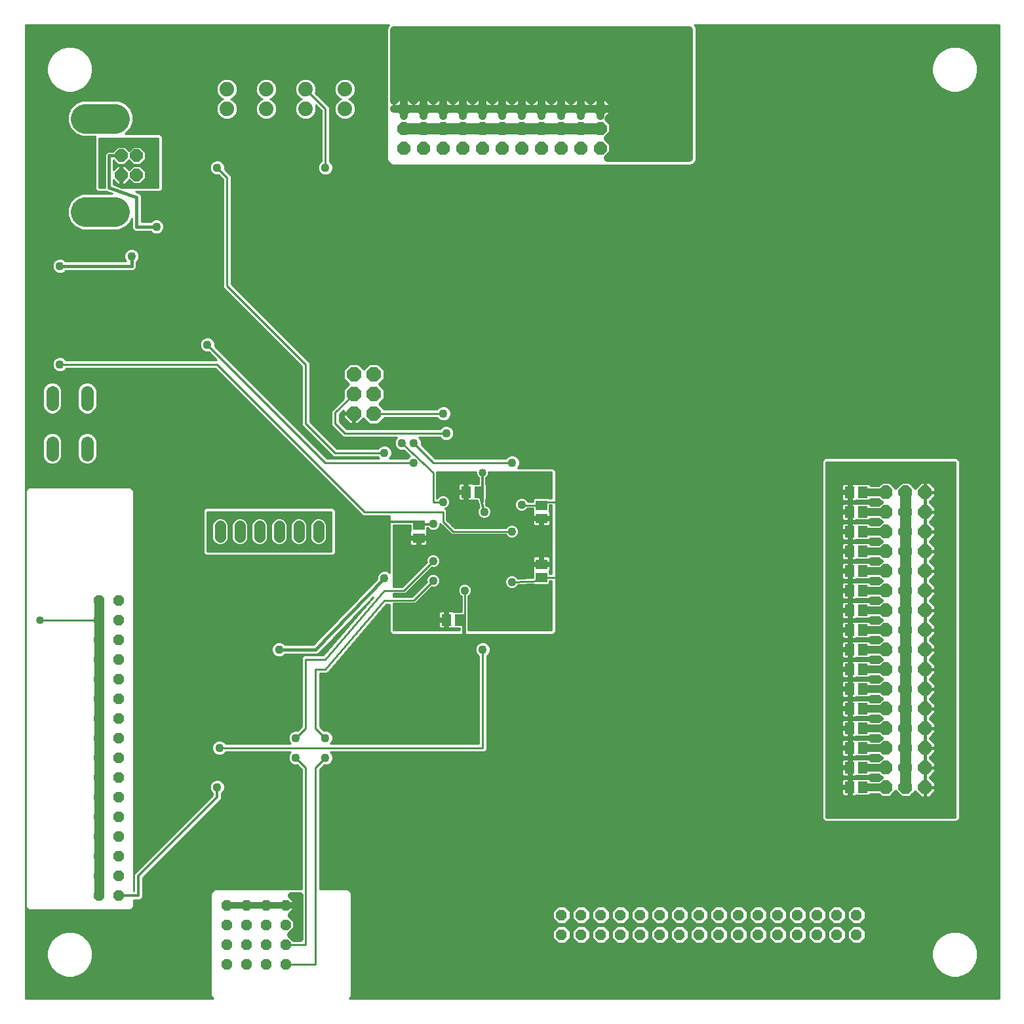
<source format=gbl>
G75*
%MOIN*%
%OFA0B0*%
%FSLAX24Y24*%
%IPPOS*%
%LPD*%
%AMOC8*
5,1,8,0,0,1.08239X$1,22.5*
%
%ADD10OC8,0.0740*%
%ADD11R,0.0591X0.0512*%
%ADD12R,0.0512X0.0591*%
%ADD13C,0.0740*%
%ADD14C,0.0640*%
%ADD15OC8,0.0660*%
%ADD16OC8,0.0700*%
%ADD17OC8,0.0634*%
%ADD18C,0.1502*%
%ADD19OC8,0.0555*%
%ADD20C,0.0555*%
%ADD21C,0.0160*%
%ADD22C,0.0436*%
%ADD23C,0.0400*%
%ADD24C,0.0100*%
%ADD25C,0.0320*%
%ADD26C,0.0120*%
%ADD27C,0.0560*%
%ADD28C,0.0500*%
%ADD29C,0.0400*%
D10*
X017450Y030180D03*
X017450Y031180D03*
X017450Y032180D03*
X018450Y032180D03*
X018450Y031180D03*
X018450Y030180D03*
D11*
X020750Y024515D03*
X020750Y023845D03*
X027000Y024845D03*
X027000Y025515D03*
X027000Y022515D03*
X027000Y021845D03*
D12*
X022835Y019680D03*
X022165Y019680D03*
X023165Y026180D03*
X023835Y026180D03*
X042665Y026180D03*
X043335Y026180D03*
X043335Y025180D03*
X042665Y025180D03*
X042665Y024180D03*
X043335Y024180D03*
X043335Y023180D03*
X042665Y023180D03*
X042665Y022180D03*
X043335Y022180D03*
X043335Y021180D03*
X042665Y021180D03*
X042665Y020180D03*
X043335Y020180D03*
X043335Y019180D03*
X042665Y019180D03*
X042665Y018180D03*
X043335Y018180D03*
X043335Y017180D03*
X042665Y017180D03*
X042665Y016180D03*
X043335Y016180D03*
X043335Y015180D03*
X042665Y015180D03*
X042665Y014180D03*
X043335Y014180D03*
X043335Y013180D03*
X042665Y013180D03*
X042665Y012180D03*
X043335Y012180D03*
X043335Y011180D03*
X042665Y011180D03*
D13*
X017000Y045680D03*
X017000Y046680D03*
X015000Y046680D03*
X015000Y045680D03*
X013000Y045680D03*
X013000Y046680D03*
X011000Y046680D03*
X011000Y045680D03*
D14*
X003890Y031280D02*
X003890Y030640D01*
X002110Y030640D02*
X002110Y031280D01*
X002110Y028720D02*
X002110Y028080D01*
X003890Y028080D02*
X003890Y028720D01*
D15*
X020000Y043680D03*
X020000Y044680D03*
X020000Y045680D03*
X021000Y045680D03*
X021000Y044680D03*
X021000Y043680D03*
X022000Y043680D03*
X022000Y044680D03*
X022000Y045680D03*
X023000Y045680D03*
X023000Y044680D03*
X023000Y043680D03*
X024000Y043680D03*
X024000Y044680D03*
X024000Y045680D03*
X025000Y045680D03*
X025000Y044680D03*
X025000Y043680D03*
X026000Y043680D03*
X026000Y044680D03*
X026000Y045680D03*
X027000Y045680D03*
X027000Y044680D03*
X027000Y043680D03*
X028000Y043680D03*
X028000Y044680D03*
X028000Y045680D03*
X029000Y045680D03*
X029000Y044680D03*
X029000Y043680D03*
X030000Y043680D03*
X030000Y044680D03*
X030000Y045680D03*
D16*
X044500Y026180D03*
X044500Y025180D03*
X044500Y024180D03*
X044500Y023180D03*
X044500Y022180D03*
X044500Y021180D03*
X044500Y020180D03*
X044500Y019180D03*
X044500Y018180D03*
X044500Y017180D03*
X044500Y016180D03*
X044500Y015180D03*
X044500Y014180D03*
X044500Y013180D03*
X044500Y012180D03*
X044500Y011180D03*
X045500Y011180D03*
X045500Y012180D03*
X045500Y013180D03*
X045500Y014180D03*
X045500Y015180D03*
X045500Y016180D03*
X045500Y017180D03*
X045500Y018180D03*
X045500Y019180D03*
X045500Y020180D03*
X045500Y021180D03*
X045500Y022180D03*
X045500Y023180D03*
X045500Y024180D03*
X045500Y025180D03*
X045500Y026180D03*
X046500Y026180D03*
X046500Y025180D03*
X046500Y024180D03*
X046500Y023180D03*
X046500Y022180D03*
X046500Y021180D03*
X046500Y020180D03*
X046500Y019180D03*
X046500Y018180D03*
X046500Y017180D03*
X046500Y016180D03*
X046500Y015180D03*
X046500Y014180D03*
X046500Y013180D03*
X046500Y012180D03*
X046500Y011180D03*
D17*
X006400Y042320D03*
X005620Y042320D03*
X005620Y043300D03*
X006400Y043300D03*
D18*
X005301Y045180D02*
X003799Y045180D01*
X003799Y040440D02*
X005301Y040440D01*
D19*
X005500Y020680D03*
X005500Y019680D03*
X005500Y018680D03*
X005500Y017680D03*
X005500Y016680D03*
X005500Y015680D03*
X005500Y014680D03*
X005500Y013680D03*
X005500Y012680D03*
X005500Y011680D03*
X005500Y010680D03*
X005500Y009680D03*
X005500Y008680D03*
X005500Y007680D03*
X005500Y006680D03*
X005500Y005680D03*
X004500Y005680D03*
X004500Y006680D03*
X004500Y007680D03*
X004500Y008680D03*
X004500Y009680D03*
X004500Y010680D03*
X004500Y011680D03*
X004500Y012680D03*
X004500Y013680D03*
X004500Y014680D03*
X004500Y015680D03*
X004500Y016680D03*
X004500Y017680D03*
X004500Y018680D03*
X004500Y019680D03*
X004500Y020680D03*
X011000Y005180D03*
X011000Y004180D03*
X011000Y003180D03*
X011000Y002180D03*
X012000Y002180D03*
X012000Y003180D03*
X012000Y004180D03*
X012000Y005180D03*
X013000Y005180D03*
X013000Y004180D03*
X013000Y003180D03*
X013000Y002180D03*
X014000Y002180D03*
X014000Y003180D03*
X014000Y004180D03*
X014000Y005180D03*
X028000Y004680D03*
X028000Y003680D03*
X029000Y003680D03*
X029000Y004680D03*
X030000Y004680D03*
X030000Y003680D03*
X031000Y003680D03*
X031000Y004680D03*
X032000Y004680D03*
X032000Y003680D03*
X033000Y003680D03*
X033000Y004680D03*
X034000Y004680D03*
X034000Y003680D03*
X035000Y003680D03*
X035000Y004680D03*
X036000Y004680D03*
X036000Y003680D03*
X037000Y003680D03*
X038000Y003680D03*
X038000Y004680D03*
X037000Y004680D03*
X039000Y004680D03*
X039000Y003680D03*
X040000Y003680D03*
X040000Y004680D03*
X041000Y004680D03*
X041000Y003680D03*
X042000Y003680D03*
X042000Y004680D03*
X043000Y004680D03*
X043000Y003680D03*
D20*
X015650Y023903D02*
X015650Y024457D01*
X014650Y024457D02*
X014650Y023903D01*
X013650Y023903D02*
X013650Y024457D01*
X012650Y024457D02*
X012650Y023903D01*
X011650Y023903D02*
X011650Y024457D01*
X010650Y024457D02*
X010650Y023903D01*
D21*
X013650Y018180D02*
X015500Y018180D01*
X019000Y021802D01*
X006152Y037680D02*
X002500Y037680D01*
X006152Y037680D02*
X006152Y038180D01*
X006407Y039680D02*
X007414Y039680D01*
X006407Y039680D02*
X006407Y041180D01*
X005000Y041680D01*
X005000Y043300D01*
X005620Y043300D01*
X041500Y027680D02*
X041500Y009680D01*
X048000Y009680D01*
X048000Y027680D01*
X041500Y027680D01*
X041500Y027601D02*
X048000Y027601D01*
X048000Y027442D02*
X041500Y027442D01*
X041500Y027284D02*
X048000Y027284D01*
X048000Y027125D02*
X041500Y027125D01*
X041500Y026967D02*
X048000Y026967D01*
X048000Y026808D02*
X041500Y026808D01*
X041500Y026650D02*
X042364Y026650D01*
X042386Y026655D02*
X042340Y026643D01*
X042299Y026619D01*
X042265Y026586D01*
X042242Y026545D01*
X042229Y026499D01*
X042229Y026228D01*
X042617Y026228D01*
X042617Y026132D01*
X042229Y026132D01*
X042229Y025861D01*
X042242Y025815D01*
X042265Y025774D01*
X042299Y025741D01*
X042340Y025717D01*
X042386Y025705D01*
X042617Y025705D01*
X042617Y026132D01*
X042713Y026132D01*
X042713Y025705D01*
X042945Y025705D01*
X042991Y025717D01*
X043009Y025728D01*
X043012Y025725D01*
X043657Y025725D01*
X043751Y025818D01*
X043751Y025820D01*
X044139Y025820D01*
X044279Y025680D01*
X044139Y025540D01*
X043751Y025540D01*
X043751Y025542D01*
X043657Y025635D01*
X043012Y025635D01*
X043009Y025632D01*
X042991Y025643D01*
X042945Y025655D01*
X042713Y025655D01*
X042713Y025228D01*
X042617Y025228D01*
X042617Y025132D01*
X042229Y025132D01*
X042229Y024861D01*
X042242Y024815D01*
X042265Y024774D01*
X042299Y024741D01*
X042340Y024717D01*
X042386Y024705D01*
X042617Y024705D01*
X042617Y025132D01*
X042713Y025132D01*
X042713Y024705D01*
X042945Y024705D01*
X042991Y024717D01*
X043009Y024728D01*
X043012Y024725D01*
X043657Y024725D01*
X043751Y024818D01*
X043751Y024820D01*
X044139Y024820D01*
X044279Y024680D01*
X044139Y024540D01*
X043751Y024540D01*
X043751Y024542D01*
X043657Y024635D01*
X043012Y024635D01*
X043009Y024632D01*
X042991Y024643D01*
X042945Y024655D01*
X042713Y024655D01*
X042713Y024228D01*
X042617Y024228D01*
X042617Y024132D01*
X042229Y024132D01*
X042229Y023861D01*
X042242Y023815D01*
X042265Y023774D01*
X042299Y023741D01*
X042340Y023717D01*
X042386Y023705D01*
X042617Y023705D01*
X042617Y024132D01*
X042713Y024132D01*
X042713Y023705D01*
X042945Y023705D01*
X042991Y023717D01*
X043009Y023728D01*
X043012Y023725D01*
X043657Y023725D01*
X043751Y023818D01*
X043751Y023820D01*
X044139Y023820D01*
X044279Y023680D01*
X044139Y023540D01*
X043751Y023540D01*
X043751Y023542D01*
X043657Y023635D01*
X043012Y023635D01*
X043009Y023632D01*
X042991Y023643D01*
X042945Y023655D01*
X042713Y023655D01*
X042713Y023228D01*
X042617Y023228D01*
X042617Y023132D01*
X042229Y023132D01*
X042229Y022861D01*
X042242Y022815D01*
X042265Y022774D01*
X042299Y022741D01*
X042340Y022717D01*
X042386Y022705D01*
X042617Y022705D01*
X042617Y023132D01*
X042713Y023132D01*
X042713Y022705D01*
X042945Y022705D01*
X042991Y022717D01*
X043009Y022728D01*
X043012Y022725D01*
X043657Y022725D01*
X043751Y022818D01*
X043751Y022820D01*
X044139Y022820D01*
X044279Y022680D01*
X044139Y022540D01*
X043751Y022540D01*
X043751Y022542D01*
X043657Y022635D01*
X043012Y022635D01*
X043009Y022632D01*
X042991Y022643D01*
X042945Y022655D01*
X042713Y022655D01*
X042713Y022228D01*
X042617Y022228D01*
X042617Y022132D01*
X042229Y022132D01*
X042229Y021861D01*
X042242Y021815D01*
X042265Y021774D01*
X042299Y021741D01*
X042340Y021717D01*
X042386Y021705D01*
X042617Y021705D01*
X042617Y022132D01*
X042713Y022132D01*
X042713Y021705D01*
X042945Y021705D01*
X042991Y021717D01*
X043009Y021728D01*
X043012Y021725D01*
X043657Y021725D01*
X043751Y021818D01*
X043751Y021820D01*
X044139Y021820D01*
X044279Y021680D01*
X044139Y021540D01*
X043751Y021540D01*
X043751Y021542D01*
X043657Y021635D01*
X043012Y021635D01*
X043009Y021632D01*
X042991Y021643D01*
X042945Y021655D01*
X042713Y021655D01*
X042713Y021228D01*
X042617Y021228D01*
X042617Y021132D01*
X042229Y021132D01*
X042229Y020861D01*
X042242Y020815D01*
X042265Y020774D01*
X042299Y020741D01*
X042340Y020717D01*
X042386Y020705D01*
X042617Y020705D01*
X042617Y021132D01*
X042713Y021132D01*
X042713Y020705D01*
X042945Y020705D01*
X042991Y020717D01*
X043009Y020728D01*
X043012Y020725D01*
X043657Y020725D01*
X043751Y020818D01*
X043751Y020820D01*
X044139Y020820D01*
X044279Y020680D01*
X044139Y020540D01*
X043751Y020540D01*
X043751Y020542D01*
X043657Y020635D01*
X043012Y020635D01*
X043009Y020632D01*
X042991Y020643D01*
X042945Y020655D01*
X042713Y020655D01*
X042713Y020228D01*
X042617Y020228D01*
X042617Y020132D01*
X042229Y020132D01*
X042229Y019861D01*
X042242Y019815D01*
X042265Y019774D01*
X042299Y019741D01*
X042340Y019717D01*
X042386Y019705D01*
X042617Y019705D01*
X042617Y020132D01*
X042713Y020132D01*
X042713Y019705D01*
X042945Y019705D01*
X042991Y019717D01*
X043009Y019728D01*
X043012Y019725D01*
X043657Y019725D01*
X043751Y019818D01*
X043751Y019820D01*
X044139Y019820D01*
X044279Y019680D01*
X044139Y019540D01*
X043751Y019540D01*
X043751Y019542D01*
X043657Y019635D01*
X043012Y019635D01*
X043009Y019632D01*
X042991Y019643D01*
X042945Y019655D01*
X042713Y019655D01*
X042713Y019228D01*
X042617Y019228D01*
X042617Y019132D01*
X042229Y019132D01*
X042229Y018861D01*
X042242Y018815D01*
X042265Y018774D01*
X042299Y018741D01*
X042340Y018717D01*
X042386Y018705D01*
X042617Y018705D01*
X042617Y019132D01*
X042713Y019132D01*
X042713Y018705D01*
X042945Y018705D01*
X042991Y018717D01*
X043009Y018728D01*
X043012Y018725D01*
X043657Y018725D01*
X043751Y018818D01*
X043751Y018820D01*
X044139Y018820D01*
X044279Y018680D01*
X044139Y018540D01*
X043751Y018540D01*
X043751Y018542D01*
X043657Y018635D01*
X043012Y018635D01*
X043009Y018632D01*
X042991Y018643D01*
X042945Y018655D01*
X042713Y018655D01*
X042713Y018228D01*
X042617Y018228D01*
X042617Y018132D01*
X042229Y018132D01*
X042229Y017861D01*
X042242Y017815D01*
X042265Y017774D01*
X042299Y017741D01*
X042340Y017717D01*
X042386Y017705D01*
X042617Y017705D01*
X042617Y018132D01*
X042713Y018132D01*
X042713Y017705D01*
X042945Y017705D01*
X042991Y017717D01*
X043009Y017728D01*
X043012Y017725D01*
X043657Y017725D01*
X043751Y017818D01*
X043751Y017820D01*
X044139Y017820D01*
X044279Y017680D01*
X044139Y017540D01*
X043751Y017540D01*
X043751Y017542D01*
X043657Y017635D01*
X043012Y017635D01*
X043009Y017632D01*
X042991Y017643D01*
X042945Y017655D01*
X042713Y017655D01*
X042713Y017228D01*
X042617Y017228D01*
X042617Y017132D01*
X042229Y017132D01*
X042229Y016861D01*
X042242Y016815D01*
X042265Y016774D01*
X042299Y016741D01*
X042340Y016717D01*
X042386Y016705D01*
X042617Y016705D01*
X042617Y017132D01*
X042713Y017132D01*
X042713Y016705D01*
X042945Y016705D01*
X042991Y016717D01*
X043009Y016728D01*
X043012Y016725D01*
X043657Y016725D01*
X043751Y016818D01*
X043751Y016820D01*
X044139Y016820D01*
X044279Y016680D01*
X044139Y016540D01*
X043751Y016540D01*
X043751Y016542D01*
X043657Y016635D01*
X043012Y016635D01*
X043009Y016632D01*
X042991Y016643D01*
X042945Y016655D01*
X042713Y016655D01*
X042713Y016228D01*
X042617Y016228D01*
X042617Y016132D01*
X042229Y016132D01*
X042229Y015861D01*
X042242Y015815D01*
X042265Y015774D01*
X042299Y015741D01*
X042340Y015717D01*
X042386Y015705D01*
X042617Y015705D01*
X042617Y016132D01*
X042713Y016132D01*
X042713Y015705D01*
X042945Y015705D01*
X042991Y015717D01*
X043009Y015728D01*
X043012Y015725D01*
X043657Y015725D01*
X043751Y015818D01*
X043751Y015820D01*
X044139Y015820D01*
X044279Y015680D01*
X044139Y015540D01*
X043751Y015540D01*
X043751Y015542D01*
X043657Y015635D01*
X043012Y015635D01*
X043009Y015632D01*
X042991Y015643D01*
X042945Y015655D01*
X042713Y015655D01*
X042713Y015228D01*
X042617Y015228D01*
X042617Y015132D01*
X042229Y015132D01*
X042229Y014861D01*
X042242Y014815D01*
X042265Y014774D01*
X042299Y014741D01*
X042340Y014717D01*
X042386Y014705D01*
X042617Y014705D01*
X042617Y015132D01*
X042713Y015132D01*
X042713Y014705D01*
X042945Y014705D01*
X042991Y014717D01*
X043009Y014728D01*
X043012Y014725D01*
X043657Y014725D01*
X043751Y014818D01*
X043751Y014820D01*
X044139Y014820D01*
X044279Y014680D01*
X044139Y014540D01*
X043751Y014540D01*
X043751Y014542D01*
X043657Y014635D01*
X043012Y014635D01*
X043009Y014632D01*
X042991Y014643D01*
X042945Y014655D01*
X042713Y014655D01*
X042713Y014228D01*
X042617Y014228D01*
X042617Y014132D01*
X042229Y014132D01*
X042229Y013861D01*
X042242Y013815D01*
X042265Y013774D01*
X042299Y013741D01*
X042340Y013717D01*
X042386Y013705D01*
X042617Y013705D01*
X042617Y014132D01*
X042713Y014132D01*
X042713Y013705D01*
X042945Y013705D01*
X042991Y013717D01*
X043009Y013728D01*
X043012Y013725D01*
X043657Y013725D01*
X043751Y013818D01*
X043751Y013820D01*
X044139Y013820D01*
X044279Y013680D01*
X044139Y013540D01*
X043751Y013540D01*
X043751Y013542D01*
X043657Y013635D01*
X043012Y013635D01*
X043009Y013632D01*
X042991Y013643D01*
X042945Y013655D01*
X042713Y013655D01*
X042713Y013228D01*
X042617Y013228D01*
X042617Y013132D01*
X042229Y013132D01*
X042229Y012861D01*
X042242Y012815D01*
X042265Y012774D01*
X042299Y012741D01*
X042340Y012717D01*
X042386Y012705D01*
X042617Y012705D01*
X042617Y013132D01*
X042713Y013132D01*
X042713Y012705D01*
X042945Y012705D01*
X042991Y012717D01*
X043009Y012728D01*
X043012Y012725D01*
X043657Y012725D01*
X043751Y012818D01*
X043751Y012820D01*
X044139Y012820D01*
X044279Y012680D01*
X044139Y012540D01*
X043751Y012540D01*
X043751Y012542D01*
X043657Y012635D01*
X043012Y012635D01*
X043009Y012632D01*
X042991Y012643D01*
X042945Y012655D01*
X042713Y012655D01*
X042713Y012228D01*
X042617Y012228D01*
X042617Y012132D01*
X042229Y012132D01*
X042229Y011861D01*
X042242Y011815D01*
X042265Y011774D01*
X042299Y011741D01*
X042340Y011717D01*
X042386Y011705D01*
X042617Y011705D01*
X042617Y012132D01*
X042713Y012132D01*
X042713Y011705D01*
X042945Y011705D01*
X042991Y011717D01*
X043009Y011728D01*
X043012Y011725D01*
X043657Y011725D01*
X043751Y011818D01*
X043751Y011820D01*
X044139Y011820D01*
X044279Y011680D01*
X044139Y011540D01*
X043751Y011540D01*
X043751Y011542D01*
X043657Y011635D01*
X043012Y011635D01*
X043009Y011632D01*
X042991Y011643D01*
X042945Y011655D01*
X042713Y011655D01*
X042713Y011228D01*
X042617Y011228D01*
X042617Y011132D01*
X042229Y011132D01*
X042229Y010861D01*
X042242Y010815D01*
X042265Y010774D01*
X042299Y010741D01*
X042340Y010717D01*
X042386Y010705D01*
X042617Y010705D01*
X042617Y011132D01*
X042713Y011132D01*
X042713Y010705D01*
X042945Y010705D01*
X042991Y010717D01*
X043009Y010728D01*
X043012Y010725D01*
X043657Y010725D01*
X043751Y010818D01*
X043751Y010820D01*
X044139Y010820D01*
X044289Y010670D01*
X044711Y010670D01*
X045000Y010959D01*
X045289Y010670D01*
X045711Y010670D01*
X045986Y010945D01*
X046280Y010650D01*
X046500Y010650D01*
X046720Y010650D01*
X047030Y010960D01*
X047030Y011180D01*
X047030Y011400D01*
X046750Y011680D01*
X047030Y011960D01*
X047030Y012180D01*
X047030Y012400D01*
X046750Y012680D01*
X047030Y012960D01*
X047030Y013180D01*
X047030Y013400D01*
X046750Y013680D01*
X047030Y013960D01*
X047030Y014180D01*
X047030Y014400D01*
X046750Y014680D01*
X047030Y014960D01*
X047030Y015180D01*
X047030Y015400D01*
X046750Y015680D01*
X047030Y015960D01*
X047030Y016180D01*
X047030Y016400D01*
X046750Y016680D01*
X047030Y016960D01*
X047030Y017180D01*
X047030Y017400D01*
X046750Y017680D01*
X047030Y017960D01*
X047030Y018180D01*
X047030Y018400D01*
X046750Y018680D01*
X047030Y018960D01*
X047030Y019180D01*
X047030Y019400D01*
X046750Y019680D01*
X047030Y019960D01*
X047030Y020180D01*
X047030Y020400D01*
X046750Y020680D01*
X047030Y020960D01*
X047030Y021180D01*
X047030Y021400D01*
X046750Y021680D01*
X047030Y021960D01*
X047030Y022180D01*
X047030Y022400D01*
X046750Y022680D01*
X047030Y022960D01*
X047030Y023180D01*
X047030Y023400D01*
X046750Y023680D01*
X047030Y023960D01*
X047030Y024180D01*
X047030Y024400D01*
X046750Y024680D01*
X047030Y024960D01*
X047030Y025180D01*
X047030Y025400D01*
X046750Y025680D01*
X047030Y025960D01*
X047030Y026180D01*
X047030Y026400D01*
X046720Y026710D01*
X046500Y026710D01*
X046500Y026180D01*
X046500Y026180D01*
X047030Y026180D01*
X046500Y026180D01*
X046500Y026180D01*
X046500Y026710D01*
X046280Y026710D01*
X045986Y026415D01*
X045711Y026690D01*
X045289Y026690D01*
X045000Y026401D01*
X044711Y026690D01*
X044289Y026690D01*
X044139Y026540D01*
X043751Y026540D01*
X043751Y026542D01*
X043657Y026635D01*
X043012Y026635D01*
X043009Y026632D01*
X042991Y026643D01*
X042945Y026655D01*
X042713Y026655D01*
X042713Y026228D01*
X042617Y026228D01*
X042617Y026655D01*
X042386Y026655D01*
X042229Y026491D02*
X041500Y026491D01*
X041500Y026333D02*
X042229Y026333D01*
X042229Y026016D02*
X041500Y026016D01*
X041500Y026174D02*
X042617Y026174D01*
X042617Y026016D02*
X042713Y026016D01*
X042713Y025857D02*
X042617Y025857D01*
X042617Y025655D02*
X042386Y025655D01*
X042340Y025643D01*
X042299Y025619D01*
X042265Y025586D01*
X042242Y025545D01*
X042229Y025499D01*
X042229Y025228D01*
X042617Y025228D01*
X042617Y025655D01*
X042617Y025540D02*
X042713Y025540D01*
X042713Y025382D02*
X042617Y025382D01*
X042617Y025223D02*
X041500Y025223D01*
X041500Y025065D02*
X042229Y025065D01*
X042229Y024906D02*
X041500Y024906D01*
X041500Y024748D02*
X042292Y024748D01*
X042340Y024643D02*
X042299Y024619D01*
X042265Y024586D01*
X042242Y024545D01*
X042229Y024499D01*
X042229Y024228D01*
X042617Y024228D01*
X042617Y024655D01*
X042386Y024655D01*
X042340Y024643D01*
X042269Y024589D02*
X041500Y024589D01*
X041500Y024431D02*
X042229Y024431D01*
X042229Y024272D02*
X041500Y024272D01*
X041500Y024114D02*
X042229Y024114D01*
X042229Y023955D02*
X041500Y023955D01*
X041500Y023797D02*
X042253Y023797D01*
X042340Y023643D02*
X042299Y023619D01*
X042265Y023586D01*
X042242Y023545D01*
X042229Y023499D01*
X042229Y023228D01*
X042617Y023228D01*
X042617Y023655D01*
X042386Y023655D01*
X042340Y023643D01*
X042331Y023638D02*
X041500Y023638D01*
X041500Y023480D02*
X042229Y023480D01*
X042229Y023321D02*
X041500Y023321D01*
X041500Y023163D02*
X042617Y023163D01*
X042617Y023321D02*
X042713Y023321D01*
X042713Y023480D02*
X042617Y023480D01*
X042617Y023638D02*
X042713Y023638D01*
X042713Y023797D02*
X042617Y023797D01*
X042617Y023955D02*
X042713Y023955D01*
X042713Y024114D02*
X042617Y024114D01*
X042617Y024272D02*
X042713Y024272D01*
X042713Y024431D02*
X042617Y024431D01*
X042617Y024589D02*
X042713Y024589D01*
X042713Y024748D02*
X042617Y024748D01*
X042617Y024906D02*
X042713Y024906D01*
X042713Y025065D02*
X042617Y025065D01*
X042229Y025382D02*
X041500Y025382D01*
X041500Y025540D02*
X042240Y025540D01*
X042231Y025857D02*
X041500Y025857D01*
X041500Y025699D02*
X044260Y025699D01*
X044139Y025540D02*
X043751Y025540D01*
X043680Y024748D02*
X044211Y024748D01*
X044188Y024589D02*
X043703Y024589D01*
X043729Y023797D02*
X044162Y023797D01*
X044237Y023638D02*
X042999Y023638D01*
X042713Y023004D02*
X042617Y023004D01*
X042617Y022846D02*
X042713Y022846D01*
X042617Y022655D02*
X042386Y022655D01*
X042340Y022643D01*
X042299Y022619D01*
X042265Y022586D01*
X042242Y022545D01*
X042229Y022499D01*
X042229Y022228D01*
X042617Y022228D01*
X042617Y022655D01*
X042617Y022529D02*
X042713Y022529D01*
X042713Y022370D02*
X042617Y022370D01*
X042617Y022212D02*
X041500Y022212D01*
X041500Y022370D02*
X042229Y022370D01*
X042237Y022529D02*
X041500Y022529D01*
X041500Y022687D02*
X044272Y022687D01*
X044223Y021736D02*
X043668Y021736D01*
X043715Y021578D02*
X044176Y021578D01*
X044174Y020785D02*
X043717Y020785D01*
X043666Y020627D02*
X044225Y020627D01*
X044274Y019676D02*
X041500Y019676D01*
X041500Y019834D02*
X042237Y019834D01*
X042229Y019993D02*
X041500Y019993D01*
X041500Y020151D02*
X042617Y020151D01*
X042617Y020228D02*
X042229Y020228D01*
X042229Y020499D01*
X042242Y020545D01*
X042265Y020586D01*
X042299Y020619D01*
X042340Y020643D01*
X042386Y020655D01*
X042617Y020655D01*
X042617Y020228D01*
X042617Y020310D02*
X042713Y020310D01*
X042713Y020468D02*
X042617Y020468D01*
X042617Y020627D02*
X042713Y020627D01*
X042713Y020785D02*
X042617Y020785D01*
X042617Y020944D02*
X042713Y020944D01*
X042713Y021102D02*
X042617Y021102D01*
X042617Y021228D02*
X042229Y021228D01*
X042229Y021499D01*
X042242Y021545D01*
X042265Y021586D01*
X042299Y021619D01*
X042340Y021643D01*
X042386Y021655D01*
X042617Y021655D01*
X042617Y021228D01*
X042617Y021261D02*
X042713Y021261D01*
X042713Y021419D02*
X042617Y021419D01*
X042617Y021578D02*
X042713Y021578D01*
X042713Y021736D02*
X042617Y021736D01*
X042617Y021895D02*
X042713Y021895D01*
X042713Y022053D02*
X042617Y022053D01*
X042229Y022053D02*
X041500Y022053D01*
X041500Y021895D02*
X042229Y021895D01*
X042307Y021736D02*
X041500Y021736D01*
X041500Y021578D02*
X042261Y021578D01*
X042229Y021419D02*
X041500Y021419D01*
X041500Y021261D02*
X042229Y021261D01*
X042229Y021102D02*
X041500Y021102D01*
X041500Y020944D02*
X042229Y020944D01*
X042259Y020785D02*
X041500Y020785D01*
X041500Y020627D02*
X042311Y020627D01*
X042229Y020468D02*
X041500Y020468D01*
X041500Y020310D02*
X042229Y020310D01*
X042617Y019993D02*
X042713Y019993D01*
X042713Y019834D02*
X042617Y019834D01*
X042617Y019655D02*
X042386Y019655D01*
X042340Y019643D01*
X042299Y019619D01*
X042265Y019586D01*
X042242Y019545D01*
X042229Y019499D01*
X042229Y019228D01*
X042617Y019228D01*
X042617Y019655D01*
X042617Y019517D02*
X042713Y019517D01*
X042713Y019359D02*
X042617Y019359D01*
X042617Y019200D02*
X041500Y019200D01*
X041500Y019042D02*
X042229Y019042D01*
X042229Y018883D02*
X041500Y018883D01*
X041500Y018725D02*
X042327Y018725D01*
X042340Y018643D02*
X042299Y018619D01*
X042265Y018586D01*
X042242Y018545D01*
X042229Y018499D01*
X042229Y018228D01*
X042617Y018228D01*
X042617Y018655D01*
X042386Y018655D01*
X042340Y018643D01*
X042254Y018566D02*
X041500Y018566D01*
X041500Y018408D02*
X042229Y018408D01*
X042229Y018249D02*
X041500Y018249D01*
X041500Y018091D02*
X042229Y018091D01*
X042229Y017932D02*
X041500Y017932D01*
X041500Y017774D02*
X042266Y017774D01*
X042340Y017643D02*
X042299Y017619D01*
X042265Y017586D01*
X042242Y017545D01*
X042229Y017499D01*
X042229Y017228D01*
X042617Y017228D01*
X042617Y017655D01*
X042386Y017655D01*
X042340Y017643D01*
X042295Y017615D02*
X041500Y017615D01*
X041500Y017457D02*
X042229Y017457D01*
X042229Y017298D02*
X041500Y017298D01*
X041500Y017140D02*
X042617Y017140D01*
X042617Y017298D02*
X042713Y017298D01*
X042713Y017457D02*
X042617Y017457D01*
X042617Y017615D02*
X042713Y017615D01*
X042713Y017774D02*
X042617Y017774D01*
X042617Y017932D02*
X042713Y017932D01*
X042713Y018091D02*
X042617Y018091D01*
X042617Y018249D02*
X042713Y018249D01*
X042713Y018408D02*
X042617Y018408D01*
X042617Y018566D02*
X042713Y018566D01*
X042713Y018725D02*
X042617Y018725D01*
X042617Y018883D02*
X042713Y018883D01*
X042713Y019042D02*
X042617Y019042D01*
X042229Y019359D02*
X041500Y019359D01*
X041500Y019517D02*
X042234Y019517D01*
X043004Y018725D02*
X044234Y018725D01*
X044165Y018566D02*
X043726Y018566D01*
X043706Y017774D02*
X044185Y017774D01*
X044214Y017615D02*
X043677Y017615D01*
X044263Y016664D02*
X041500Y016664D01*
X041500Y016506D02*
X042231Y016506D01*
X042229Y016499D02*
X042229Y016228D01*
X042617Y016228D01*
X042617Y016655D01*
X042386Y016655D01*
X042340Y016643D01*
X042299Y016619D01*
X042265Y016586D01*
X042242Y016545D01*
X042229Y016499D01*
X042229Y016347D02*
X041500Y016347D01*
X041500Y016189D02*
X042617Y016189D01*
X042617Y016347D02*
X042713Y016347D01*
X042713Y016506D02*
X042617Y016506D01*
X042617Y016823D02*
X042713Y016823D01*
X042713Y016981D02*
X042617Y016981D01*
X042229Y016981D02*
X041500Y016981D01*
X041500Y016823D02*
X042240Y016823D01*
X042229Y016030D02*
X041500Y016030D01*
X041500Y015872D02*
X042229Y015872D01*
X042355Y015713D02*
X041500Y015713D01*
X041500Y015555D02*
X042247Y015555D01*
X042242Y015545D02*
X042229Y015499D01*
X042229Y015228D01*
X042617Y015228D01*
X042617Y015655D01*
X042386Y015655D01*
X042340Y015643D01*
X042299Y015619D01*
X042265Y015586D01*
X042242Y015545D01*
X042229Y015396D02*
X041500Y015396D01*
X041500Y015238D02*
X042229Y015238D01*
X042229Y015079D02*
X041500Y015079D01*
X041500Y014921D02*
X042229Y014921D01*
X042278Y014762D02*
X041500Y014762D01*
X041500Y014604D02*
X042283Y014604D01*
X042299Y014619D02*
X042265Y014586D01*
X042242Y014545D01*
X042229Y014499D01*
X042229Y014228D01*
X042617Y014228D01*
X042617Y014655D01*
X042386Y014655D01*
X042340Y014643D01*
X042299Y014619D01*
X042229Y014445D02*
X041500Y014445D01*
X041500Y014287D02*
X042229Y014287D01*
X042229Y014128D02*
X041500Y014128D01*
X041500Y013970D02*
X042229Y013970D01*
X042244Y013811D02*
X041500Y013811D01*
X041500Y013653D02*
X042375Y013653D01*
X042386Y013655D02*
X042340Y013643D01*
X042299Y013619D01*
X042265Y013586D01*
X042242Y013545D01*
X042229Y013499D01*
X042229Y013228D01*
X042617Y013228D01*
X042617Y013655D01*
X042386Y013655D01*
X042229Y013494D02*
X041500Y013494D01*
X041500Y013336D02*
X042229Y013336D01*
X042229Y013019D02*
X041500Y013019D01*
X041500Y013177D02*
X042617Y013177D01*
X042617Y013019D02*
X042713Y013019D01*
X042713Y012860D02*
X042617Y012860D01*
X042617Y012655D02*
X042386Y012655D01*
X042340Y012643D01*
X042299Y012619D01*
X042265Y012586D01*
X042242Y012545D01*
X042229Y012499D01*
X042229Y012228D01*
X042617Y012228D01*
X042617Y012655D01*
X042617Y012543D02*
X042713Y012543D01*
X042713Y012385D02*
X042617Y012385D01*
X042617Y012226D02*
X041500Y012226D01*
X041500Y012068D02*
X042229Y012068D01*
X042229Y011909D02*
X041500Y011909D01*
X041500Y011751D02*
X042289Y011751D01*
X042340Y011643D02*
X042299Y011619D01*
X042265Y011586D01*
X042242Y011545D01*
X042229Y011499D01*
X042229Y011228D01*
X042617Y011228D01*
X042617Y011655D01*
X042386Y011655D01*
X042340Y011643D01*
X042272Y011592D02*
X041500Y011592D01*
X041500Y011434D02*
X042229Y011434D01*
X042229Y011275D02*
X041500Y011275D01*
X041500Y011117D02*
X042229Y011117D01*
X042229Y010958D02*
X041500Y010958D01*
X041500Y010800D02*
X042251Y010800D01*
X042617Y010800D02*
X042713Y010800D01*
X042713Y010958D02*
X042617Y010958D01*
X042617Y011117D02*
X042713Y011117D01*
X042713Y011275D02*
X042617Y011275D01*
X042617Y011434D02*
X042713Y011434D01*
X042713Y011592D02*
X042617Y011592D01*
X042617Y011751D02*
X042713Y011751D01*
X042713Y011909D02*
X042617Y011909D01*
X042617Y012068D02*
X042713Y012068D01*
X042229Y012385D02*
X041500Y012385D01*
X041500Y012543D02*
X042241Y012543D01*
X042230Y012860D02*
X041500Y012860D01*
X041500Y012702D02*
X044257Y012702D01*
X044142Y012543D02*
X043749Y012543D01*
X043683Y011751D02*
X044208Y011751D01*
X044191Y011592D02*
X043700Y011592D01*
X043732Y010800D02*
X044159Y010800D01*
X044841Y010800D02*
X045159Y010800D01*
X045001Y010958D02*
X044999Y010958D01*
X045841Y010800D02*
X046131Y010800D01*
X046500Y010800D02*
X046500Y010800D01*
X046500Y010650D02*
X046500Y011180D01*
X047030Y011180D01*
X046500Y011180D01*
X046500Y011180D01*
X046500Y011180D01*
X046500Y012180D01*
X047030Y012180D01*
X046500Y012180D01*
X046500Y012180D01*
X046500Y012180D01*
X046500Y013180D01*
X047030Y013180D01*
X046500Y013180D01*
X046500Y013180D01*
X046500Y013180D01*
X046500Y014180D01*
X047030Y014180D01*
X046500Y014180D01*
X046500Y014180D01*
X046500Y014180D01*
X046500Y015180D01*
X047030Y015180D01*
X046500Y015180D01*
X046500Y015180D01*
X046500Y015180D01*
X046500Y016180D01*
X047030Y016180D01*
X046500Y016180D01*
X046500Y016180D01*
X046500Y016180D01*
X046500Y017180D01*
X047030Y017180D01*
X046500Y017180D01*
X046500Y017180D01*
X046500Y017180D01*
X046500Y018180D01*
X047030Y018180D01*
X046500Y018180D01*
X046500Y018180D01*
X046500Y018180D01*
X046500Y019180D01*
X047030Y019180D01*
X046500Y019180D01*
X046500Y019180D01*
X046500Y019180D01*
X046500Y019650D01*
X046500Y020180D01*
X047030Y020180D01*
X046500Y020180D01*
X046500Y020180D01*
X046500Y020180D01*
X046500Y020710D01*
X046500Y021180D01*
X047030Y021180D01*
X046500Y021180D01*
X046500Y021180D01*
X046500Y021180D01*
X046500Y021650D01*
X046500Y022180D01*
X047030Y022180D01*
X046500Y022180D01*
X046500Y022180D01*
X046500Y022180D01*
X046500Y022650D01*
X046500Y023180D01*
X047030Y023180D01*
X046500Y023180D01*
X046500Y023180D01*
X046500Y023180D01*
X046500Y023650D01*
X046500Y024180D01*
X047030Y024180D01*
X046500Y024180D01*
X046500Y024180D01*
X046500Y024180D01*
X046500Y024650D01*
X046500Y025180D01*
X047030Y025180D01*
X046500Y025180D01*
X046500Y025180D01*
X046500Y025180D01*
X046500Y025650D01*
X046500Y026180D01*
X046500Y026180D01*
X046500Y025180D01*
X046500Y025180D01*
X046500Y024180D01*
X046500Y024180D01*
X046500Y023180D01*
X046500Y023180D01*
X046500Y022180D01*
X046500Y022180D01*
X046500Y021180D01*
X046500Y021180D01*
X046500Y020180D01*
X046500Y020180D01*
X046500Y019180D01*
X046500Y019180D01*
X046500Y018710D01*
X046500Y018180D01*
X046500Y018180D01*
X046500Y017710D01*
X046500Y017180D01*
X046500Y017180D01*
X046500Y016650D01*
X046500Y016180D01*
X046500Y016180D01*
X046500Y015710D01*
X046500Y015180D01*
X046500Y015180D01*
X046500Y014710D01*
X046500Y014180D01*
X046500Y014180D01*
X046500Y013710D01*
X046500Y013180D01*
X046500Y013180D01*
X046500Y012710D01*
X046500Y012180D01*
X046500Y012180D01*
X046500Y011710D01*
X046500Y011180D01*
X046500Y011180D01*
X046500Y010650D01*
X046500Y010958D02*
X046500Y010958D01*
X046500Y011117D02*
X046500Y011117D01*
X046500Y011275D02*
X046500Y011275D01*
X046500Y011434D02*
X046500Y011434D01*
X046500Y011592D02*
X046500Y011592D01*
X046500Y011751D02*
X046500Y011751D01*
X046500Y011909D02*
X046500Y011909D01*
X046500Y012068D02*
X046500Y012068D01*
X046500Y012226D02*
X046500Y012226D01*
X046500Y012385D02*
X046500Y012385D01*
X046500Y012543D02*
X046500Y012543D01*
X046500Y012702D02*
X046500Y012702D01*
X046500Y012860D02*
X046500Y012860D01*
X046500Y013019D02*
X046500Y013019D01*
X046500Y013177D02*
X046500Y013177D01*
X046500Y013336D02*
X046500Y013336D01*
X046500Y013494D02*
X046500Y013494D01*
X046500Y013653D02*
X046500Y013653D01*
X046500Y013811D02*
X046500Y013811D01*
X046500Y013970D02*
X046500Y013970D01*
X046500Y014128D02*
X046500Y014128D01*
X046500Y014287D02*
X046500Y014287D01*
X046500Y014445D02*
X046500Y014445D01*
X046500Y014604D02*
X046500Y014604D01*
X046500Y014762D02*
X046500Y014762D01*
X046500Y014921D02*
X046500Y014921D01*
X046500Y015079D02*
X046500Y015079D01*
X046500Y015238D02*
X046500Y015238D01*
X046500Y015396D02*
X046500Y015396D01*
X046500Y015555D02*
X046500Y015555D01*
X046500Y015713D02*
X046500Y015713D01*
X046500Y015872D02*
X046500Y015872D01*
X046500Y016030D02*
X046500Y016030D01*
X046500Y016189D02*
X046500Y016189D01*
X046500Y016347D02*
X046500Y016347D01*
X046500Y016506D02*
X046500Y016506D01*
X046500Y016664D02*
X046500Y016664D01*
X046500Y016823D02*
X046500Y016823D01*
X046500Y016981D02*
X046500Y016981D01*
X046500Y017140D02*
X046500Y017140D01*
X046500Y017298D02*
X046500Y017298D01*
X046500Y017457D02*
X046500Y017457D01*
X046500Y017615D02*
X046500Y017615D01*
X046500Y017774D02*
X046500Y017774D01*
X046500Y017932D02*
X046500Y017932D01*
X046500Y018091D02*
X046500Y018091D01*
X046500Y018249D02*
X046500Y018249D01*
X046500Y018408D02*
X046500Y018408D01*
X046500Y018566D02*
X046500Y018566D01*
X046500Y018725D02*
X046500Y018725D01*
X046500Y018883D02*
X046500Y018883D01*
X046500Y019042D02*
X046500Y019042D01*
X046500Y019200D02*
X046500Y019200D01*
X046500Y019359D02*
X046500Y019359D01*
X046500Y019517D02*
X046500Y019517D01*
X046500Y019676D02*
X046500Y019676D01*
X046500Y019834D02*
X046500Y019834D01*
X046500Y019993D02*
X046500Y019993D01*
X046500Y020151D02*
X046500Y020151D01*
X046500Y020310D02*
X046500Y020310D01*
X046500Y020468D02*
X046500Y020468D01*
X046500Y020627D02*
X046500Y020627D01*
X046500Y020785D02*
X046500Y020785D01*
X046500Y020944D02*
X046500Y020944D01*
X046500Y021102D02*
X046500Y021102D01*
X046500Y021261D02*
X046500Y021261D01*
X046500Y021419D02*
X046500Y021419D01*
X046500Y021578D02*
X046500Y021578D01*
X046500Y021736D02*
X046500Y021736D01*
X046500Y021895D02*
X046500Y021895D01*
X046500Y022053D02*
X046500Y022053D01*
X046500Y022212D02*
X046500Y022212D01*
X046500Y022370D02*
X046500Y022370D01*
X046500Y022529D02*
X046500Y022529D01*
X046500Y022687D02*
X046500Y022687D01*
X046500Y022846D02*
X046500Y022846D01*
X046500Y023004D02*
X046500Y023004D01*
X046500Y023163D02*
X046500Y023163D01*
X046500Y023321D02*
X046500Y023321D01*
X046500Y023480D02*
X046500Y023480D01*
X046500Y023638D02*
X046500Y023638D01*
X046500Y023797D02*
X046500Y023797D01*
X046500Y023955D02*
X046500Y023955D01*
X046500Y024114D02*
X046500Y024114D01*
X046500Y024272D02*
X046500Y024272D01*
X046500Y024431D02*
X046500Y024431D01*
X046500Y024589D02*
X046500Y024589D01*
X046500Y024748D02*
X046500Y024748D01*
X046500Y024906D02*
X046500Y024906D01*
X046500Y025065D02*
X046500Y025065D01*
X046500Y025223D02*
X046500Y025223D01*
X046500Y025382D02*
X046500Y025382D01*
X046500Y025540D02*
X046500Y025540D01*
X046500Y025699D02*
X046500Y025699D01*
X046500Y025857D02*
X046500Y025857D01*
X046500Y026016D02*
X046500Y026016D01*
X046500Y026174D02*
X046500Y026174D01*
X046500Y026333D02*
X046500Y026333D01*
X046500Y026491D02*
X046500Y026491D01*
X046500Y026650D02*
X046500Y026650D01*
X046220Y026650D02*
X045752Y026650D01*
X045910Y026491D02*
X046062Y026491D01*
X045248Y026650D02*
X044752Y026650D01*
X044910Y026491D02*
X045090Y026491D01*
X044248Y026650D02*
X042966Y026650D01*
X042713Y026650D02*
X042617Y026650D01*
X042617Y026491D02*
X042713Y026491D01*
X042713Y026333D02*
X042617Y026333D01*
X042229Y023004D02*
X041500Y023004D01*
X041500Y022846D02*
X042234Y022846D01*
X046757Y022687D02*
X048000Y022687D01*
X048000Y022529D02*
X046901Y022529D01*
X047030Y022370D02*
X048000Y022370D01*
X048000Y022212D02*
X047030Y022212D01*
X047030Y022053D02*
X048000Y022053D01*
X048000Y021895D02*
X046964Y021895D01*
X046806Y021736D02*
X048000Y021736D01*
X048000Y021578D02*
X046852Y021578D01*
X047010Y021419D02*
X048000Y021419D01*
X048000Y021261D02*
X047030Y021261D01*
X047030Y021102D02*
X048000Y021102D01*
X048000Y020944D02*
X047013Y020944D01*
X046855Y020785D02*
X048000Y020785D01*
X048000Y020627D02*
X046803Y020627D01*
X046961Y020468D02*
X048000Y020468D01*
X048000Y020310D02*
X047030Y020310D01*
X047030Y020151D02*
X048000Y020151D01*
X048000Y019993D02*
X047030Y019993D01*
X046904Y019834D02*
X048000Y019834D01*
X048000Y019676D02*
X046754Y019676D01*
X046913Y019517D02*
X048000Y019517D01*
X048000Y019359D02*
X047030Y019359D01*
X047030Y019200D02*
X048000Y019200D01*
X048000Y019042D02*
X047030Y019042D01*
X046953Y018883D02*
X048000Y018883D01*
X048000Y018725D02*
X046794Y018725D01*
X046864Y018566D02*
X048000Y018566D01*
X048000Y018408D02*
X047022Y018408D01*
X047030Y018249D02*
X048000Y018249D01*
X048000Y018091D02*
X047030Y018091D01*
X047002Y017932D02*
X048000Y017932D01*
X048000Y017774D02*
X046843Y017774D01*
X046815Y017615D02*
X048000Y017615D01*
X048000Y017457D02*
X046973Y017457D01*
X047030Y017298D02*
X048000Y017298D01*
X048000Y017140D02*
X047030Y017140D01*
X047030Y016981D02*
X048000Y016981D01*
X048000Y016823D02*
X046892Y016823D01*
X046766Y016664D02*
X048000Y016664D01*
X048000Y016506D02*
X046924Y016506D01*
X047030Y016347D02*
X048000Y016347D01*
X048000Y016189D02*
X047030Y016189D01*
X047030Y016030D02*
X048000Y016030D01*
X048000Y015872D02*
X046941Y015872D01*
X046783Y015713D02*
X048000Y015713D01*
X048000Y015555D02*
X046875Y015555D01*
X047030Y015396D02*
X048000Y015396D01*
X048000Y015238D02*
X047030Y015238D01*
X047030Y015079D02*
X048000Y015079D01*
X048000Y014921D02*
X046990Y014921D01*
X046832Y014762D02*
X048000Y014762D01*
X048000Y014604D02*
X046826Y014604D01*
X046985Y014445D02*
X048000Y014445D01*
X048000Y014287D02*
X047030Y014287D01*
X047030Y014128D02*
X048000Y014128D01*
X048000Y013970D02*
X047030Y013970D01*
X046881Y013811D02*
X048000Y013811D01*
X048000Y013653D02*
X046777Y013653D01*
X046936Y013494D02*
X048000Y013494D01*
X048000Y013336D02*
X047030Y013336D01*
X047030Y013177D02*
X048000Y013177D01*
X048000Y013019D02*
X047030Y013019D01*
X046930Y012860D02*
X048000Y012860D01*
X048000Y012702D02*
X046771Y012702D01*
X046887Y012543D02*
X048000Y012543D01*
X048000Y012385D02*
X047030Y012385D01*
X047030Y012226D02*
X048000Y012226D01*
X048000Y012068D02*
X047030Y012068D01*
X046979Y011909D02*
X048000Y011909D01*
X048000Y011751D02*
X046820Y011751D01*
X046838Y011592D02*
X048000Y011592D01*
X048000Y011434D02*
X046996Y011434D01*
X047030Y011275D02*
X048000Y011275D01*
X048000Y011117D02*
X047030Y011117D01*
X047028Y010958D02*
X048000Y010958D01*
X048000Y010800D02*
X046869Y010800D01*
X048000Y010641D02*
X041500Y010641D01*
X041500Y010483D02*
X048000Y010483D01*
X048000Y010324D02*
X041500Y010324D01*
X041500Y010166D02*
X048000Y010166D01*
X048000Y010007D02*
X041500Y010007D01*
X041500Y009849D02*
X048000Y009849D01*
X048000Y009690D02*
X041500Y009690D01*
X042617Y013336D02*
X042713Y013336D01*
X042713Y013494D02*
X042617Y013494D01*
X042617Y013653D02*
X042713Y013653D01*
X042713Y013811D02*
X042617Y013811D01*
X042617Y013970D02*
X042713Y013970D01*
X042713Y014128D02*
X042617Y014128D01*
X042617Y014287D02*
X042713Y014287D01*
X042713Y014445D02*
X042617Y014445D01*
X042617Y014604D02*
X042713Y014604D01*
X042713Y014762D02*
X042617Y014762D01*
X042617Y014921D02*
X042713Y014921D01*
X042713Y015079D02*
X042617Y015079D01*
X042617Y015238D02*
X042713Y015238D01*
X042713Y015396D02*
X042617Y015396D01*
X042617Y015555D02*
X042713Y015555D01*
X042713Y015713D02*
X042617Y015713D01*
X042617Y015872D02*
X042713Y015872D01*
X042713Y016030D02*
X042617Y016030D01*
X042976Y015713D02*
X044246Y015713D01*
X044153Y015555D02*
X043738Y015555D01*
X043694Y014762D02*
X044197Y014762D01*
X044202Y014604D02*
X043689Y014604D01*
X043743Y013811D02*
X044148Y013811D01*
X044251Y013653D02*
X042955Y013653D01*
X046915Y022846D02*
X048000Y022846D01*
X048000Y023004D02*
X047030Y023004D01*
X047030Y023163D02*
X048000Y023163D01*
X048000Y023321D02*
X047030Y023321D01*
X046950Y023480D02*
X048000Y023480D01*
X048000Y023638D02*
X046791Y023638D01*
X046866Y023797D02*
X048000Y023797D01*
X048000Y023955D02*
X047025Y023955D01*
X047030Y024114D02*
X048000Y024114D01*
X048000Y024272D02*
X047030Y024272D01*
X046999Y024431D02*
X048000Y024431D01*
X048000Y024589D02*
X046840Y024589D01*
X046817Y024748D02*
X048000Y024748D01*
X048000Y024906D02*
X046976Y024906D01*
X047030Y025065D02*
X048000Y025065D01*
X048000Y025223D02*
X047030Y025223D01*
X047030Y025382D02*
X048000Y025382D01*
X048000Y025540D02*
X046889Y025540D01*
X046768Y025699D02*
X048000Y025699D01*
X048000Y025857D02*
X046927Y025857D01*
X047030Y026016D02*
X048000Y026016D01*
X048000Y026174D02*
X047030Y026174D01*
X047030Y026333D02*
X048000Y026333D01*
X048000Y026491D02*
X046938Y026491D01*
X046780Y026650D02*
X048000Y026650D01*
D22*
X047500Y027180D03*
X046000Y029180D03*
X046000Y029680D03*
X045500Y029680D03*
X045500Y029180D03*
X043500Y027180D03*
X042500Y027180D03*
X026000Y025542D03*
X025500Y024180D03*
X024000Y023680D03*
X024000Y022680D03*
X023000Y022680D03*
X023000Y023680D03*
X021500Y024558D03*
X022000Y025680D03*
X024091Y025180D03*
X025500Y027680D03*
X022150Y029180D03*
X022000Y030180D03*
X020500Y028680D03*
X019900Y028680D03*
X019000Y028180D03*
X020500Y027680D03*
X021500Y022680D03*
X021500Y021680D03*
X023106Y021180D03*
X025500Y021605D03*
X024000Y018180D03*
X019000Y021802D03*
X013650Y018180D03*
X014500Y013680D03*
X014500Y012680D03*
X016000Y012680D03*
X016000Y013680D03*
X014000Y010680D03*
X010500Y011180D03*
X010620Y013180D03*
X008000Y006680D03*
X008000Y006180D03*
X007500Y006180D03*
X007500Y006680D03*
X008500Y021680D03*
X008500Y022180D03*
X009000Y022180D03*
X009000Y021680D03*
X002500Y032680D03*
X004104Y036680D03*
X005380Y038180D03*
X006152Y038180D03*
X007414Y039680D03*
X010500Y042680D03*
X014000Y045180D03*
X016000Y042680D03*
X010000Y033680D03*
X002500Y037680D03*
X006000Y046680D03*
X006000Y047180D03*
X006500Y047180D03*
X006500Y046680D03*
X037500Y043680D03*
X037500Y043180D03*
X038000Y043180D03*
X038000Y043680D03*
X042500Y010180D03*
X043500Y010180D03*
X047500Y010180D03*
D23*
X044500Y011180D02*
X043335Y011180D01*
X043335Y012180D02*
X044500Y012180D01*
X044500Y013180D02*
X043335Y013180D01*
X043335Y014180D02*
X044500Y014180D01*
X044500Y015180D02*
X043335Y015180D01*
X043335Y016180D02*
X044500Y016180D01*
X044500Y017180D02*
X043335Y017180D01*
X043335Y018180D02*
X044500Y018180D01*
X044500Y019180D02*
X043335Y019180D01*
X043335Y020180D02*
X044500Y020180D01*
X044500Y021180D02*
X043335Y021180D01*
X043335Y022180D02*
X044500Y022180D01*
X044500Y023180D02*
X043335Y023180D01*
X043335Y024180D02*
X044500Y024180D01*
X044500Y025180D02*
X043335Y025180D01*
X043335Y026180D02*
X044500Y026180D01*
X034500Y043180D02*
X030363Y043180D01*
X030610Y043427D01*
X030610Y043933D01*
X030363Y044180D01*
X030610Y044427D01*
X030610Y044933D01*
X030377Y045166D01*
X030630Y045419D01*
X030630Y045680D01*
X030630Y045941D01*
X030261Y046310D01*
X030000Y046310D01*
X030000Y045680D01*
X030630Y045680D01*
X030000Y045680D01*
X030000Y045680D01*
X030000Y045680D01*
X030000Y045680D01*
X029000Y045680D01*
X029000Y045680D01*
X029000Y045680D01*
X029000Y046310D01*
X029261Y046310D01*
X029500Y046071D01*
X029739Y046310D01*
X030000Y046310D01*
X030000Y045680D01*
X030000Y045290D01*
X030000Y045290D01*
X030000Y045680D01*
X030000Y045680D01*
X029370Y045680D01*
X029000Y045680D01*
X029000Y045680D01*
X028000Y045680D01*
X028000Y045680D01*
X028000Y045680D01*
X028000Y046310D01*
X028261Y046310D01*
X028500Y046071D01*
X028739Y046310D01*
X029000Y046310D01*
X029000Y045680D01*
X029000Y045290D01*
X029000Y045290D01*
X029000Y045680D01*
X029000Y045680D01*
X028370Y045680D01*
X028000Y045680D01*
X028000Y045680D01*
X027000Y045680D01*
X027000Y045680D01*
X027000Y045680D01*
X027000Y046310D01*
X027261Y046310D01*
X027500Y046071D01*
X027739Y046310D01*
X028000Y046310D01*
X028000Y045680D01*
X028000Y045290D01*
X028000Y045290D01*
X028000Y045680D01*
X028000Y045680D01*
X027370Y045680D01*
X027000Y045680D01*
X027000Y045680D01*
X026000Y045680D01*
X026000Y045680D01*
X026000Y045680D01*
X026000Y046310D01*
X026261Y046310D01*
X026500Y046071D01*
X026739Y046310D01*
X027000Y046310D01*
X027000Y045680D01*
X027000Y045290D01*
X027000Y045290D01*
X027000Y045680D01*
X027000Y045680D01*
X026630Y045680D01*
X026000Y045680D01*
X026000Y045680D01*
X025000Y045680D01*
X025000Y045680D01*
X025000Y045680D01*
X025000Y046310D01*
X025261Y046310D01*
X025500Y046071D01*
X025739Y046310D01*
X026000Y046310D01*
X026000Y045680D01*
X026000Y045290D01*
X026000Y045290D01*
X026000Y045680D01*
X026000Y045680D01*
X025370Y045680D01*
X025000Y045680D01*
X025000Y045680D01*
X024000Y045680D01*
X024000Y045680D01*
X024000Y045680D01*
X024000Y046310D01*
X024261Y046310D01*
X024500Y046071D01*
X024739Y046310D01*
X025000Y046310D01*
X025000Y045680D01*
X025000Y045290D01*
X025000Y045290D01*
X025000Y045680D01*
X025000Y045680D01*
X024370Y045680D01*
X024000Y045680D01*
X024000Y045680D01*
X023000Y045680D01*
X023000Y045680D01*
X023000Y045680D01*
X023000Y046310D01*
X023261Y046310D01*
X023500Y046071D01*
X023739Y046310D01*
X024000Y046310D01*
X024000Y045680D01*
X024000Y045290D01*
X024000Y045290D01*
X024000Y045680D01*
X024000Y045680D01*
X023370Y045680D01*
X023000Y045680D01*
X023000Y045680D01*
X022000Y045680D01*
X022000Y045680D01*
X022000Y045680D01*
X022000Y046310D01*
X022261Y046310D01*
X022500Y046071D01*
X022739Y046310D01*
X023000Y046310D01*
X023000Y045680D01*
X023000Y045290D01*
X023000Y045290D01*
X023000Y045680D01*
X023000Y045680D01*
X022370Y045680D01*
X022000Y045680D01*
X022000Y045680D01*
X021000Y045680D01*
X021000Y045680D01*
X021000Y045680D01*
X021000Y046310D01*
X021261Y046310D01*
X021500Y046071D01*
X021739Y046310D01*
X022000Y046310D01*
X022000Y045680D01*
X022000Y045290D01*
X022000Y045290D01*
X022000Y045680D01*
X022000Y045680D01*
X021630Y045680D01*
X021000Y045680D01*
X021000Y045680D01*
X020630Y045680D01*
X020000Y045680D01*
X020000Y045680D01*
X020000Y045680D01*
X020000Y046310D01*
X020261Y046310D01*
X020500Y046071D01*
X020739Y046310D01*
X021000Y046310D01*
X021000Y045680D01*
X021000Y045290D01*
X021000Y045290D01*
X021000Y045680D01*
X021000Y045680D01*
X020000Y045680D01*
X020000Y045680D01*
X019500Y045680D01*
X019500Y045680D01*
X020000Y045680D01*
X020000Y045290D01*
X020000Y045290D01*
X020000Y045680D01*
X020000Y045680D01*
X020000Y046310D01*
X019739Y046310D01*
X019500Y046071D01*
X019500Y049680D01*
X034500Y049680D01*
X034500Y043180D01*
X034500Y043218D02*
X030401Y043218D01*
X030610Y043617D02*
X034500Y043617D01*
X034500Y044015D02*
X030528Y044015D01*
X030596Y044414D02*
X034500Y044414D01*
X034500Y044812D02*
X030610Y044812D01*
X030421Y045211D02*
X034500Y045211D01*
X034500Y045609D02*
X030630Y045609D01*
X030563Y046008D02*
X034500Y046008D01*
X034500Y046406D02*
X019500Y046406D01*
X019500Y046805D02*
X034500Y046805D01*
X034500Y047203D02*
X019500Y047203D01*
X019500Y047602D02*
X034500Y047602D01*
X034500Y048000D02*
X019500Y048000D01*
X019500Y048399D02*
X034500Y048399D01*
X034500Y048797D02*
X019500Y048797D01*
X019500Y049196D02*
X034500Y049196D01*
X034500Y049594D02*
X019500Y049594D01*
X020000Y046008D02*
X020000Y046008D01*
X020000Y045609D02*
X020000Y045609D01*
X021000Y045609D02*
X021000Y045609D01*
X021000Y046008D02*
X021000Y046008D01*
X022000Y046008D02*
X022000Y046008D01*
X022000Y045609D02*
X022000Y045609D01*
X023000Y045609D02*
X023000Y045609D01*
X023000Y046008D02*
X023000Y046008D01*
X024000Y046008D02*
X024000Y046008D01*
X024000Y045609D02*
X024000Y045609D01*
X025000Y045609D02*
X025000Y045609D01*
X025000Y046008D02*
X025000Y046008D01*
X026000Y046008D02*
X026000Y046008D01*
X026000Y045609D02*
X026000Y045609D01*
X027000Y045609D02*
X027000Y045609D01*
X027000Y046008D02*
X027000Y046008D01*
X028000Y046008D02*
X028000Y046008D01*
X028000Y045609D02*
X028000Y045609D01*
X029000Y045609D02*
X029000Y045609D01*
X029000Y046008D02*
X029000Y046008D01*
X030000Y046008D02*
X030000Y046008D01*
X030000Y045609D02*
X030000Y045609D01*
X015000Y043845D02*
X014000Y043845D01*
X014000Y045180D01*
X014000Y043845D02*
X014000Y043680D01*
D24*
X000750Y049930D02*
X000750Y000430D01*
X010283Y000430D01*
X010220Y000493D01*
X010170Y000614D01*
X010170Y005746D01*
X010220Y005867D01*
X010313Y005960D01*
X010434Y006010D01*
X014780Y006010D01*
X014780Y012089D01*
X014577Y012292D01*
X014423Y012292D01*
X014280Y012351D01*
X014171Y012460D01*
X014112Y012603D01*
X014112Y012757D01*
X014171Y012900D01*
X014231Y012960D01*
X010949Y012960D01*
X010840Y012851D01*
X010697Y012792D01*
X010543Y012792D01*
X010400Y012851D01*
X010291Y012960D01*
X010232Y013103D01*
X010232Y013257D01*
X010291Y013400D01*
X010400Y013509D01*
X010543Y013568D01*
X010697Y013568D01*
X010840Y013509D01*
X010949Y013400D01*
X014231Y013400D01*
X014171Y013460D01*
X014112Y013603D01*
X014112Y013757D01*
X014171Y013900D01*
X014280Y014009D01*
X014423Y014068D01*
X014577Y014068D01*
X014780Y014271D01*
X014780Y017771D01*
X014909Y017900D01*
X015899Y017900D01*
X018425Y020847D01*
X015713Y018040D01*
X015712Y018038D01*
X015678Y018005D01*
X015645Y017971D01*
X015643Y017970D01*
X015642Y017968D01*
X015598Y017950D01*
X015554Y017931D01*
X015552Y017931D01*
X015550Y017930D01*
X015502Y017930D01*
X015455Y017929D01*
X015452Y017930D01*
X013949Y017930D01*
X013870Y017851D01*
X013727Y017792D01*
X013573Y017792D01*
X013430Y017851D01*
X013321Y017960D01*
X013262Y018103D01*
X013262Y018257D01*
X013321Y018400D01*
X013430Y018509D01*
X013573Y018568D01*
X013727Y018568D01*
X013870Y018509D01*
X013949Y018430D01*
X015394Y018430D01*
X018612Y021760D01*
X018612Y021879D01*
X018671Y022022D01*
X018780Y022131D01*
X018923Y022190D01*
X019077Y022190D01*
X019220Y022131D01*
X019270Y022081D01*
X019270Y024960D01*
X017909Y024960D01*
X017780Y025089D01*
X010409Y032460D01*
X002829Y032460D01*
X002720Y032351D01*
X002577Y032292D01*
X002423Y032292D01*
X002280Y032351D01*
X002171Y032460D01*
X002112Y032603D01*
X002112Y032757D01*
X002171Y032900D01*
X002280Y033009D01*
X002423Y033068D01*
X002577Y033068D01*
X002720Y033009D01*
X002829Y032900D01*
X010469Y032900D01*
X010077Y033292D01*
X009923Y033292D01*
X009780Y033351D01*
X009671Y033460D01*
X009612Y033603D01*
X009612Y033757D01*
X009671Y033900D01*
X009780Y034009D01*
X009923Y034068D01*
X010077Y034068D01*
X010220Y034009D01*
X010329Y033900D01*
X010388Y033757D01*
X010388Y033603D01*
X016091Y027900D01*
X018731Y027900D01*
X018671Y027960D01*
X016409Y027960D01*
X014909Y029460D01*
X014780Y029589D01*
X014780Y032589D01*
X010909Y036460D01*
X010780Y036589D01*
X010780Y042089D01*
X010577Y042292D01*
X010423Y042292D01*
X010280Y042351D01*
X010171Y042460D01*
X010112Y042603D01*
X010112Y042757D01*
X010171Y042900D01*
X010280Y043009D01*
X010423Y043068D01*
X010577Y043068D01*
X010720Y043009D01*
X010829Y042900D01*
X010888Y042757D01*
X010888Y042603D01*
X011220Y042271D01*
X011220Y036771D01*
X015220Y032771D01*
X015220Y029771D01*
X016591Y028400D01*
X018671Y028400D01*
X018780Y028509D01*
X018923Y028568D01*
X019077Y028568D01*
X019220Y028509D01*
X019329Y028400D01*
X019388Y028257D01*
X019388Y028103D01*
X019329Y027960D01*
X019269Y027900D01*
X020171Y027900D01*
X020280Y028009D01*
X020290Y028013D01*
X019988Y028296D01*
X019977Y028292D01*
X019823Y028292D01*
X019680Y028351D01*
X019349Y028351D01*
X019388Y028253D02*
X020034Y028253D01*
X020139Y028154D02*
X019388Y028154D01*
X019369Y028056D02*
X020244Y028056D01*
X020228Y027957D02*
X019326Y027957D01*
X019000Y028180D02*
X016500Y028180D01*
X015000Y029680D01*
X015000Y032680D01*
X011000Y036680D01*
X011000Y042180D01*
X010500Y042680D01*
X010142Y042831D02*
X007720Y042831D01*
X007720Y042929D02*
X010200Y042929D01*
X010325Y043028D02*
X007720Y043028D01*
X007720Y043126D02*
X015780Y043126D01*
X015780Y043028D02*
X010675Y043028D01*
X010800Y042929D02*
X015700Y042929D01*
X015671Y042900D02*
X015612Y042757D01*
X015612Y042603D01*
X015671Y042460D01*
X015780Y042351D01*
X015923Y042292D01*
X016077Y042292D01*
X016220Y042351D01*
X016329Y042460D01*
X016388Y042603D01*
X016388Y042757D01*
X016329Y042900D01*
X016220Y043009D01*
X016220Y045771D01*
X015504Y046487D01*
X015540Y046573D01*
X015540Y046787D01*
X015458Y046986D01*
X015306Y047138D01*
X015107Y047220D01*
X014893Y047220D01*
X014694Y047138D01*
X014542Y046986D01*
X014460Y046787D01*
X014460Y046573D01*
X014542Y046374D01*
X014694Y046222D01*
X014796Y046180D01*
X014694Y046138D01*
X014542Y045986D01*
X014460Y045787D01*
X014460Y045573D01*
X014542Y045374D01*
X014694Y045222D01*
X014893Y045140D01*
X015107Y045140D01*
X015306Y045222D01*
X015458Y045374D01*
X015540Y045573D01*
X015540Y045787D01*
X015511Y045858D01*
X015780Y045589D01*
X015780Y043009D01*
X015671Y042900D01*
X015642Y042831D02*
X010858Y042831D01*
X010888Y042732D02*
X015612Y042732D01*
X015612Y042634D02*
X010888Y042634D01*
X010956Y042535D02*
X015640Y042535D01*
X015695Y042437D02*
X011055Y042437D01*
X011153Y042338D02*
X015811Y042338D01*
X016189Y042338D02*
X050250Y042338D01*
X050250Y042240D02*
X011220Y042240D01*
X011220Y042141D02*
X050250Y042141D01*
X050250Y042043D02*
X011220Y042043D01*
X011220Y041944D02*
X050250Y041944D01*
X050250Y041846D02*
X011220Y041846D01*
X011220Y041747D02*
X050250Y041747D01*
X050250Y041649D02*
X011220Y041649D01*
X011220Y041550D02*
X050250Y041550D01*
X050250Y041452D02*
X011220Y041452D01*
X011220Y041353D02*
X050250Y041353D01*
X050250Y041255D02*
X011220Y041255D01*
X011220Y041156D02*
X050250Y041156D01*
X050250Y041058D02*
X011220Y041058D01*
X011220Y040959D02*
X050250Y040959D01*
X050250Y040861D02*
X011220Y040861D01*
X011220Y040762D02*
X050250Y040762D01*
X050250Y040664D02*
X011220Y040664D01*
X011220Y040565D02*
X050250Y040565D01*
X050250Y040467D02*
X011220Y040467D01*
X011220Y040368D02*
X050250Y040368D01*
X050250Y040270D02*
X011220Y040270D01*
X011220Y040171D02*
X050250Y040171D01*
X050250Y040073D02*
X011220Y040073D01*
X011220Y039974D02*
X050250Y039974D01*
X050250Y039876D02*
X011220Y039876D01*
X011220Y039777D02*
X050250Y039777D01*
X050250Y039679D02*
X011220Y039679D01*
X011220Y039580D02*
X050250Y039580D01*
X050250Y039482D02*
X011220Y039482D01*
X011220Y039383D02*
X050250Y039383D01*
X050250Y039285D02*
X011220Y039285D01*
X011220Y039186D02*
X050250Y039186D01*
X050250Y039088D02*
X011220Y039088D01*
X011220Y038989D02*
X050250Y038989D01*
X050250Y038891D02*
X011220Y038891D01*
X011220Y038792D02*
X050250Y038792D01*
X050250Y038694D02*
X011220Y038694D01*
X011220Y038595D02*
X050250Y038595D01*
X050250Y038497D02*
X011220Y038497D01*
X011220Y038398D02*
X050250Y038398D01*
X050250Y038300D02*
X011220Y038300D01*
X011220Y038201D02*
X050250Y038201D01*
X050250Y038103D02*
X011220Y038103D01*
X011220Y038004D02*
X050250Y038004D01*
X050250Y037906D02*
X011220Y037906D01*
X011220Y037807D02*
X050250Y037807D01*
X050250Y037709D02*
X011220Y037709D01*
X011220Y037610D02*
X050250Y037610D01*
X050250Y037512D02*
X011220Y037512D01*
X011220Y037413D02*
X050250Y037413D01*
X050250Y037315D02*
X011220Y037315D01*
X011220Y037216D02*
X050250Y037216D01*
X050250Y037118D02*
X011220Y037118D01*
X011220Y037019D02*
X050250Y037019D01*
X050250Y036921D02*
X011220Y036921D01*
X011220Y036822D02*
X050250Y036822D01*
X050250Y036724D02*
X011268Y036724D01*
X011366Y036625D02*
X050250Y036625D01*
X050250Y036527D02*
X011465Y036527D01*
X011563Y036428D02*
X050250Y036428D01*
X050250Y036330D02*
X011662Y036330D01*
X011760Y036231D02*
X050250Y036231D01*
X050250Y036133D02*
X011859Y036133D01*
X011957Y036034D02*
X050250Y036034D01*
X050250Y035936D02*
X012056Y035936D01*
X012154Y035837D02*
X050250Y035837D01*
X050250Y035739D02*
X012253Y035739D01*
X012351Y035640D02*
X050250Y035640D01*
X050250Y035542D02*
X012450Y035542D01*
X012548Y035443D02*
X050250Y035443D01*
X050250Y035345D02*
X012647Y035345D01*
X012745Y035246D02*
X050250Y035246D01*
X050250Y035148D02*
X012844Y035148D01*
X012942Y035049D02*
X050250Y035049D01*
X050250Y034951D02*
X013041Y034951D01*
X013139Y034852D02*
X050250Y034852D01*
X050250Y034754D02*
X013238Y034754D01*
X013336Y034655D02*
X050250Y034655D01*
X050250Y034557D02*
X013435Y034557D01*
X013533Y034458D02*
X050250Y034458D01*
X050250Y034360D02*
X013632Y034360D01*
X013730Y034261D02*
X050250Y034261D01*
X050250Y034163D02*
X013829Y034163D01*
X013927Y034064D02*
X050250Y034064D01*
X050250Y033966D02*
X014026Y033966D01*
X014124Y033867D02*
X050250Y033867D01*
X050250Y033769D02*
X014223Y033769D01*
X014321Y033670D02*
X050250Y033670D01*
X050250Y033572D02*
X014420Y033572D01*
X014518Y033473D02*
X050250Y033473D01*
X050250Y033375D02*
X014617Y033375D01*
X014715Y033276D02*
X050250Y033276D01*
X050250Y033178D02*
X014814Y033178D01*
X014912Y033079D02*
X050250Y033079D01*
X050250Y032981D02*
X015011Y032981D01*
X015109Y032882D02*
X050250Y032882D01*
X050250Y032784D02*
X015208Y032784D01*
X015220Y032685D02*
X017191Y032685D01*
X017226Y032720D02*
X016910Y032404D01*
X016910Y031956D01*
X017186Y031680D01*
X016910Y031404D01*
X016910Y030956D01*
X016913Y030954D01*
X016280Y030321D01*
X015220Y030321D01*
X015220Y030223D02*
X016280Y030223D01*
X016280Y030321D02*
X016280Y029589D01*
X016409Y029460D01*
X016909Y028960D01*
X019631Y028960D01*
X019571Y028900D01*
X019512Y028757D01*
X019512Y028603D01*
X019571Y028460D01*
X019680Y028351D01*
X019582Y028450D02*
X019279Y028450D01*
X019126Y028548D02*
X019535Y028548D01*
X019512Y028647D02*
X016345Y028647D01*
X016443Y028548D02*
X018874Y028548D01*
X018721Y028450D02*
X016542Y028450D01*
X016246Y028745D02*
X019512Y028745D01*
X019548Y028844D02*
X016148Y028844D01*
X016049Y028942D02*
X019613Y028942D01*
X019900Y028680D02*
X021500Y027180D01*
X021500Y025680D01*
X022000Y025680D01*
X022000Y025180D02*
X022000Y024680D01*
X022500Y024180D01*
X025500Y024180D01*
X026000Y025515D02*
X026000Y025542D01*
X026000Y025515D02*
X027000Y025515D01*
X027000Y025680D01*
X028000Y025680D01*
X027730Y025692D02*
X041250Y025692D01*
X041250Y025790D02*
X027730Y025790D01*
X027730Y025889D02*
X041250Y025889D01*
X041250Y025987D02*
X027730Y025987D01*
X027730Y026086D02*
X041250Y026086D01*
X041250Y026184D02*
X027730Y026184D01*
X027730Y026283D02*
X041250Y026283D01*
X041250Y026381D02*
X027730Y026381D01*
X027730Y026480D02*
X041250Y026480D01*
X041250Y026578D02*
X027730Y026578D01*
X027730Y026677D02*
X041250Y026677D01*
X041250Y026775D02*
X027730Y026775D01*
X027730Y026874D02*
X041250Y026874D01*
X041250Y026972D02*
X027730Y026972D01*
X027730Y027071D02*
X041250Y027071D01*
X041250Y027169D02*
X027730Y027169D01*
X027730Y027268D02*
X041250Y027268D01*
X041250Y027366D02*
X027639Y027366D01*
X027595Y027410D02*
X025779Y027410D01*
X025829Y027460D01*
X025888Y027603D01*
X025888Y027757D01*
X025829Y027900D01*
X025720Y028009D01*
X025577Y028068D01*
X025423Y028068D01*
X025280Y028009D01*
X025171Y027900D01*
X021591Y027900D01*
X020888Y028603D01*
X020888Y028757D01*
X020829Y028900D01*
X020769Y028960D01*
X021821Y028960D01*
X021930Y028851D01*
X022073Y028792D01*
X022227Y028792D01*
X022370Y028851D01*
X022479Y028960D01*
X022538Y029103D01*
X022538Y029257D01*
X022479Y029400D01*
X022370Y029509D01*
X022227Y029568D01*
X022073Y029568D01*
X021930Y029509D01*
X021821Y029400D01*
X017091Y029400D01*
X016720Y029771D01*
X016720Y030139D01*
X016930Y030349D01*
X016930Y030230D01*
X017400Y030230D01*
X017400Y030130D01*
X017500Y030130D01*
X017500Y029660D01*
X017665Y029660D01*
X017936Y029930D01*
X018226Y029640D01*
X018674Y029640D01*
X018990Y029956D01*
X018990Y029960D01*
X021671Y029960D01*
X021780Y029851D01*
X021923Y029792D01*
X022077Y029792D01*
X022220Y029851D01*
X022329Y029960D01*
X022388Y030103D01*
X022388Y030257D01*
X022329Y030400D01*
X022220Y030509D01*
X022077Y030568D01*
X021923Y030568D01*
X021780Y030509D01*
X021671Y030400D01*
X018990Y030400D01*
X018990Y030404D01*
X018714Y030680D01*
X018990Y030956D01*
X018990Y031404D01*
X018714Y031680D01*
X018990Y031956D01*
X018990Y032404D01*
X018674Y032720D01*
X018226Y032720D01*
X017950Y032444D01*
X017674Y032720D01*
X017226Y032720D01*
X017093Y032587D02*
X015220Y032587D01*
X015220Y032488D02*
X016994Y032488D01*
X016910Y032390D02*
X015220Y032390D01*
X015220Y032291D02*
X016910Y032291D01*
X016910Y032193D02*
X015220Y032193D01*
X015220Y032094D02*
X016910Y032094D01*
X016910Y031996D02*
X015220Y031996D01*
X015220Y031897D02*
X016969Y031897D01*
X017068Y031799D02*
X015220Y031799D01*
X015220Y031700D02*
X017166Y031700D01*
X017108Y031602D02*
X015220Y031602D01*
X015220Y031503D02*
X017009Y031503D01*
X016911Y031405D02*
X015220Y031405D01*
X015220Y031306D02*
X016910Y031306D01*
X016910Y031208D02*
X015220Y031208D01*
X015220Y031109D02*
X016910Y031109D01*
X016910Y031011D02*
X015220Y031011D01*
X015220Y030912D02*
X016871Y030912D01*
X016772Y030814D02*
X015220Y030814D01*
X015220Y030715D02*
X016674Y030715D01*
X016575Y030617D02*
X015220Y030617D01*
X015220Y030518D02*
X016477Y030518D01*
X016378Y030420D02*
X015220Y030420D01*
X015220Y030124D02*
X016280Y030124D01*
X016280Y030026D02*
X015220Y030026D01*
X015220Y029927D02*
X016280Y029927D01*
X016280Y029829D02*
X015220Y029829D01*
X015261Y029730D02*
X016280Y029730D01*
X016280Y029632D02*
X015360Y029632D01*
X015458Y029533D02*
X016336Y029533D01*
X016434Y029435D02*
X015557Y029435D01*
X015655Y029336D02*
X016533Y029336D01*
X016631Y029238D02*
X015754Y029238D01*
X015852Y029139D02*
X016730Y029139D01*
X016828Y029041D02*
X015951Y029041D01*
X015624Y028745D02*
X015246Y028745D01*
X015345Y028647D02*
X015722Y028647D01*
X015821Y028548D02*
X015443Y028548D01*
X015542Y028450D02*
X015919Y028450D01*
X016018Y028351D02*
X015640Y028351D01*
X015739Y028253D02*
X016116Y028253D01*
X016215Y028154D02*
X015837Y028154D01*
X015936Y028056D02*
X016313Y028056D01*
X016034Y027957D02*
X018674Y027957D01*
X017000Y029180D02*
X016500Y029680D01*
X016500Y030230D01*
X017450Y031180D01*
X017400Y030223D02*
X016804Y030223D01*
X016720Y030124D02*
X016930Y030124D01*
X016930Y030130D02*
X016930Y029965D01*
X017235Y029660D01*
X017400Y029660D01*
X017400Y030130D01*
X016930Y030130D01*
X016930Y030026D02*
X016720Y030026D01*
X016720Y029927D02*
X016968Y029927D01*
X017066Y029829D02*
X016720Y029829D01*
X016761Y029730D02*
X017165Y029730D01*
X017400Y029730D02*
X017500Y029730D01*
X017500Y029829D02*
X017400Y029829D01*
X017400Y029927D02*
X017500Y029927D01*
X017500Y030026D02*
X017400Y030026D01*
X017400Y030124D02*
X017500Y030124D01*
X017834Y029829D02*
X018038Y029829D01*
X017939Y029927D02*
X017932Y029927D01*
X017735Y029730D02*
X018136Y029730D01*
X018450Y030180D02*
X022000Y030180D01*
X022356Y030026D02*
X050250Y030026D01*
X050250Y030124D02*
X022388Y030124D01*
X022388Y030223D02*
X050250Y030223D01*
X050250Y030321D02*
X022362Y030321D01*
X022309Y030420D02*
X050250Y030420D01*
X050250Y030518D02*
X022198Y030518D01*
X021802Y030518D02*
X018876Y030518D01*
X018974Y030420D02*
X021691Y030420D01*
X021704Y029927D02*
X018961Y029927D01*
X018862Y029829D02*
X021834Y029829D01*
X022166Y029829D02*
X050250Y029829D01*
X050250Y029927D02*
X022296Y029927D01*
X022312Y029533D02*
X050250Y029533D01*
X050250Y029435D02*
X022444Y029435D01*
X022505Y029336D02*
X050250Y029336D01*
X050250Y029238D02*
X022538Y029238D01*
X022538Y029139D02*
X050250Y029139D01*
X050250Y029041D02*
X022512Y029041D01*
X022461Y028942D02*
X050250Y028942D01*
X050250Y028844D02*
X022352Y028844D01*
X022150Y029180D02*
X017000Y029180D01*
X017057Y029435D02*
X021856Y029435D01*
X021988Y029533D02*
X016958Y029533D01*
X016860Y029632D02*
X050250Y029632D01*
X050250Y029730D02*
X018764Y029730D01*
X018777Y030617D02*
X050250Y030617D01*
X050250Y030715D02*
X018749Y030715D01*
X018847Y030814D02*
X050250Y030814D01*
X050250Y030912D02*
X018946Y030912D01*
X018990Y031011D02*
X050250Y031011D01*
X050250Y031109D02*
X018990Y031109D01*
X018990Y031208D02*
X050250Y031208D01*
X050250Y031306D02*
X018990Y031306D01*
X018989Y031405D02*
X050250Y031405D01*
X050250Y031503D02*
X018891Y031503D01*
X018792Y031602D02*
X050250Y031602D01*
X050250Y031700D02*
X018734Y031700D01*
X018832Y031799D02*
X050250Y031799D01*
X050250Y031897D02*
X018931Y031897D01*
X018990Y031996D02*
X050250Y031996D01*
X050250Y032094D02*
X018990Y032094D01*
X018990Y032193D02*
X050250Y032193D01*
X050250Y032291D02*
X018990Y032291D01*
X018990Y032390D02*
X050250Y032390D01*
X050250Y032488D02*
X018906Y032488D01*
X018807Y032587D02*
X050250Y032587D01*
X050250Y032685D02*
X018709Y032685D01*
X018191Y032685D02*
X017709Y032685D01*
X017807Y032587D02*
X018093Y032587D01*
X017994Y032488D02*
X017906Y032488D01*
X016930Y030321D02*
X016902Y030321D01*
X015427Y028942D02*
X015049Y028942D01*
X015148Y028844D02*
X015525Y028844D01*
X015328Y029041D02*
X014951Y029041D01*
X014852Y029139D02*
X015230Y029139D01*
X015131Y029238D02*
X014754Y029238D01*
X014655Y029336D02*
X015033Y029336D01*
X014934Y029435D02*
X014557Y029435D01*
X014458Y029533D02*
X014836Y029533D01*
X014780Y029632D02*
X014360Y029632D01*
X014261Y029730D02*
X014780Y029730D01*
X014780Y029829D02*
X014163Y029829D01*
X014064Y029927D02*
X014780Y029927D01*
X014780Y030026D02*
X013966Y030026D01*
X013867Y030124D02*
X014780Y030124D01*
X014780Y030223D02*
X013769Y030223D01*
X013670Y030321D02*
X014780Y030321D01*
X014780Y030420D02*
X013572Y030420D01*
X013473Y030518D02*
X014780Y030518D01*
X014780Y030617D02*
X013375Y030617D01*
X013276Y030715D02*
X014780Y030715D01*
X014780Y030814D02*
X013178Y030814D01*
X013079Y030912D02*
X014780Y030912D01*
X014780Y031011D02*
X012981Y031011D01*
X012882Y031109D02*
X014780Y031109D01*
X014780Y031208D02*
X012784Y031208D01*
X012685Y031306D02*
X014780Y031306D01*
X014780Y031405D02*
X012587Y031405D01*
X012488Y031503D02*
X014780Y031503D01*
X014780Y031602D02*
X012390Y031602D01*
X012291Y031700D02*
X014780Y031700D01*
X014780Y031799D02*
X012193Y031799D01*
X012094Y031897D02*
X014780Y031897D01*
X014780Y031996D02*
X011996Y031996D01*
X011897Y032094D02*
X014780Y032094D01*
X014780Y032193D02*
X011799Y032193D01*
X011700Y032291D02*
X014780Y032291D01*
X014780Y032390D02*
X011602Y032390D01*
X011503Y032488D02*
X014780Y032488D01*
X014780Y032587D02*
X011405Y032587D01*
X011306Y032685D02*
X014684Y032685D01*
X014585Y032784D02*
X011208Y032784D01*
X011109Y032882D02*
X014487Y032882D01*
X014388Y032981D02*
X011011Y032981D01*
X010912Y033079D02*
X014290Y033079D01*
X014191Y033178D02*
X010814Y033178D01*
X010715Y033276D02*
X014093Y033276D01*
X013994Y033375D02*
X010617Y033375D01*
X010518Y033473D02*
X013896Y033473D01*
X013797Y033572D02*
X010420Y033572D01*
X010388Y033670D02*
X013699Y033670D01*
X013600Y033769D02*
X010383Y033769D01*
X010343Y033867D02*
X013502Y033867D01*
X013403Y033966D02*
X010263Y033966D01*
X010087Y034064D02*
X013305Y034064D01*
X013206Y034163D02*
X000750Y034163D01*
X000750Y034261D02*
X013108Y034261D01*
X013009Y034360D02*
X000750Y034360D01*
X000750Y034458D02*
X012911Y034458D01*
X012812Y034557D02*
X000750Y034557D01*
X000750Y034655D02*
X012714Y034655D01*
X012615Y034754D02*
X000750Y034754D01*
X000750Y034852D02*
X012517Y034852D01*
X012418Y034951D02*
X000750Y034951D01*
X000750Y035049D02*
X012320Y035049D01*
X012221Y035148D02*
X000750Y035148D01*
X000750Y035246D02*
X012123Y035246D01*
X012024Y035345D02*
X000750Y035345D01*
X000750Y035443D02*
X011926Y035443D01*
X011827Y035542D02*
X000750Y035542D01*
X000750Y035640D02*
X011729Y035640D01*
X011630Y035739D02*
X000750Y035739D01*
X000750Y035837D02*
X011532Y035837D01*
X011433Y035936D02*
X000750Y035936D01*
X000750Y036034D02*
X011335Y036034D01*
X011236Y036133D02*
X000750Y036133D01*
X000750Y036231D02*
X011138Y036231D01*
X011039Y036330D02*
X000750Y036330D01*
X000750Y036428D02*
X010941Y036428D01*
X010842Y036527D02*
X000750Y036527D01*
X000750Y036625D02*
X010780Y036625D01*
X010780Y036724D02*
X000750Y036724D01*
X000750Y036822D02*
X010780Y036822D01*
X010780Y036921D02*
X000750Y036921D01*
X000750Y037019D02*
X010780Y037019D01*
X010780Y037118D02*
X000750Y037118D01*
X000750Y037216D02*
X010780Y037216D01*
X010780Y037315D02*
X002632Y037315D01*
X002577Y037292D02*
X002720Y037351D01*
X002799Y037430D01*
X006201Y037430D01*
X006293Y037468D01*
X006364Y037538D01*
X006402Y037630D01*
X006402Y037881D01*
X006481Y037960D01*
X006540Y038103D01*
X006540Y038257D01*
X006481Y038400D01*
X006371Y038509D01*
X006229Y038568D01*
X006074Y038568D01*
X005932Y038509D01*
X005823Y038400D01*
X005763Y038257D01*
X005763Y038103D01*
X005823Y037960D01*
X005853Y037930D01*
X002799Y037930D01*
X002720Y038009D01*
X002577Y038068D01*
X002423Y038068D01*
X002280Y038009D01*
X002171Y037900D01*
X002112Y037757D01*
X002112Y037603D01*
X002171Y037460D01*
X002280Y037351D01*
X002423Y037292D01*
X002577Y037292D01*
X002368Y037315D02*
X000750Y037315D01*
X000750Y037413D02*
X002218Y037413D01*
X002150Y037512D02*
X000750Y037512D01*
X000750Y037610D02*
X002112Y037610D01*
X002112Y037709D02*
X000750Y037709D01*
X000750Y037807D02*
X002133Y037807D01*
X002177Y037906D02*
X000750Y037906D01*
X000750Y038004D02*
X002275Y038004D01*
X002725Y038004D02*
X005804Y038004D01*
X005764Y038103D02*
X000750Y038103D01*
X000750Y038201D02*
X005763Y038201D01*
X005781Y038300D02*
X000750Y038300D01*
X000750Y038398D02*
X005822Y038398D01*
X005919Y038497D02*
X000750Y038497D01*
X000750Y038595D02*
X010780Y038595D01*
X010780Y038497D02*
X006384Y038497D01*
X006481Y038398D02*
X010780Y038398D01*
X010780Y038300D02*
X006522Y038300D01*
X006540Y038201D02*
X010780Y038201D01*
X010780Y038103D02*
X006540Y038103D01*
X006499Y038004D02*
X010780Y038004D01*
X010780Y037906D02*
X006426Y037906D01*
X006402Y037807D02*
X010780Y037807D01*
X010780Y037709D02*
X006402Y037709D01*
X006393Y037610D02*
X010780Y037610D01*
X010780Y037512D02*
X006337Y037512D01*
X006358Y039430D02*
X007115Y039430D01*
X007194Y039351D01*
X007336Y039292D01*
X007491Y039292D01*
X007633Y039351D01*
X007743Y039460D01*
X007802Y039603D01*
X007802Y039757D01*
X007743Y039900D01*
X007633Y040009D01*
X007491Y040068D01*
X007336Y040068D01*
X007194Y040009D01*
X007115Y039930D01*
X006657Y039930D01*
X006657Y041137D01*
X006660Y041143D01*
X006657Y041186D01*
X006657Y041230D01*
X006655Y041236D01*
X006655Y041242D01*
X006636Y041282D01*
X006619Y041322D01*
X006615Y041326D01*
X006612Y041332D01*
X006580Y041361D01*
X006549Y041392D01*
X006543Y041394D01*
X006538Y041399D01*
X006497Y041413D01*
X006457Y041430D01*
X006451Y041430D01*
X006366Y041460D01*
X007591Y041460D01*
X007720Y041589D01*
X007720Y041771D01*
X007720Y044271D01*
X007591Y044400D01*
X005824Y044400D01*
X006082Y044658D01*
X006222Y044997D01*
X006222Y045363D01*
X006082Y045702D01*
X005823Y045961D01*
X005484Y046101D01*
X003616Y046101D01*
X003277Y045961D01*
X003018Y045702D01*
X002878Y045363D01*
X002878Y044997D01*
X003018Y044658D01*
X003277Y044399D01*
X003616Y044259D01*
X004280Y044259D01*
X004280Y041589D01*
X004409Y041460D01*
X004872Y041460D01*
X004910Y041447D01*
X004950Y041430D01*
X004957Y041430D01*
X005151Y041361D01*
X003616Y041361D01*
X003277Y041221D01*
X003018Y040962D01*
X002878Y040623D01*
X002878Y040257D01*
X003018Y039918D01*
X003277Y039659D01*
X003616Y039519D01*
X005484Y039519D01*
X005823Y039659D01*
X006082Y039918D01*
X006157Y040100D01*
X006157Y039630D01*
X006196Y039538D01*
X006266Y039468D01*
X006358Y039430D01*
X006252Y039482D02*
X000750Y039482D01*
X000750Y039580D02*
X003468Y039580D01*
X003257Y039679D02*
X000750Y039679D01*
X000750Y039777D02*
X003159Y039777D01*
X003060Y039876D02*
X000750Y039876D01*
X000750Y039974D02*
X002995Y039974D01*
X002954Y040073D02*
X000750Y040073D01*
X000750Y040171D02*
X002913Y040171D01*
X002878Y040270D02*
X000750Y040270D01*
X000750Y040368D02*
X002878Y040368D01*
X002878Y040467D02*
X000750Y040467D01*
X000750Y040565D02*
X002878Y040565D01*
X002894Y040664D02*
X000750Y040664D01*
X000750Y040762D02*
X002935Y040762D01*
X002976Y040861D02*
X000750Y040861D01*
X000750Y040959D02*
X003017Y040959D01*
X003114Y041058D02*
X000750Y041058D01*
X000750Y041156D02*
X003212Y041156D01*
X003358Y041255D02*
X000750Y041255D01*
X000750Y041353D02*
X003596Y041353D01*
X004280Y041649D02*
X000750Y041649D01*
X000750Y041747D02*
X004280Y041747D01*
X004280Y041846D02*
X000750Y041846D01*
X000750Y041944D02*
X004280Y041944D01*
X004280Y042043D02*
X000750Y042043D01*
X000750Y042141D02*
X004280Y042141D01*
X004280Y042240D02*
X000750Y042240D01*
X000750Y042338D02*
X004280Y042338D01*
X004280Y042437D02*
X000750Y042437D01*
X000750Y042535D02*
X004280Y042535D01*
X004280Y042634D02*
X000750Y042634D01*
X000750Y042732D02*
X004280Y042732D01*
X004280Y042831D02*
X000750Y042831D01*
X000750Y042929D02*
X004280Y042929D01*
X004280Y043028D02*
X000750Y043028D01*
X000750Y043126D02*
X004280Y043126D01*
X004280Y043225D02*
X000750Y043225D01*
X000750Y043323D02*
X004280Y043323D01*
X004280Y043422D02*
X000750Y043422D01*
X000750Y043520D02*
X004280Y043520D01*
X004280Y043619D02*
X000750Y043619D01*
X000750Y043717D02*
X004280Y043717D01*
X004280Y043816D02*
X000750Y043816D01*
X000750Y043914D02*
X004280Y043914D01*
X004280Y044013D02*
X000750Y044013D01*
X000750Y044111D02*
X004280Y044111D01*
X004280Y044210D02*
X000750Y044210D01*
X000750Y044308D02*
X003497Y044308D01*
X003269Y044407D02*
X000750Y044407D01*
X000750Y044505D02*
X003171Y044505D01*
X003072Y044604D02*
X000750Y044604D01*
X000750Y044702D02*
X003000Y044702D01*
X002959Y044801D02*
X000750Y044801D01*
X000750Y044899D02*
X002918Y044899D01*
X002878Y044998D02*
X000750Y044998D01*
X000750Y045096D02*
X002878Y045096D01*
X002878Y045195D02*
X000750Y045195D01*
X000750Y045293D02*
X002878Y045293D01*
X002889Y045392D02*
X000750Y045392D01*
X000750Y045490D02*
X002930Y045490D01*
X002971Y045589D02*
X000750Y045589D01*
X000750Y045687D02*
X003012Y045687D01*
X003102Y045786D02*
X000750Y045786D01*
X000750Y045884D02*
X003200Y045884D01*
X003329Y045983D02*
X000750Y045983D01*
X000750Y046081D02*
X003567Y046081D01*
X003448Y046599D02*
X003712Y046752D01*
X003928Y046968D01*
X004081Y047232D01*
X004160Y047527D01*
X004160Y047833D01*
X004081Y048128D01*
X003928Y048392D01*
X003712Y048608D01*
X003448Y048761D01*
X003153Y048840D01*
X002847Y048840D01*
X002552Y048761D01*
X002288Y048608D01*
X002072Y048392D01*
X001919Y048128D01*
X001840Y047833D01*
X001840Y047527D01*
X001919Y047232D01*
X002072Y046968D01*
X002288Y046752D01*
X002552Y046599D01*
X002847Y046520D01*
X003153Y046520D01*
X003448Y046599D01*
X003353Y046574D02*
X010460Y046574D01*
X010460Y046573D02*
X010542Y046374D01*
X010694Y046222D01*
X010796Y046180D01*
X010694Y046138D01*
X010542Y045986D01*
X010460Y045787D01*
X010460Y045573D01*
X010542Y045374D01*
X010694Y045222D01*
X010893Y045140D01*
X011107Y045140D01*
X011306Y045222D01*
X011458Y045374D01*
X011540Y045573D01*
X011540Y045787D01*
X011458Y045986D01*
X011306Y046138D01*
X011204Y046180D01*
X011306Y046222D01*
X011458Y046374D01*
X011540Y046573D01*
X011540Y046787D01*
X011458Y046986D01*
X011306Y047138D01*
X011107Y047220D01*
X010893Y047220D01*
X010694Y047138D01*
X010542Y046986D01*
X010460Y046787D01*
X010460Y046573D01*
X010460Y046672D02*
X003574Y046672D01*
X003731Y046771D02*
X010460Y046771D01*
X010494Y046869D02*
X003830Y046869D01*
X003928Y046968D02*
X010535Y046968D01*
X010622Y047066D02*
X003985Y047066D01*
X004042Y047165D02*
X010759Y047165D01*
X011241Y047165D02*
X012759Y047165D01*
X012694Y047138D02*
X012542Y046986D01*
X012460Y046787D01*
X012460Y046573D01*
X012542Y046374D01*
X012694Y046222D01*
X012796Y046180D01*
X012694Y046138D01*
X012542Y045986D01*
X012460Y045787D01*
X012460Y045573D01*
X012542Y045374D01*
X012694Y045222D01*
X012893Y045140D01*
X013107Y045140D01*
X013306Y045222D01*
X013458Y045374D01*
X013540Y045573D01*
X013540Y045787D01*
X013458Y045986D01*
X013306Y046138D01*
X013204Y046180D01*
X013306Y046222D01*
X013458Y046374D01*
X013540Y046573D01*
X013540Y046787D01*
X013458Y046986D01*
X013306Y047138D01*
X013107Y047220D01*
X012893Y047220D01*
X012694Y047138D01*
X012622Y047066D02*
X011378Y047066D01*
X011465Y046968D02*
X012535Y046968D01*
X012494Y046869D02*
X011506Y046869D01*
X011540Y046771D02*
X012460Y046771D01*
X012460Y046672D02*
X011540Y046672D01*
X011540Y046574D02*
X012460Y046574D01*
X012500Y046475D02*
X011500Y046475D01*
X011459Y046377D02*
X012541Y046377D01*
X012638Y046278D02*
X011362Y046278D01*
X011205Y046180D02*
X012795Y046180D01*
X012637Y046081D02*
X011363Y046081D01*
X011459Y045983D02*
X012541Y045983D01*
X012500Y045884D02*
X011500Y045884D01*
X011540Y045786D02*
X012460Y045786D01*
X012460Y045687D02*
X011540Y045687D01*
X011540Y045589D02*
X012460Y045589D01*
X012494Y045490D02*
X011506Y045490D01*
X011465Y045392D02*
X012535Y045392D01*
X012623Y045293D02*
X011377Y045293D01*
X011239Y045195D02*
X012761Y045195D01*
X013239Y045195D02*
X014761Y045195D01*
X014623Y045293D02*
X013377Y045293D01*
X013465Y045392D02*
X014535Y045392D01*
X014494Y045490D02*
X013506Y045490D01*
X013540Y045589D02*
X014460Y045589D01*
X014460Y045687D02*
X013540Y045687D01*
X013540Y045786D02*
X014460Y045786D01*
X014500Y045884D02*
X013500Y045884D01*
X013459Y045983D02*
X014541Y045983D01*
X014637Y046081D02*
X013363Y046081D01*
X013205Y046180D02*
X014795Y046180D01*
X014638Y046278D02*
X013362Y046278D01*
X013459Y046377D02*
X014541Y046377D01*
X014500Y046475D02*
X013500Y046475D01*
X013540Y046574D02*
X014460Y046574D01*
X014460Y046672D02*
X013540Y046672D01*
X013540Y046771D02*
X014460Y046771D01*
X014494Y046869D02*
X013506Y046869D01*
X013465Y046968D02*
X014535Y046968D01*
X014622Y047066D02*
X013378Y047066D01*
X013241Y047165D02*
X014759Y047165D01*
X015241Y047165D02*
X016759Y047165D01*
X016694Y047138D02*
X016893Y047220D01*
X017107Y047220D01*
X017306Y047138D01*
X017458Y046986D01*
X017540Y046787D01*
X017540Y046573D01*
X017458Y046374D01*
X017306Y046222D01*
X017204Y046180D01*
X017306Y046138D01*
X017458Y045986D01*
X017540Y045787D01*
X017540Y045573D01*
X017458Y045374D01*
X017306Y045222D01*
X017107Y045140D01*
X016893Y045140D01*
X016694Y045222D01*
X016542Y045374D01*
X016460Y045573D01*
X016460Y045787D01*
X016542Y045986D01*
X016694Y046138D01*
X016796Y046180D01*
X016694Y046222D01*
X016542Y046374D01*
X016460Y046573D01*
X016460Y046787D01*
X016542Y046986D01*
X016694Y047138D01*
X016622Y047066D02*
X015378Y047066D01*
X015465Y046968D02*
X016535Y046968D01*
X016494Y046869D02*
X015506Y046869D01*
X015540Y046771D02*
X016460Y046771D01*
X016460Y046672D02*
X015540Y046672D01*
X015540Y046574D02*
X016460Y046574D01*
X016500Y046475D02*
X015516Y046475D01*
X015615Y046377D02*
X016541Y046377D01*
X016638Y046278D02*
X015713Y046278D01*
X015812Y046180D02*
X016795Y046180D01*
X016637Y046081D02*
X015910Y046081D01*
X016009Y045983D02*
X016541Y045983D01*
X016500Y045884D02*
X016107Y045884D01*
X016206Y045786D02*
X016460Y045786D01*
X016460Y045687D02*
X016220Y045687D01*
X016220Y045589D02*
X016460Y045589D01*
X016494Y045490D02*
X016220Y045490D01*
X016220Y045392D02*
X016535Y045392D01*
X016623Y045293D02*
X016220Y045293D01*
X016220Y045195D02*
X016761Y045195D01*
X017239Y045195D02*
X019130Y045195D01*
X019130Y045293D02*
X017377Y045293D01*
X017465Y045392D02*
X019130Y045392D01*
X019130Y045490D02*
X017506Y045490D01*
X017540Y045589D02*
X019130Y045589D01*
X019130Y045687D02*
X017540Y045687D01*
X017540Y045786D02*
X019130Y045786D01*
X019130Y045884D02*
X017500Y045884D01*
X017459Y045983D02*
X019130Y045983D01*
X019130Y046081D02*
X017363Y046081D01*
X017205Y046180D02*
X019130Y046180D01*
X019130Y046278D02*
X017362Y046278D01*
X017459Y046377D02*
X019130Y046377D01*
X019130Y046475D02*
X017500Y046475D01*
X017540Y046574D02*
X019130Y046574D01*
X019130Y046672D02*
X017540Y046672D01*
X017540Y046771D02*
X019130Y046771D01*
X019130Y046869D02*
X017506Y046869D01*
X017465Y046968D02*
X019130Y046968D01*
X019130Y047066D02*
X017378Y047066D01*
X017241Y047165D02*
X019130Y047165D01*
X019130Y047263D02*
X004089Y047263D01*
X004116Y047362D02*
X019130Y047362D01*
X019130Y047460D02*
X004142Y047460D01*
X004160Y047559D02*
X019130Y047559D01*
X019130Y047657D02*
X004160Y047657D01*
X004160Y047756D02*
X019130Y047756D01*
X019130Y047854D02*
X004154Y047854D01*
X004128Y047953D02*
X019130Y047953D01*
X019130Y048051D02*
X004101Y048051D01*
X004068Y048150D02*
X019130Y048150D01*
X019130Y048248D02*
X004011Y048248D01*
X003955Y048347D02*
X019130Y048347D01*
X019130Y048445D02*
X003875Y048445D01*
X003777Y048544D02*
X019130Y048544D01*
X019130Y048642D02*
X003654Y048642D01*
X003483Y048741D02*
X019130Y048741D01*
X019130Y048839D02*
X003156Y048839D01*
X002844Y048839D02*
X000750Y048839D01*
X000750Y048741D02*
X002517Y048741D01*
X002346Y048642D02*
X000750Y048642D01*
X000750Y048544D02*
X002223Y048544D01*
X002125Y048445D02*
X000750Y048445D01*
X000750Y048347D02*
X002045Y048347D01*
X001989Y048248D02*
X000750Y048248D01*
X000750Y048150D02*
X001932Y048150D01*
X001899Y048051D02*
X000750Y048051D01*
X000750Y047953D02*
X001872Y047953D01*
X001846Y047854D02*
X000750Y047854D01*
X000750Y047756D02*
X001840Y047756D01*
X001840Y047657D02*
X000750Y047657D01*
X000750Y047559D02*
X001840Y047559D01*
X001858Y047460D02*
X000750Y047460D01*
X000750Y047362D02*
X001884Y047362D01*
X001911Y047263D02*
X000750Y047263D01*
X000750Y047165D02*
X001958Y047165D01*
X002015Y047066D02*
X000750Y047066D01*
X000750Y046968D02*
X002072Y046968D01*
X002170Y046869D02*
X000750Y046869D01*
X000750Y046771D02*
X002269Y046771D01*
X002426Y046672D02*
X000750Y046672D01*
X000750Y046574D02*
X002647Y046574D01*
X000750Y046475D02*
X010500Y046475D01*
X010541Y046377D02*
X000750Y046377D01*
X000750Y046278D02*
X010638Y046278D01*
X010795Y046180D02*
X000750Y046180D01*
X000750Y048938D02*
X019130Y048938D01*
X019130Y049036D02*
X000750Y049036D01*
X000750Y049135D02*
X019130Y049135D01*
X019130Y049233D02*
X000750Y049233D01*
X000750Y049332D02*
X019130Y049332D01*
X019130Y049430D02*
X000750Y049430D01*
X000750Y049529D02*
X019130Y049529D01*
X019130Y049627D02*
X000750Y049627D01*
X000750Y049726D02*
X019130Y049726D01*
X019130Y049754D02*
X019130Y043106D01*
X019186Y042970D01*
X019290Y042866D01*
X019426Y042810D01*
X034574Y042810D01*
X034710Y042866D01*
X034814Y042970D01*
X034870Y043106D01*
X034870Y049754D01*
X034814Y049890D01*
X034773Y049930D01*
X050250Y049930D01*
X050250Y000430D01*
X017217Y000430D01*
X017280Y000493D01*
X017330Y000614D01*
X017330Y005746D01*
X017280Y005867D01*
X017187Y005960D01*
X017066Y006010D01*
X015720Y006010D01*
X015720Y012089D01*
X015923Y012292D01*
X016077Y012292D01*
X016220Y012351D01*
X016329Y012460D01*
X016388Y012603D01*
X016388Y012757D01*
X016329Y012900D01*
X016269Y012960D01*
X024091Y012960D01*
X024220Y013089D01*
X024220Y017851D01*
X024329Y017960D01*
X024388Y018103D01*
X024388Y018257D01*
X024329Y018400D01*
X024220Y018509D01*
X024077Y018568D01*
X023923Y018568D01*
X023780Y018509D01*
X023671Y018400D01*
X023612Y018257D01*
X023612Y018103D01*
X023671Y017960D01*
X023780Y017851D01*
X023780Y013400D01*
X016269Y013400D01*
X016329Y013460D01*
X016388Y013603D01*
X016388Y013757D01*
X016329Y013900D01*
X016220Y014009D01*
X016077Y014068D01*
X015923Y014068D01*
X015720Y014271D01*
X015720Y016960D01*
X015919Y016960D01*
X015926Y016954D01*
X016008Y016960D01*
X016091Y016960D01*
X016098Y016967D01*
X016108Y016968D01*
X016162Y017030D01*
X016220Y017089D01*
X016220Y017099D01*
X019101Y020460D01*
X019270Y020460D01*
X019270Y019085D01*
X019405Y018950D01*
X027595Y018950D01*
X027730Y019085D01*
X027730Y027275D01*
X027595Y027410D01*
X025888Y027662D02*
X041250Y027662D01*
X041250Y027730D02*
X041250Y009630D01*
X041288Y009538D01*
X041358Y009468D01*
X041450Y009430D01*
X041550Y009430D01*
X047950Y009430D01*
X048050Y009430D01*
X048142Y009468D01*
X048212Y009538D01*
X048250Y009630D01*
X048250Y027730D01*
X048212Y027822D01*
X048142Y027892D01*
X048050Y027930D01*
X041450Y027930D01*
X041358Y027892D01*
X041288Y027822D01*
X041250Y027730D01*
X041263Y027760D02*
X025887Y027760D01*
X025846Y027859D02*
X041325Y027859D01*
X041250Y027563D02*
X025872Y027563D01*
X025831Y027465D02*
X041250Y027465D01*
X041250Y025593D02*
X027730Y025593D01*
X027730Y025495D02*
X041250Y025495D01*
X041250Y025396D02*
X027730Y025396D01*
X027730Y025298D02*
X041250Y025298D01*
X041250Y025199D02*
X027730Y025199D01*
X027730Y025101D02*
X041250Y025101D01*
X041250Y025002D02*
X027730Y025002D01*
X027730Y024904D02*
X041250Y024904D01*
X041250Y024805D02*
X027730Y024805D01*
X027730Y024707D02*
X041250Y024707D01*
X041250Y024608D02*
X027730Y024608D01*
X027730Y024510D02*
X041250Y024510D01*
X041250Y024411D02*
X027730Y024411D01*
X027730Y024313D02*
X041250Y024313D01*
X041250Y024214D02*
X027730Y024214D01*
X027730Y024116D02*
X041250Y024116D01*
X041250Y024017D02*
X027730Y024017D01*
X027730Y023919D02*
X041250Y023919D01*
X041250Y023820D02*
X027730Y023820D01*
X027730Y023722D02*
X041250Y023722D01*
X041250Y023623D02*
X027730Y023623D01*
X027730Y023525D02*
X041250Y023525D01*
X041250Y023426D02*
X027730Y023426D01*
X027730Y023328D02*
X041250Y023328D01*
X041250Y023229D02*
X027730Y023229D01*
X027730Y023131D02*
X041250Y023131D01*
X041250Y023032D02*
X027730Y023032D01*
X027730Y022934D02*
X041250Y022934D01*
X041250Y022835D02*
X027730Y022835D01*
X027730Y022737D02*
X041250Y022737D01*
X041250Y022638D02*
X027730Y022638D01*
X027730Y022540D02*
X041250Y022540D01*
X041250Y022441D02*
X027730Y022441D01*
X027730Y022343D02*
X041250Y022343D01*
X041250Y022244D02*
X027730Y022244D01*
X027730Y022146D02*
X041250Y022146D01*
X041250Y022047D02*
X027730Y022047D01*
X027730Y021949D02*
X041250Y021949D01*
X041250Y021850D02*
X027730Y021850D01*
X027730Y021752D02*
X041250Y021752D01*
X041250Y021653D02*
X027730Y021653D01*
X027730Y021555D02*
X041250Y021555D01*
X041250Y021456D02*
X027730Y021456D01*
X027730Y021358D02*
X041250Y021358D01*
X041250Y021259D02*
X027730Y021259D01*
X027730Y021161D02*
X041250Y021161D01*
X041250Y021062D02*
X027730Y021062D01*
X027730Y020964D02*
X041250Y020964D01*
X041250Y020865D02*
X027730Y020865D01*
X027730Y020767D02*
X041250Y020767D01*
X041250Y020668D02*
X027730Y020668D01*
X027730Y020570D02*
X041250Y020570D01*
X041250Y020471D02*
X027730Y020471D01*
X027730Y020373D02*
X041250Y020373D01*
X041250Y020274D02*
X027730Y020274D01*
X027730Y020176D02*
X041250Y020176D01*
X041250Y020077D02*
X027730Y020077D01*
X027730Y019979D02*
X041250Y019979D01*
X041250Y019880D02*
X027730Y019880D01*
X027730Y019782D02*
X041250Y019782D01*
X041250Y019683D02*
X027730Y019683D01*
X027730Y019585D02*
X041250Y019585D01*
X041250Y019486D02*
X027730Y019486D01*
X027730Y019388D02*
X041250Y019388D01*
X041250Y019289D02*
X027730Y019289D01*
X027730Y019191D02*
X041250Y019191D01*
X041250Y019092D02*
X027730Y019092D01*
X027639Y018994D02*
X041250Y018994D01*
X041250Y018895D02*
X017760Y018895D01*
X017844Y018994D02*
X019361Y018994D01*
X019270Y019092D02*
X017929Y019092D01*
X018013Y019191D02*
X019270Y019191D01*
X019270Y019289D02*
X018098Y019289D01*
X018182Y019388D02*
X019270Y019388D01*
X019270Y019486D02*
X018266Y019486D01*
X018351Y019585D02*
X019270Y019585D01*
X019270Y019683D02*
X018435Y019683D01*
X018520Y019782D02*
X019270Y019782D01*
X019270Y019880D02*
X018604Y019880D01*
X018689Y019979D02*
X019270Y019979D01*
X019270Y020077D02*
X018773Y020077D01*
X018857Y020176D02*
X019270Y020176D01*
X019270Y020274D02*
X018942Y020274D01*
X019026Y020373D02*
X019270Y020373D01*
X019000Y020680D02*
X020500Y020680D01*
X021500Y021680D01*
X021500Y022680D02*
X020000Y021180D01*
X019000Y021180D01*
X016000Y017680D01*
X015000Y017680D01*
X015000Y014180D01*
X014500Y013680D01*
X014112Y013675D02*
X006250Y013675D01*
X006250Y013773D02*
X014118Y013773D01*
X014159Y013872D02*
X006250Y013872D01*
X006250Y013970D02*
X014241Y013970D01*
X014577Y014069D02*
X006250Y014069D01*
X006250Y014167D02*
X014676Y014167D01*
X014774Y014266D02*
X006250Y014266D01*
X006250Y014364D02*
X014780Y014364D01*
X014780Y014463D02*
X006250Y014463D01*
X006250Y014561D02*
X014780Y014561D01*
X014780Y014660D02*
X006250Y014660D01*
X006250Y014758D02*
X014780Y014758D01*
X014780Y014857D02*
X006250Y014857D01*
X006250Y014955D02*
X014780Y014955D01*
X014780Y015054D02*
X006250Y015054D01*
X006250Y015152D02*
X014780Y015152D01*
X014780Y015251D02*
X006250Y015251D01*
X006250Y015349D02*
X014780Y015349D01*
X014780Y015448D02*
X006250Y015448D01*
X006250Y015546D02*
X014780Y015546D01*
X014780Y015645D02*
X006250Y015645D01*
X006250Y015743D02*
X014780Y015743D01*
X014780Y015842D02*
X006250Y015842D01*
X006250Y015940D02*
X014780Y015940D01*
X014780Y016039D02*
X006250Y016039D01*
X006250Y016137D02*
X014780Y016137D01*
X014780Y016236D02*
X006250Y016236D01*
X006250Y016334D02*
X014780Y016334D01*
X014780Y016433D02*
X006250Y016433D01*
X006250Y016531D02*
X014780Y016531D01*
X014780Y016630D02*
X006250Y016630D01*
X006250Y016728D02*
X014780Y016728D01*
X014780Y016827D02*
X006250Y016827D01*
X006250Y016925D02*
X014780Y016925D01*
X014780Y017024D02*
X006250Y017024D01*
X006250Y017122D02*
X014780Y017122D01*
X014780Y017221D02*
X006250Y017221D01*
X006250Y017319D02*
X014780Y017319D01*
X014780Y017418D02*
X006250Y017418D01*
X006250Y017516D02*
X014780Y017516D01*
X014780Y017615D02*
X006250Y017615D01*
X006250Y017713D02*
X014780Y017713D01*
X014820Y017812D02*
X013775Y017812D01*
X013929Y017910D02*
X015907Y017910D01*
X015992Y018009D02*
X015682Y018009D01*
X015777Y018107D02*
X016076Y018107D01*
X016161Y018206D02*
X015872Y018206D01*
X015968Y018304D02*
X016245Y018304D01*
X016330Y018403D02*
X016063Y018403D01*
X016158Y018501D02*
X016414Y018501D01*
X016498Y018600D02*
X016253Y018600D01*
X016348Y018698D02*
X016583Y018698D01*
X016667Y018797D02*
X016443Y018797D01*
X016539Y018895D02*
X016752Y018895D01*
X016836Y018994D02*
X016634Y018994D01*
X016729Y019092D02*
X016921Y019092D01*
X017005Y019191D02*
X016824Y019191D01*
X016919Y019289D02*
X017089Y019289D01*
X017015Y019388D02*
X017174Y019388D01*
X017110Y019486D02*
X017258Y019486D01*
X017205Y019585D02*
X017343Y019585D01*
X017300Y019683D02*
X017427Y019683D01*
X017395Y019782D02*
X017512Y019782D01*
X017490Y019880D02*
X017596Y019880D01*
X017586Y019979D02*
X017680Y019979D01*
X017681Y020077D02*
X017765Y020077D01*
X017776Y020176D02*
X017849Y020176D01*
X017871Y020274D02*
X017934Y020274D01*
X017966Y020373D02*
X018018Y020373D01*
X018061Y020471D02*
X018103Y020471D01*
X018157Y020570D02*
X018187Y020570D01*
X018252Y020668D02*
X018271Y020668D01*
X018347Y020767D02*
X018356Y020767D01*
X018032Y021161D02*
X006250Y021161D01*
X006250Y021259D02*
X018128Y021259D01*
X018223Y021358D02*
X006250Y021358D01*
X006250Y021456D02*
X018318Y021456D01*
X018413Y021555D02*
X006250Y021555D01*
X006250Y021653D02*
X018508Y021653D01*
X018604Y021752D02*
X006250Y021752D01*
X006250Y021850D02*
X018612Y021850D01*
X018641Y021949D02*
X006250Y021949D01*
X006250Y022047D02*
X018696Y022047D01*
X018815Y022146D02*
X006250Y022146D01*
X006250Y022244D02*
X019270Y022244D01*
X019270Y022146D02*
X019185Y022146D01*
X019270Y022343D02*
X006250Y022343D01*
X006250Y022441D02*
X019270Y022441D01*
X019270Y022540D02*
X006250Y022540D01*
X006250Y022638D02*
X019270Y022638D01*
X019270Y022737D02*
X006250Y022737D01*
X006250Y022835D02*
X019270Y022835D01*
X019270Y022934D02*
X006250Y022934D01*
X006250Y023032D02*
X009837Y023032D01*
X009780Y023089D02*
X009909Y022960D01*
X016391Y022960D01*
X016520Y023089D01*
X016520Y025271D01*
X016391Y025400D01*
X016209Y025400D01*
X009909Y025400D01*
X009780Y025271D01*
X009780Y023089D01*
X009780Y023131D02*
X006250Y023131D01*
X006250Y023229D02*
X009780Y023229D01*
X009780Y023328D02*
X006250Y023328D01*
X006250Y023426D02*
X009780Y023426D01*
X009780Y023525D02*
X006250Y023525D01*
X006250Y023623D02*
X009780Y023623D01*
X009780Y023722D02*
X006250Y023722D01*
X006250Y023820D02*
X009780Y023820D01*
X009780Y023919D02*
X006250Y023919D01*
X006250Y024017D02*
X009780Y024017D01*
X009780Y024116D02*
X006250Y024116D01*
X006250Y024214D02*
X009780Y024214D01*
X009780Y024313D02*
X006250Y024313D01*
X006250Y024411D02*
X009780Y024411D01*
X009780Y024510D02*
X006250Y024510D01*
X006250Y024608D02*
X009780Y024608D01*
X009780Y024707D02*
X006250Y024707D01*
X006250Y024805D02*
X009780Y024805D01*
X009780Y024904D02*
X006250Y024904D01*
X006250Y025002D02*
X009780Y025002D01*
X009780Y025101D02*
X006250Y025101D01*
X006250Y025199D02*
X009780Y025199D01*
X009806Y025298D02*
X006250Y025298D01*
X006250Y025396D02*
X009905Y025396D01*
X010000Y025180D02*
X016300Y025180D01*
X016300Y023180D01*
X010000Y023180D01*
X010000Y025180D01*
X010000Y025101D02*
X016300Y025101D01*
X016300Y025002D02*
X010000Y025002D01*
X010000Y024904D02*
X016300Y024904D01*
X016300Y024805D02*
X015876Y024805D01*
X015881Y024803D02*
X015731Y024865D01*
X015569Y024865D01*
X015419Y024803D01*
X015305Y024688D01*
X015243Y024539D01*
X015243Y023821D01*
X015305Y023672D01*
X015419Y023557D01*
X015569Y023495D01*
X015731Y023495D01*
X015881Y023557D01*
X015995Y023672D01*
X016057Y023821D01*
X016057Y024539D01*
X015995Y024688D01*
X015881Y024803D01*
X015977Y024707D02*
X016300Y024707D01*
X016300Y024608D02*
X016029Y024608D01*
X016057Y024510D02*
X016300Y024510D01*
X016300Y024411D02*
X016057Y024411D01*
X016057Y024313D02*
X016300Y024313D01*
X016300Y024214D02*
X016057Y024214D01*
X016057Y024116D02*
X016300Y024116D01*
X016300Y024017D02*
X016057Y024017D01*
X016057Y023919D02*
X016300Y023919D01*
X016300Y023820D02*
X016057Y023820D01*
X016016Y023722D02*
X016300Y023722D01*
X016300Y023623D02*
X015947Y023623D01*
X015802Y023525D02*
X016300Y023525D01*
X016300Y023426D02*
X010000Y023426D01*
X010000Y023328D02*
X016300Y023328D01*
X016300Y023229D02*
X010000Y023229D01*
X010000Y023525D02*
X010498Y023525D01*
X010569Y023495D02*
X010731Y023495D01*
X010881Y023557D01*
X010995Y023672D01*
X011057Y023821D01*
X011057Y024539D01*
X010995Y024688D01*
X010881Y024803D01*
X010731Y024865D01*
X010569Y024865D01*
X010419Y024803D01*
X010305Y024688D01*
X010243Y024539D01*
X010243Y023821D01*
X010305Y023672D01*
X010419Y023557D01*
X010569Y023495D01*
X010802Y023525D02*
X011498Y023525D01*
X011569Y023495D02*
X011731Y023495D01*
X011881Y023557D01*
X011995Y023672D01*
X012057Y023821D01*
X012057Y024539D01*
X011995Y024688D01*
X011881Y024803D01*
X011731Y024865D01*
X011569Y024865D01*
X011419Y024803D01*
X011305Y024688D01*
X011243Y024539D01*
X011243Y023821D01*
X011305Y023672D01*
X011419Y023557D01*
X011569Y023495D01*
X011802Y023525D02*
X012498Y023525D01*
X012569Y023495D02*
X012731Y023495D01*
X012881Y023557D01*
X012995Y023672D01*
X013057Y023821D01*
X013057Y024539D01*
X012995Y024688D01*
X012881Y024803D01*
X012731Y024865D01*
X012569Y024865D01*
X012419Y024803D01*
X012305Y024688D01*
X012243Y024539D01*
X012243Y023821D01*
X012305Y023672D01*
X012419Y023557D01*
X012569Y023495D01*
X012802Y023525D02*
X013498Y023525D01*
X013569Y023495D02*
X013731Y023495D01*
X013881Y023557D01*
X013995Y023672D01*
X014057Y023821D01*
X014057Y024539D01*
X013995Y024688D01*
X013881Y024803D01*
X013731Y024865D01*
X013569Y024865D01*
X013419Y024803D01*
X013305Y024688D01*
X013243Y024539D01*
X013243Y023821D01*
X013305Y023672D01*
X013419Y023557D01*
X013569Y023495D01*
X013802Y023525D02*
X014498Y023525D01*
X014569Y023495D02*
X014731Y023495D01*
X014881Y023557D01*
X014995Y023672D01*
X015057Y023821D01*
X015057Y024539D01*
X014995Y024688D01*
X014881Y024803D01*
X014731Y024865D01*
X014569Y024865D01*
X014419Y024803D01*
X014305Y024688D01*
X014243Y024539D01*
X014243Y023821D01*
X014305Y023672D01*
X014419Y023557D01*
X014569Y023495D01*
X014802Y023525D02*
X015498Y023525D01*
X015353Y023623D02*
X014947Y023623D01*
X015016Y023722D02*
X015284Y023722D01*
X015243Y023820D02*
X015057Y023820D01*
X015057Y023919D02*
X015243Y023919D01*
X015243Y024017D02*
X015057Y024017D01*
X015057Y024116D02*
X015243Y024116D01*
X015243Y024214D02*
X015057Y024214D01*
X015057Y024313D02*
X015243Y024313D01*
X015243Y024411D02*
X015057Y024411D01*
X015057Y024510D02*
X015243Y024510D01*
X015271Y024608D02*
X015029Y024608D01*
X014977Y024707D02*
X015323Y024707D01*
X015424Y024805D02*
X014876Y024805D01*
X014424Y024805D02*
X013876Y024805D01*
X013977Y024707D02*
X014323Y024707D01*
X014271Y024608D02*
X014029Y024608D01*
X014057Y024510D02*
X014243Y024510D01*
X014243Y024411D02*
X014057Y024411D01*
X014057Y024313D02*
X014243Y024313D01*
X014243Y024214D02*
X014057Y024214D01*
X014057Y024116D02*
X014243Y024116D01*
X014243Y024017D02*
X014057Y024017D01*
X014057Y023919D02*
X014243Y023919D01*
X014243Y023820D02*
X014057Y023820D01*
X014016Y023722D02*
X014284Y023722D01*
X014353Y023623D02*
X013947Y023623D01*
X013353Y023623D02*
X012947Y023623D01*
X013016Y023722D02*
X013284Y023722D01*
X013243Y023820D02*
X013057Y023820D01*
X013057Y023919D02*
X013243Y023919D01*
X013243Y024017D02*
X013057Y024017D01*
X013057Y024116D02*
X013243Y024116D01*
X013243Y024214D02*
X013057Y024214D01*
X013057Y024313D02*
X013243Y024313D01*
X013243Y024411D02*
X013057Y024411D01*
X013057Y024510D02*
X013243Y024510D01*
X013271Y024608D02*
X013029Y024608D01*
X012977Y024707D02*
X013323Y024707D01*
X013424Y024805D02*
X012876Y024805D01*
X012424Y024805D02*
X011876Y024805D01*
X011977Y024707D02*
X012323Y024707D01*
X012271Y024608D02*
X012029Y024608D01*
X012057Y024510D02*
X012243Y024510D01*
X012243Y024411D02*
X012057Y024411D01*
X012057Y024313D02*
X012243Y024313D01*
X012243Y024214D02*
X012057Y024214D01*
X012057Y024116D02*
X012243Y024116D01*
X012243Y024017D02*
X012057Y024017D01*
X012057Y023919D02*
X012243Y023919D01*
X012243Y023820D02*
X012057Y023820D01*
X012016Y023722D02*
X012284Y023722D01*
X012353Y023623D02*
X011947Y023623D01*
X011353Y023623D02*
X010947Y023623D01*
X011016Y023722D02*
X011284Y023722D01*
X011243Y023820D02*
X011057Y023820D01*
X011057Y023919D02*
X011243Y023919D01*
X011243Y024017D02*
X011057Y024017D01*
X011057Y024116D02*
X011243Y024116D01*
X011243Y024214D02*
X011057Y024214D01*
X011057Y024313D02*
X011243Y024313D01*
X011243Y024411D02*
X011057Y024411D01*
X011057Y024510D02*
X011243Y024510D01*
X011271Y024608D02*
X011029Y024608D01*
X010977Y024707D02*
X011323Y024707D01*
X011424Y024805D02*
X010876Y024805D01*
X010424Y024805D02*
X010000Y024805D01*
X010000Y024707D02*
X010323Y024707D01*
X010271Y024608D02*
X010000Y024608D01*
X010000Y024510D02*
X010243Y024510D01*
X010243Y024411D02*
X010000Y024411D01*
X010000Y024313D02*
X010243Y024313D01*
X010243Y024214D02*
X010000Y024214D01*
X010000Y024116D02*
X010243Y024116D01*
X010243Y024017D02*
X010000Y024017D01*
X010000Y023919D02*
X010243Y023919D01*
X010243Y023820D02*
X010000Y023820D01*
X010000Y023722D02*
X010284Y023722D01*
X010353Y023623D02*
X010000Y023623D01*
X006250Y025495D02*
X017374Y025495D01*
X017276Y025593D02*
X006250Y025593D01*
X006250Y025692D02*
X017177Y025692D01*
X017079Y025790D02*
X006250Y025790D01*
X006250Y025889D02*
X016980Y025889D01*
X016882Y025987D02*
X006250Y025987D01*
X006250Y026086D02*
X016783Y026086D01*
X016685Y026184D02*
X006250Y026184D01*
X006250Y026230D02*
X006250Y005910D01*
X006270Y005910D01*
X006270Y006775D01*
X006405Y006910D01*
X010270Y010775D01*
X010270Y010861D01*
X010171Y010960D01*
X010112Y011103D01*
X010112Y011257D01*
X010171Y011400D01*
X010280Y011509D01*
X010423Y011568D01*
X010577Y011568D01*
X010720Y011509D01*
X010829Y011400D01*
X010888Y011257D01*
X010888Y011103D01*
X010829Y010960D01*
X010730Y010861D01*
X010730Y010585D01*
X006730Y006585D01*
X006730Y005585D01*
X006595Y005450D01*
X006250Y005450D01*
X006250Y005130D01*
X006212Y005038D01*
X006142Y004968D01*
X006050Y004930D01*
X000950Y004930D01*
X000858Y004968D01*
X000788Y005038D01*
X000750Y005130D01*
X000750Y026230D01*
X000788Y026322D01*
X000858Y026392D01*
X000950Y026430D01*
X006050Y026430D01*
X006142Y026392D01*
X006212Y026322D01*
X006250Y026230D01*
X006228Y026283D02*
X016586Y026283D01*
X016488Y026381D02*
X006152Y026381D01*
X004305Y027802D02*
X004168Y027665D01*
X003987Y027590D01*
X003793Y027590D01*
X003612Y027665D01*
X003475Y027802D01*
X003400Y027983D01*
X003400Y028817D01*
X003475Y028998D01*
X003612Y029135D01*
X003793Y029210D01*
X003987Y029210D01*
X004168Y029135D01*
X004305Y028998D01*
X004380Y028817D01*
X004380Y027983D01*
X004305Y027802D01*
X004263Y027760D02*
X015109Y027760D01*
X015207Y027662D02*
X004160Y027662D01*
X004329Y027859D02*
X015010Y027859D01*
X014912Y027957D02*
X004369Y027957D01*
X004380Y028056D02*
X014813Y028056D01*
X014715Y028154D02*
X004380Y028154D01*
X004380Y028253D02*
X014616Y028253D01*
X014518Y028351D02*
X004380Y028351D01*
X004380Y028450D02*
X014419Y028450D01*
X014321Y028548D02*
X004380Y028548D01*
X004380Y028647D02*
X014222Y028647D01*
X014124Y028745D02*
X004380Y028745D01*
X004369Y028844D02*
X014025Y028844D01*
X013927Y028942D02*
X004328Y028942D01*
X004262Y029041D02*
X013828Y029041D01*
X013730Y029139D02*
X004159Y029139D01*
X003621Y029139D02*
X002379Y029139D01*
X002388Y029135D02*
X002207Y029210D01*
X002013Y029210D01*
X001832Y029135D01*
X001695Y028998D01*
X001620Y028817D01*
X001620Y027983D01*
X001695Y027802D01*
X001832Y027665D01*
X002013Y027590D01*
X002207Y027590D01*
X002388Y027665D01*
X002525Y027802D01*
X002600Y027983D01*
X002600Y028817D01*
X002525Y028998D01*
X002388Y029135D01*
X002482Y029041D02*
X003518Y029041D01*
X003452Y028942D02*
X002548Y028942D01*
X002589Y028844D02*
X003411Y028844D01*
X003400Y028745D02*
X002600Y028745D01*
X002600Y028647D02*
X003400Y028647D01*
X003400Y028548D02*
X002600Y028548D01*
X002600Y028450D02*
X003400Y028450D01*
X003400Y028351D02*
X002600Y028351D01*
X002600Y028253D02*
X003400Y028253D01*
X003400Y028154D02*
X002600Y028154D01*
X002600Y028056D02*
X003400Y028056D01*
X003411Y027957D02*
X002589Y027957D01*
X002549Y027859D02*
X003451Y027859D01*
X003517Y027760D02*
X002483Y027760D01*
X002380Y027662D02*
X003620Y027662D01*
X001840Y027662D02*
X000750Y027662D01*
X000750Y027760D02*
X001737Y027760D01*
X001671Y027859D02*
X000750Y027859D01*
X000750Y027957D02*
X001631Y027957D01*
X001620Y028056D02*
X000750Y028056D01*
X000750Y028154D02*
X001620Y028154D01*
X001620Y028253D02*
X000750Y028253D01*
X000750Y028351D02*
X001620Y028351D01*
X001620Y028450D02*
X000750Y028450D01*
X000750Y028548D02*
X001620Y028548D01*
X001620Y028647D02*
X000750Y028647D01*
X000750Y028745D02*
X001620Y028745D01*
X001631Y028844D02*
X000750Y028844D01*
X000750Y028942D02*
X001672Y028942D01*
X001738Y029041D02*
X000750Y029041D01*
X000750Y029139D02*
X001841Y029139D01*
X002013Y030150D02*
X002207Y030150D01*
X002388Y030225D01*
X002525Y030362D01*
X002600Y030543D01*
X002600Y031377D01*
X002525Y031558D01*
X002388Y031695D01*
X002207Y031770D01*
X002013Y031770D01*
X001832Y031695D01*
X001695Y031558D01*
X001620Y031377D01*
X001620Y030543D01*
X001695Y030362D01*
X001832Y030225D01*
X002013Y030150D01*
X001837Y030223D02*
X000750Y030223D01*
X000750Y030321D02*
X001736Y030321D01*
X001671Y030420D02*
X000750Y030420D01*
X000750Y030518D02*
X001630Y030518D01*
X001620Y030617D02*
X000750Y030617D01*
X000750Y030715D02*
X001620Y030715D01*
X001620Y030814D02*
X000750Y030814D01*
X000750Y030912D02*
X001620Y030912D01*
X001620Y031011D02*
X000750Y031011D01*
X000750Y031109D02*
X001620Y031109D01*
X001620Y031208D02*
X000750Y031208D01*
X000750Y031306D02*
X001620Y031306D01*
X001631Y031405D02*
X000750Y031405D01*
X000750Y031503D02*
X001672Y031503D01*
X001739Y031602D02*
X000750Y031602D01*
X000750Y031700D02*
X001844Y031700D01*
X002376Y031700D02*
X003624Y031700D01*
X003612Y031695D02*
X003475Y031558D01*
X003400Y031377D01*
X003400Y030543D01*
X003475Y030362D01*
X003612Y030225D01*
X003793Y030150D01*
X003987Y030150D01*
X004168Y030225D01*
X004305Y030362D01*
X004380Y030543D01*
X004380Y031377D01*
X004305Y031558D01*
X004168Y031695D01*
X003987Y031770D01*
X003793Y031770D01*
X003612Y031695D01*
X003519Y031602D02*
X002481Y031602D01*
X002548Y031503D02*
X003452Y031503D01*
X003411Y031405D02*
X002589Y031405D01*
X002600Y031306D02*
X003400Y031306D01*
X003400Y031208D02*
X002600Y031208D01*
X002600Y031109D02*
X003400Y031109D01*
X003400Y031011D02*
X002600Y031011D01*
X002600Y030912D02*
X003400Y030912D01*
X003400Y030814D02*
X002600Y030814D01*
X002600Y030715D02*
X003400Y030715D01*
X003400Y030617D02*
X002600Y030617D01*
X002590Y030518D02*
X003410Y030518D01*
X003451Y030420D02*
X002549Y030420D01*
X002484Y030321D02*
X003516Y030321D01*
X003617Y030223D02*
X002383Y030223D01*
X000750Y030124D02*
X012745Y030124D01*
X012843Y030026D02*
X000750Y030026D01*
X000750Y029927D02*
X012942Y029927D01*
X013040Y029829D02*
X000750Y029829D01*
X000750Y029730D02*
X013139Y029730D01*
X013237Y029632D02*
X000750Y029632D01*
X000750Y029533D02*
X013336Y029533D01*
X013434Y029435D02*
X000750Y029435D01*
X000750Y029336D02*
X013533Y029336D01*
X013631Y029238D02*
X000750Y029238D01*
X000750Y027563D02*
X015306Y027563D01*
X015404Y027465D02*
X000750Y027465D01*
X000750Y027366D02*
X015503Y027366D01*
X015601Y027268D02*
X000750Y027268D01*
X000750Y027169D02*
X015700Y027169D01*
X015798Y027071D02*
X000750Y027071D01*
X000750Y026972D02*
X015897Y026972D01*
X015995Y026874D02*
X000750Y026874D01*
X000750Y026775D02*
X016094Y026775D01*
X016192Y026677D02*
X000750Y026677D01*
X000750Y026578D02*
X016291Y026578D01*
X016389Y026480D02*
X000750Y026480D01*
X000750Y026381D02*
X000848Y026381D01*
X000772Y026283D02*
X000750Y026283D01*
X000750Y026184D02*
X000750Y026184D01*
X000750Y026086D02*
X000750Y026086D01*
X000750Y025987D02*
X000750Y025987D01*
X000750Y025889D02*
X000750Y025889D01*
X000750Y025790D02*
X000750Y025790D01*
X000750Y025692D02*
X000750Y025692D01*
X000750Y025593D02*
X000750Y025593D01*
X000750Y025495D02*
X000750Y025495D01*
X000750Y025396D02*
X000750Y025396D01*
X000750Y025298D02*
X000750Y025298D01*
X000750Y025199D02*
X000750Y025199D01*
X000750Y025101D02*
X000750Y025101D01*
X000750Y025002D02*
X000750Y025002D01*
X000750Y024904D02*
X000750Y024904D01*
X000750Y024805D02*
X000750Y024805D01*
X000750Y024707D02*
X000750Y024707D01*
X000750Y024608D02*
X000750Y024608D01*
X000750Y024510D02*
X000750Y024510D01*
X000750Y024411D02*
X000750Y024411D01*
X000750Y024313D02*
X000750Y024313D01*
X000750Y024214D02*
X000750Y024214D01*
X000750Y024116D02*
X000750Y024116D01*
X000750Y024017D02*
X000750Y024017D01*
X000750Y023919D02*
X000750Y023919D01*
X000750Y023820D02*
X000750Y023820D01*
X000750Y023722D02*
X000750Y023722D01*
X000750Y023623D02*
X000750Y023623D01*
X000750Y023525D02*
X000750Y023525D01*
X000750Y023426D02*
X000750Y023426D01*
X000750Y023328D02*
X000750Y023328D01*
X000750Y023229D02*
X000750Y023229D01*
X000750Y023131D02*
X000750Y023131D01*
X000750Y023032D02*
X000750Y023032D01*
X000750Y022934D02*
X000750Y022934D01*
X000750Y022835D02*
X000750Y022835D01*
X000750Y022737D02*
X000750Y022737D01*
X000750Y022638D02*
X000750Y022638D01*
X000750Y022540D02*
X000750Y022540D01*
X000750Y022441D02*
X000750Y022441D01*
X000750Y022343D02*
X000750Y022343D01*
X000750Y022244D02*
X000750Y022244D01*
X000750Y022146D02*
X000750Y022146D01*
X000750Y022047D02*
X000750Y022047D01*
X000750Y021949D02*
X000750Y021949D01*
X000750Y021850D02*
X000750Y021850D01*
X000750Y021752D02*
X000750Y021752D01*
X000750Y021653D02*
X000750Y021653D01*
X000750Y021555D02*
X000750Y021555D01*
X000750Y021456D02*
X000750Y021456D01*
X000750Y021358D02*
X000750Y021358D01*
X000750Y021259D02*
X000750Y021259D01*
X000750Y021161D02*
X000750Y021161D01*
X000750Y021062D02*
X000750Y021062D01*
X000750Y020964D02*
X000750Y020964D01*
X000750Y020865D02*
X000750Y020865D01*
X000750Y020767D02*
X000750Y020767D01*
X000750Y020668D02*
X000750Y020668D01*
X000750Y020570D02*
X000750Y020570D01*
X000750Y020471D02*
X000750Y020471D01*
X000750Y020373D02*
X000750Y020373D01*
X000750Y020274D02*
X000750Y020274D01*
X000750Y020176D02*
X000750Y020176D01*
X000750Y020077D02*
X000750Y020077D01*
X000750Y019979D02*
X000750Y019979D01*
X000750Y019880D02*
X000750Y019880D01*
X000750Y019782D02*
X000750Y019782D01*
X000750Y019683D02*
X000750Y019683D01*
X000750Y019585D02*
X000750Y019585D01*
X000750Y019486D02*
X000750Y019486D01*
X000750Y019388D02*
X000750Y019388D01*
X000750Y019289D02*
X000750Y019289D01*
X000750Y019191D02*
X000750Y019191D01*
X000750Y019092D02*
X000750Y019092D01*
X000750Y018994D02*
X000750Y018994D01*
X000750Y018895D02*
X000750Y018895D01*
X000750Y018797D02*
X000750Y018797D01*
X000750Y018698D02*
X000750Y018698D01*
X000750Y018600D02*
X000750Y018600D01*
X000750Y018501D02*
X000750Y018501D01*
X000750Y018403D02*
X000750Y018403D01*
X000750Y018304D02*
X000750Y018304D01*
X000750Y018206D02*
X000750Y018206D01*
X000750Y018107D02*
X000750Y018107D01*
X000750Y018009D02*
X000750Y018009D01*
X000750Y017910D02*
X000750Y017910D01*
X000750Y017812D02*
X000750Y017812D01*
X000750Y017713D02*
X000750Y017713D01*
X000750Y017615D02*
X000750Y017615D01*
X000750Y017516D02*
X000750Y017516D01*
X000750Y017418D02*
X000750Y017418D01*
X000750Y017319D02*
X000750Y017319D01*
X000750Y017221D02*
X000750Y017221D01*
X000750Y017122D02*
X000750Y017122D01*
X000750Y017024D02*
X000750Y017024D01*
X000750Y016925D02*
X000750Y016925D01*
X000750Y016827D02*
X000750Y016827D01*
X000750Y016728D02*
X000750Y016728D01*
X000750Y016630D02*
X000750Y016630D01*
X000750Y016531D02*
X000750Y016531D01*
X000750Y016433D02*
X000750Y016433D01*
X000750Y016334D02*
X000750Y016334D01*
X000750Y016236D02*
X000750Y016236D01*
X000750Y016137D02*
X000750Y016137D01*
X000750Y016039D02*
X000750Y016039D01*
X000750Y015940D02*
X000750Y015940D01*
X000750Y015842D02*
X000750Y015842D01*
X000750Y015743D02*
X000750Y015743D01*
X000750Y015645D02*
X000750Y015645D01*
X000750Y015546D02*
X000750Y015546D01*
X000750Y015448D02*
X000750Y015448D01*
X000750Y015349D02*
X000750Y015349D01*
X000750Y015251D02*
X000750Y015251D01*
X000750Y015152D02*
X000750Y015152D01*
X000750Y015054D02*
X000750Y015054D01*
X000750Y014955D02*
X000750Y014955D01*
X000750Y014857D02*
X000750Y014857D01*
X000750Y014758D02*
X000750Y014758D01*
X000750Y014660D02*
X000750Y014660D01*
X000750Y014561D02*
X000750Y014561D01*
X000750Y014463D02*
X000750Y014463D01*
X000750Y014364D02*
X000750Y014364D01*
X000750Y014266D02*
X000750Y014266D01*
X000750Y014167D02*
X000750Y014167D01*
X000750Y014069D02*
X000750Y014069D01*
X000750Y013970D02*
X000750Y013970D01*
X000750Y013872D02*
X000750Y013872D01*
X000750Y013773D02*
X000750Y013773D01*
X000750Y013675D02*
X000750Y013675D01*
X000750Y013576D02*
X000750Y013576D01*
X000750Y013478D02*
X000750Y013478D01*
X000750Y013379D02*
X000750Y013379D01*
X000750Y013281D02*
X000750Y013281D01*
X000750Y013182D02*
X000750Y013182D01*
X000750Y013084D02*
X000750Y013084D01*
X000750Y012985D02*
X000750Y012985D01*
X000750Y012887D02*
X000750Y012887D01*
X000750Y012788D02*
X000750Y012788D01*
X000750Y012690D02*
X000750Y012690D01*
X000750Y012591D02*
X000750Y012591D01*
X000750Y012493D02*
X000750Y012493D01*
X000750Y012394D02*
X000750Y012394D01*
X000750Y012296D02*
X000750Y012296D01*
X000750Y012197D02*
X000750Y012197D01*
X000750Y012099D02*
X000750Y012099D01*
X000750Y012000D02*
X000750Y012000D01*
X000750Y011902D02*
X000750Y011902D01*
X000750Y011803D02*
X000750Y011803D01*
X000750Y011705D02*
X000750Y011705D01*
X000750Y011606D02*
X000750Y011606D01*
X000750Y011508D02*
X000750Y011508D01*
X000750Y011409D02*
X000750Y011409D01*
X000750Y011311D02*
X000750Y011311D01*
X000750Y011212D02*
X000750Y011212D01*
X000750Y011114D02*
X000750Y011114D01*
X000750Y011015D02*
X000750Y011015D01*
X000750Y010917D02*
X000750Y010917D01*
X000750Y010818D02*
X000750Y010818D01*
X000750Y010720D02*
X000750Y010720D01*
X000750Y010621D02*
X000750Y010621D01*
X000750Y010523D02*
X000750Y010523D01*
X000750Y010424D02*
X000750Y010424D01*
X000750Y010326D02*
X000750Y010326D01*
X000750Y010227D02*
X000750Y010227D01*
X000750Y010129D02*
X000750Y010129D01*
X000750Y010030D02*
X000750Y010030D01*
X000750Y009932D02*
X000750Y009932D01*
X000750Y009833D02*
X000750Y009833D01*
X000750Y009735D02*
X000750Y009735D01*
X000750Y009636D02*
X000750Y009636D01*
X000750Y009538D02*
X000750Y009538D01*
X000750Y009439D02*
X000750Y009439D01*
X000750Y009341D02*
X000750Y009341D01*
X000750Y009242D02*
X000750Y009242D01*
X000750Y009144D02*
X000750Y009144D01*
X000750Y009045D02*
X000750Y009045D01*
X000750Y008947D02*
X000750Y008947D01*
X000750Y008848D02*
X000750Y008848D01*
X000750Y008750D02*
X000750Y008750D01*
X000750Y008651D02*
X000750Y008651D01*
X000750Y008553D02*
X000750Y008553D01*
X000750Y008454D02*
X000750Y008454D01*
X000750Y008356D02*
X000750Y008356D01*
X000750Y008257D02*
X000750Y008257D01*
X000750Y008159D02*
X000750Y008159D01*
X000750Y008060D02*
X000750Y008060D01*
X000750Y007962D02*
X000750Y007962D01*
X000750Y007863D02*
X000750Y007863D01*
X000750Y007765D02*
X000750Y007765D01*
X000750Y007666D02*
X000750Y007666D01*
X000750Y007568D02*
X000750Y007568D01*
X000750Y007469D02*
X000750Y007469D01*
X000750Y007371D02*
X000750Y007371D01*
X000750Y007272D02*
X000750Y007272D01*
X000750Y007174D02*
X000750Y007174D01*
X000750Y007075D02*
X000750Y007075D01*
X000750Y006977D02*
X000750Y006977D01*
X000750Y006878D02*
X000750Y006878D01*
X000750Y006780D02*
X000750Y006780D01*
X000750Y006681D02*
X000750Y006681D01*
X000750Y006583D02*
X000750Y006583D01*
X000750Y006484D02*
X000750Y006484D01*
X000750Y006386D02*
X000750Y006386D01*
X000750Y006287D02*
X000750Y006287D01*
X000750Y006189D02*
X000750Y006189D01*
X000750Y006090D02*
X000750Y006090D01*
X000750Y005992D02*
X000750Y005992D01*
X000750Y005893D02*
X000750Y005893D01*
X000750Y005795D02*
X000750Y005795D01*
X000750Y005696D02*
X000750Y005696D01*
X000750Y005598D02*
X000750Y005598D01*
X000750Y005499D02*
X000750Y005499D01*
X000750Y005401D02*
X000750Y005401D01*
X000750Y005302D02*
X000750Y005302D01*
X000750Y005204D02*
X000750Y005204D01*
X000750Y005105D02*
X000760Y005105D01*
X000750Y005007D02*
X000820Y005007D01*
X000750Y004908D02*
X010170Y004908D01*
X010170Y004810D02*
X000750Y004810D01*
X000750Y004711D02*
X010170Y004711D01*
X010170Y004613D02*
X000750Y004613D01*
X000750Y004514D02*
X010170Y004514D01*
X010170Y004416D02*
X000750Y004416D01*
X000750Y004317D02*
X010170Y004317D01*
X010170Y004219D02*
X000750Y004219D01*
X000750Y004120D02*
X010170Y004120D01*
X010170Y004022D02*
X000750Y004022D01*
X000750Y003923D02*
X010170Y003923D01*
X010170Y003825D02*
X003211Y003825D01*
X003153Y003840D02*
X002847Y003840D01*
X002552Y003761D01*
X002288Y003608D01*
X002072Y003392D01*
X001919Y003128D01*
X001840Y002833D01*
X001840Y002527D01*
X001919Y002232D01*
X002072Y001968D01*
X002288Y001752D01*
X002552Y001599D01*
X002847Y001520D01*
X003153Y001520D01*
X003448Y001599D01*
X003712Y001752D01*
X003928Y001968D01*
X004081Y002232D01*
X004160Y002527D01*
X004160Y002833D01*
X004081Y003128D01*
X003928Y003392D01*
X003712Y003608D01*
X003448Y003761D01*
X003153Y003840D01*
X002789Y003825D02*
X000750Y003825D01*
X000750Y003726D02*
X002492Y003726D01*
X002321Y003628D02*
X000750Y003628D01*
X000750Y003529D02*
X002209Y003529D01*
X002110Y003431D02*
X000750Y003431D01*
X000750Y003332D02*
X002037Y003332D01*
X001980Y003234D02*
X000750Y003234D01*
X000750Y003135D02*
X001923Y003135D01*
X001895Y003037D02*
X000750Y003037D01*
X000750Y002938D02*
X001868Y002938D01*
X001842Y002840D02*
X000750Y002840D01*
X000750Y002741D02*
X001840Y002741D01*
X001840Y002643D02*
X000750Y002643D01*
X000750Y002544D02*
X001840Y002544D01*
X001862Y002446D02*
X000750Y002446D01*
X000750Y002347D02*
X001888Y002347D01*
X001915Y002249D02*
X000750Y002249D01*
X000750Y002150D02*
X001967Y002150D01*
X002023Y002052D02*
X000750Y002052D01*
X000750Y001953D02*
X002087Y001953D01*
X002185Y001855D02*
X000750Y001855D01*
X000750Y001756D02*
X002284Y001756D01*
X002451Y001658D02*
X000750Y001658D01*
X000750Y001559D02*
X002702Y001559D01*
X003298Y001559D02*
X010170Y001559D01*
X010170Y001461D02*
X000750Y001461D01*
X000750Y001362D02*
X010170Y001362D01*
X010170Y001264D02*
X000750Y001264D01*
X000750Y001165D02*
X010170Y001165D01*
X010170Y001067D02*
X000750Y001067D01*
X000750Y000968D02*
X010170Y000968D01*
X010170Y000870D02*
X000750Y000870D01*
X000750Y000771D02*
X010170Y000771D01*
X010170Y000673D02*
X000750Y000673D01*
X000750Y000574D02*
X010187Y000574D01*
X010238Y000476D02*
X000750Y000476D01*
X003549Y001658D02*
X010170Y001658D01*
X010170Y001756D02*
X003716Y001756D01*
X003815Y001855D02*
X010170Y001855D01*
X010170Y001953D02*
X003913Y001953D01*
X003977Y002052D02*
X010170Y002052D01*
X010170Y002150D02*
X004033Y002150D01*
X004085Y002249D02*
X010170Y002249D01*
X010170Y002347D02*
X004112Y002347D01*
X004138Y002446D02*
X010170Y002446D01*
X010170Y002544D02*
X004160Y002544D01*
X004160Y002643D02*
X010170Y002643D01*
X010170Y002741D02*
X004160Y002741D01*
X004158Y002840D02*
X010170Y002840D01*
X010170Y002938D02*
X004132Y002938D01*
X004105Y003037D02*
X010170Y003037D01*
X010170Y003135D02*
X004077Y003135D01*
X004020Y003234D02*
X010170Y003234D01*
X010170Y003332D02*
X003963Y003332D01*
X003890Y003431D02*
X010170Y003431D01*
X010170Y003529D02*
X003791Y003529D01*
X003679Y003628D02*
X010170Y003628D01*
X010170Y003726D02*
X003508Y003726D01*
X006180Y005007D02*
X010170Y005007D01*
X010170Y005105D02*
X006240Y005105D01*
X006250Y005204D02*
X010170Y005204D01*
X010170Y005302D02*
X006250Y005302D01*
X006250Y005401D02*
X010170Y005401D01*
X010170Y005499D02*
X006644Y005499D01*
X006730Y005598D02*
X010170Y005598D01*
X010170Y005696D02*
X006730Y005696D01*
X006730Y005795D02*
X010190Y005795D01*
X010246Y005893D02*
X006730Y005893D01*
X006730Y005992D02*
X010390Y005992D01*
X008304Y008159D02*
X014780Y008159D01*
X014780Y008257D02*
X008402Y008257D01*
X008501Y008356D02*
X014780Y008356D01*
X014780Y008454D02*
X008599Y008454D01*
X008698Y008553D02*
X014780Y008553D01*
X014780Y008651D02*
X008796Y008651D01*
X008895Y008750D02*
X014780Y008750D01*
X014780Y008848D02*
X008993Y008848D01*
X009092Y008947D02*
X014780Y008947D01*
X014780Y009045D02*
X009190Y009045D01*
X009289Y009144D02*
X014780Y009144D01*
X014780Y009242D02*
X009387Y009242D01*
X009486Y009341D02*
X014780Y009341D01*
X014780Y009439D02*
X009584Y009439D01*
X009683Y009538D02*
X014780Y009538D01*
X014780Y009636D02*
X009781Y009636D01*
X009880Y009735D02*
X014780Y009735D01*
X014780Y009833D02*
X009978Y009833D01*
X010077Y009932D02*
X014780Y009932D01*
X014780Y010030D02*
X010175Y010030D01*
X010274Y010129D02*
X014780Y010129D01*
X014780Y010227D02*
X010372Y010227D01*
X010471Y010326D02*
X014780Y010326D01*
X014780Y010424D02*
X010569Y010424D01*
X010668Y010523D02*
X014780Y010523D01*
X014780Y010621D02*
X010730Y010621D01*
X010730Y010720D02*
X014780Y010720D01*
X014780Y010818D02*
X010730Y010818D01*
X010785Y010917D02*
X014780Y010917D01*
X014780Y011015D02*
X010852Y011015D01*
X010888Y011114D02*
X014780Y011114D01*
X014780Y011212D02*
X010888Y011212D01*
X010866Y011311D02*
X014780Y011311D01*
X014780Y011409D02*
X010820Y011409D01*
X010721Y011508D02*
X014780Y011508D01*
X014780Y011606D02*
X006250Y011606D01*
X006250Y011508D02*
X010279Y011508D01*
X010180Y011409D02*
X006250Y011409D01*
X006250Y011311D02*
X010134Y011311D01*
X010112Y011212D02*
X006250Y011212D01*
X006250Y011114D02*
X010112Y011114D01*
X010148Y011015D02*
X006250Y011015D01*
X006250Y010917D02*
X010215Y010917D01*
X010270Y010818D02*
X006250Y010818D01*
X006250Y010720D02*
X010214Y010720D01*
X010116Y010621D02*
X006250Y010621D01*
X006250Y010523D02*
X010017Y010523D01*
X009919Y010424D02*
X006250Y010424D01*
X006250Y010326D02*
X009820Y010326D01*
X009722Y010227D02*
X006250Y010227D01*
X006250Y010129D02*
X009623Y010129D01*
X009525Y010030D02*
X006250Y010030D01*
X006250Y009932D02*
X009426Y009932D01*
X009328Y009833D02*
X006250Y009833D01*
X006250Y009735D02*
X009229Y009735D01*
X009131Y009636D02*
X006250Y009636D01*
X006250Y009538D02*
X009032Y009538D01*
X008934Y009439D02*
X006250Y009439D01*
X006250Y009341D02*
X008835Y009341D01*
X008737Y009242D02*
X006250Y009242D01*
X006250Y009144D02*
X008638Y009144D01*
X008540Y009045D02*
X006250Y009045D01*
X006250Y008947D02*
X008441Y008947D01*
X008343Y008848D02*
X006250Y008848D01*
X006250Y008750D02*
X008244Y008750D01*
X008146Y008651D02*
X006250Y008651D01*
X006250Y008553D02*
X008047Y008553D01*
X007949Y008454D02*
X006250Y008454D01*
X006250Y008356D02*
X007850Y008356D01*
X007752Y008257D02*
X006250Y008257D01*
X006250Y008159D02*
X007653Y008159D01*
X007555Y008060D02*
X006250Y008060D01*
X006250Y007962D02*
X007456Y007962D01*
X007358Y007863D02*
X006250Y007863D01*
X006250Y007765D02*
X007259Y007765D01*
X007161Y007666D02*
X006250Y007666D01*
X006250Y007568D02*
X007062Y007568D01*
X006964Y007469D02*
X006250Y007469D01*
X006250Y007371D02*
X006865Y007371D01*
X006767Y007272D02*
X006250Y007272D01*
X006250Y007174D02*
X006668Y007174D01*
X006570Y007075D02*
X006250Y007075D01*
X006250Y006977D02*
X006471Y006977D01*
X006373Y006878D02*
X006250Y006878D01*
X006250Y006780D02*
X006274Y006780D01*
X006270Y006681D02*
X006250Y006681D01*
X006250Y006583D02*
X006270Y006583D01*
X006270Y006484D02*
X006250Y006484D01*
X006250Y006386D02*
X006270Y006386D01*
X006270Y006287D02*
X006250Y006287D01*
X006250Y006189D02*
X006270Y006189D01*
X006270Y006090D02*
X006250Y006090D01*
X006250Y005992D02*
X006270Y005992D01*
X006730Y006090D02*
X014780Y006090D01*
X014780Y006189D02*
X006730Y006189D01*
X006730Y006287D02*
X014780Y006287D01*
X014780Y006386D02*
X006730Y006386D01*
X006730Y006484D02*
X014780Y006484D01*
X014780Y006583D02*
X006730Y006583D01*
X006826Y006681D02*
X014780Y006681D01*
X014780Y006780D02*
X006925Y006780D01*
X007023Y006878D02*
X014780Y006878D01*
X014780Y006977D02*
X007122Y006977D01*
X007220Y007075D02*
X014780Y007075D01*
X014780Y007174D02*
X007319Y007174D01*
X007417Y007272D02*
X014780Y007272D01*
X014780Y007371D02*
X007516Y007371D01*
X007614Y007469D02*
X014780Y007469D01*
X014780Y007568D02*
X007713Y007568D01*
X007811Y007666D02*
X014780Y007666D01*
X014780Y007765D02*
X007910Y007765D01*
X008008Y007863D02*
X014780Y007863D01*
X014780Y007962D02*
X008107Y007962D01*
X008205Y008060D02*
X014780Y008060D01*
X015720Y008060D02*
X050250Y008060D01*
X050250Y007962D02*
X015720Y007962D01*
X015720Y007863D02*
X050250Y007863D01*
X050250Y007765D02*
X015720Y007765D01*
X015720Y007666D02*
X050250Y007666D01*
X050250Y007568D02*
X015720Y007568D01*
X015720Y007469D02*
X050250Y007469D01*
X050250Y007371D02*
X015720Y007371D01*
X015720Y007272D02*
X050250Y007272D01*
X050250Y007174D02*
X015720Y007174D01*
X015720Y007075D02*
X050250Y007075D01*
X050250Y006977D02*
X015720Y006977D01*
X015720Y006878D02*
X050250Y006878D01*
X050250Y006780D02*
X015720Y006780D01*
X015720Y006681D02*
X050250Y006681D01*
X050250Y006583D02*
X015720Y006583D01*
X015720Y006484D02*
X050250Y006484D01*
X050250Y006386D02*
X015720Y006386D01*
X015720Y006287D02*
X050250Y006287D01*
X050250Y006189D02*
X015720Y006189D01*
X015720Y006090D02*
X050250Y006090D01*
X050250Y005992D02*
X017110Y005992D01*
X017254Y005893D02*
X050250Y005893D01*
X050250Y005795D02*
X017310Y005795D01*
X017330Y005696D02*
X050250Y005696D01*
X050250Y005598D02*
X017330Y005598D01*
X017330Y005499D02*
X050250Y005499D01*
X050250Y005401D02*
X017330Y005401D01*
X017330Y005302D02*
X050250Y005302D01*
X050250Y005204D02*
X017330Y005204D01*
X017330Y005105D02*
X027792Y005105D01*
X027815Y005127D02*
X027553Y004865D01*
X027553Y004495D01*
X027815Y004233D01*
X028185Y004233D01*
X028447Y004495D01*
X028447Y004865D01*
X028185Y005127D01*
X027815Y005127D01*
X027694Y005007D02*
X017330Y005007D01*
X017330Y004908D02*
X027595Y004908D01*
X027553Y004810D02*
X017330Y004810D01*
X017330Y004711D02*
X027553Y004711D01*
X027553Y004613D02*
X017330Y004613D01*
X017330Y004514D02*
X027553Y004514D01*
X027632Y004416D02*
X017330Y004416D01*
X017330Y004317D02*
X027730Y004317D01*
X027815Y004127D02*
X027553Y003865D01*
X027553Y003495D01*
X027815Y003233D01*
X028185Y003233D01*
X028447Y003495D01*
X028447Y003865D01*
X028185Y004127D01*
X027815Y004127D01*
X027807Y004120D02*
X017330Y004120D01*
X017330Y004022D02*
X027709Y004022D01*
X027610Y003923D02*
X017330Y003923D01*
X017330Y003825D02*
X027553Y003825D01*
X027553Y003726D02*
X017330Y003726D01*
X017330Y003628D02*
X027553Y003628D01*
X027553Y003529D02*
X017330Y003529D01*
X017330Y003431D02*
X027617Y003431D01*
X027715Y003332D02*
X017330Y003332D01*
X017330Y003234D02*
X027814Y003234D01*
X028186Y003234D02*
X028814Y003234D01*
X028815Y003233D02*
X029185Y003233D01*
X029447Y003495D01*
X029447Y003865D01*
X029185Y004127D01*
X028815Y004127D01*
X028553Y003865D01*
X028553Y003495D01*
X028815Y003233D01*
X028715Y003332D02*
X028285Y003332D01*
X028383Y003431D02*
X028617Y003431D01*
X028553Y003529D02*
X028447Y003529D01*
X028447Y003628D02*
X028553Y003628D01*
X028553Y003726D02*
X028447Y003726D01*
X028447Y003825D02*
X028553Y003825D01*
X028610Y003923D02*
X028390Y003923D01*
X028291Y004022D02*
X028709Y004022D01*
X028807Y004120D02*
X028193Y004120D01*
X028270Y004317D02*
X028730Y004317D01*
X028815Y004233D02*
X029185Y004233D01*
X029447Y004495D01*
X029447Y004865D01*
X029185Y005127D01*
X028815Y005127D01*
X028553Y004865D01*
X028553Y004495D01*
X028815Y004233D01*
X028632Y004416D02*
X028368Y004416D01*
X028447Y004514D02*
X028553Y004514D01*
X028553Y004613D02*
X028447Y004613D01*
X028447Y004711D02*
X028553Y004711D01*
X028553Y004810D02*
X028447Y004810D01*
X028405Y004908D02*
X028595Y004908D01*
X028694Y005007D02*
X028306Y005007D01*
X028208Y005105D02*
X028792Y005105D01*
X029208Y005105D02*
X029792Y005105D01*
X029815Y005127D02*
X029553Y004865D01*
X029553Y004495D01*
X029815Y004233D01*
X030185Y004233D01*
X030447Y004495D01*
X030447Y004865D01*
X030185Y005127D01*
X029815Y005127D01*
X029694Y005007D02*
X029306Y005007D01*
X029405Y004908D02*
X029595Y004908D01*
X029553Y004810D02*
X029447Y004810D01*
X029447Y004711D02*
X029553Y004711D01*
X029553Y004613D02*
X029447Y004613D01*
X029447Y004514D02*
X029553Y004514D01*
X029632Y004416D02*
X029368Y004416D01*
X029270Y004317D02*
X029730Y004317D01*
X029815Y004127D02*
X029553Y003865D01*
X029553Y003495D01*
X029815Y003233D01*
X030185Y003233D01*
X030447Y003495D01*
X030447Y003865D01*
X030185Y004127D01*
X029815Y004127D01*
X029807Y004120D02*
X029193Y004120D01*
X029291Y004022D02*
X029709Y004022D01*
X029610Y003923D02*
X029390Y003923D01*
X029447Y003825D02*
X029553Y003825D01*
X029553Y003726D02*
X029447Y003726D01*
X029447Y003628D02*
X029553Y003628D01*
X029553Y003529D02*
X029447Y003529D01*
X029383Y003431D02*
X029617Y003431D01*
X029715Y003332D02*
X029285Y003332D01*
X029186Y003234D02*
X029814Y003234D01*
X030186Y003234D02*
X030814Y003234D01*
X030815Y003233D02*
X031185Y003233D01*
X031447Y003495D01*
X031447Y003865D01*
X031185Y004127D01*
X030815Y004127D01*
X030553Y003865D01*
X030553Y003495D01*
X030815Y003233D01*
X030715Y003332D02*
X030285Y003332D01*
X030383Y003431D02*
X030617Y003431D01*
X030553Y003529D02*
X030447Y003529D01*
X030447Y003628D02*
X030553Y003628D01*
X030553Y003726D02*
X030447Y003726D01*
X030447Y003825D02*
X030553Y003825D01*
X030610Y003923D02*
X030390Y003923D01*
X030291Y004022D02*
X030709Y004022D01*
X030807Y004120D02*
X030193Y004120D01*
X030270Y004317D02*
X030730Y004317D01*
X030815Y004233D02*
X031185Y004233D01*
X031447Y004495D01*
X031447Y004865D01*
X031185Y005127D01*
X030815Y005127D01*
X030553Y004865D01*
X030553Y004495D01*
X030815Y004233D01*
X030632Y004416D02*
X030368Y004416D01*
X030447Y004514D02*
X030553Y004514D01*
X030553Y004613D02*
X030447Y004613D01*
X030447Y004711D02*
X030553Y004711D01*
X030553Y004810D02*
X030447Y004810D01*
X030405Y004908D02*
X030595Y004908D01*
X030694Y005007D02*
X030306Y005007D01*
X030208Y005105D02*
X030792Y005105D01*
X031208Y005105D02*
X031792Y005105D01*
X031815Y005127D02*
X031553Y004865D01*
X031553Y004495D01*
X031815Y004233D01*
X032185Y004233D01*
X032447Y004495D01*
X032447Y004865D01*
X032185Y005127D01*
X031815Y005127D01*
X031694Y005007D02*
X031306Y005007D01*
X031405Y004908D02*
X031595Y004908D01*
X031553Y004810D02*
X031447Y004810D01*
X031447Y004711D02*
X031553Y004711D01*
X031553Y004613D02*
X031447Y004613D01*
X031447Y004514D02*
X031553Y004514D01*
X031632Y004416D02*
X031368Y004416D01*
X031270Y004317D02*
X031730Y004317D01*
X031815Y004127D02*
X031553Y003865D01*
X031553Y003495D01*
X031815Y003233D01*
X032185Y003233D01*
X032447Y003495D01*
X032447Y003865D01*
X032185Y004127D01*
X031815Y004127D01*
X031807Y004120D02*
X031193Y004120D01*
X031291Y004022D02*
X031709Y004022D01*
X031610Y003923D02*
X031390Y003923D01*
X031447Y003825D02*
X031553Y003825D01*
X031553Y003726D02*
X031447Y003726D01*
X031447Y003628D02*
X031553Y003628D01*
X031553Y003529D02*
X031447Y003529D01*
X031383Y003431D02*
X031617Y003431D01*
X031715Y003332D02*
X031285Y003332D01*
X031186Y003234D02*
X031814Y003234D01*
X032186Y003234D02*
X032814Y003234D01*
X032815Y003233D02*
X033185Y003233D01*
X033447Y003495D01*
X033447Y003865D01*
X033185Y004127D01*
X032815Y004127D01*
X032553Y003865D01*
X032553Y003495D01*
X032815Y003233D01*
X032715Y003332D02*
X032285Y003332D01*
X032383Y003431D02*
X032617Y003431D01*
X032553Y003529D02*
X032447Y003529D01*
X032447Y003628D02*
X032553Y003628D01*
X032553Y003726D02*
X032447Y003726D01*
X032447Y003825D02*
X032553Y003825D01*
X032610Y003923D02*
X032390Y003923D01*
X032291Y004022D02*
X032709Y004022D01*
X032807Y004120D02*
X032193Y004120D01*
X032270Y004317D02*
X032730Y004317D01*
X032815Y004233D02*
X033185Y004233D01*
X033447Y004495D01*
X033447Y004865D01*
X033185Y005127D01*
X032815Y005127D01*
X032553Y004865D01*
X032553Y004495D01*
X032815Y004233D01*
X032632Y004416D02*
X032368Y004416D01*
X032447Y004514D02*
X032553Y004514D01*
X032553Y004613D02*
X032447Y004613D01*
X032447Y004711D02*
X032553Y004711D01*
X032553Y004810D02*
X032447Y004810D01*
X032405Y004908D02*
X032595Y004908D01*
X032694Y005007D02*
X032306Y005007D01*
X032208Y005105D02*
X032792Y005105D01*
X033208Y005105D02*
X033792Y005105D01*
X033815Y005127D02*
X033553Y004865D01*
X033553Y004495D01*
X033815Y004233D01*
X034185Y004233D01*
X034447Y004495D01*
X034447Y004865D01*
X034185Y005127D01*
X033815Y005127D01*
X033694Y005007D02*
X033306Y005007D01*
X033405Y004908D02*
X033595Y004908D01*
X033553Y004810D02*
X033447Y004810D01*
X033447Y004711D02*
X033553Y004711D01*
X033553Y004613D02*
X033447Y004613D01*
X033447Y004514D02*
X033553Y004514D01*
X033632Y004416D02*
X033368Y004416D01*
X033270Y004317D02*
X033730Y004317D01*
X033815Y004127D02*
X033553Y003865D01*
X033553Y003495D01*
X033815Y003233D01*
X034185Y003233D01*
X034447Y003495D01*
X034447Y003865D01*
X034185Y004127D01*
X033815Y004127D01*
X033807Y004120D02*
X033193Y004120D01*
X033291Y004022D02*
X033709Y004022D01*
X033610Y003923D02*
X033390Y003923D01*
X033447Y003825D02*
X033553Y003825D01*
X033553Y003726D02*
X033447Y003726D01*
X033447Y003628D02*
X033553Y003628D01*
X033553Y003529D02*
X033447Y003529D01*
X033383Y003431D02*
X033617Y003431D01*
X033715Y003332D02*
X033285Y003332D01*
X033186Y003234D02*
X033814Y003234D01*
X034186Y003234D02*
X034814Y003234D01*
X034815Y003233D02*
X035185Y003233D01*
X035447Y003495D01*
X035447Y003865D01*
X035185Y004127D01*
X034815Y004127D01*
X034553Y003865D01*
X034553Y003495D01*
X034815Y003233D01*
X034715Y003332D02*
X034285Y003332D01*
X034383Y003431D02*
X034617Y003431D01*
X034553Y003529D02*
X034447Y003529D01*
X034447Y003628D02*
X034553Y003628D01*
X034553Y003726D02*
X034447Y003726D01*
X034447Y003825D02*
X034553Y003825D01*
X034610Y003923D02*
X034390Y003923D01*
X034291Y004022D02*
X034709Y004022D01*
X034807Y004120D02*
X034193Y004120D01*
X034270Y004317D02*
X034730Y004317D01*
X034815Y004233D02*
X035185Y004233D01*
X035447Y004495D01*
X035447Y004865D01*
X035185Y005127D01*
X034815Y005127D01*
X034553Y004865D01*
X034553Y004495D01*
X034815Y004233D01*
X034632Y004416D02*
X034368Y004416D01*
X034447Y004514D02*
X034553Y004514D01*
X034553Y004613D02*
X034447Y004613D01*
X034447Y004711D02*
X034553Y004711D01*
X034553Y004810D02*
X034447Y004810D01*
X034405Y004908D02*
X034595Y004908D01*
X034694Y005007D02*
X034306Y005007D01*
X034208Y005105D02*
X034792Y005105D01*
X035208Y005105D02*
X035792Y005105D01*
X035815Y005127D02*
X035553Y004865D01*
X035553Y004495D01*
X035815Y004233D01*
X036185Y004233D01*
X036447Y004495D01*
X036447Y004865D01*
X036185Y005127D01*
X035815Y005127D01*
X035694Y005007D02*
X035306Y005007D01*
X035405Y004908D02*
X035595Y004908D01*
X035553Y004810D02*
X035447Y004810D01*
X035447Y004711D02*
X035553Y004711D01*
X035553Y004613D02*
X035447Y004613D01*
X035447Y004514D02*
X035553Y004514D01*
X035632Y004416D02*
X035368Y004416D01*
X035270Y004317D02*
X035730Y004317D01*
X035815Y004127D02*
X035553Y003865D01*
X035553Y003495D01*
X035815Y003233D01*
X036185Y003233D01*
X036447Y003495D01*
X036447Y003865D01*
X036185Y004127D01*
X035815Y004127D01*
X035807Y004120D02*
X035193Y004120D01*
X035291Y004022D02*
X035709Y004022D01*
X035610Y003923D02*
X035390Y003923D01*
X035447Y003825D02*
X035553Y003825D01*
X035553Y003726D02*
X035447Y003726D01*
X035447Y003628D02*
X035553Y003628D01*
X035553Y003529D02*
X035447Y003529D01*
X035383Y003431D02*
X035617Y003431D01*
X035715Y003332D02*
X035285Y003332D01*
X035186Y003234D02*
X035814Y003234D01*
X036186Y003234D02*
X036814Y003234D01*
X036815Y003233D02*
X037185Y003233D01*
X037447Y003495D01*
X037447Y003865D01*
X037185Y004127D01*
X036815Y004127D01*
X036553Y003865D01*
X036553Y003495D01*
X036815Y003233D01*
X036715Y003332D02*
X036285Y003332D01*
X036383Y003431D02*
X036617Y003431D01*
X036553Y003529D02*
X036447Y003529D01*
X036447Y003628D02*
X036553Y003628D01*
X036553Y003726D02*
X036447Y003726D01*
X036447Y003825D02*
X036553Y003825D01*
X036610Y003923D02*
X036390Y003923D01*
X036291Y004022D02*
X036709Y004022D01*
X036807Y004120D02*
X036193Y004120D01*
X036270Y004317D02*
X036730Y004317D01*
X036815Y004233D02*
X037185Y004233D01*
X037447Y004495D01*
X037447Y004865D01*
X037185Y005127D01*
X036815Y005127D01*
X036553Y004865D01*
X036553Y004495D01*
X036815Y004233D01*
X036632Y004416D02*
X036368Y004416D01*
X036447Y004514D02*
X036553Y004514D01*
X036553Y004613D02*
X036447Y004613D01*
X036447Y004711D02*
X036553Y004711D01*
X036553Y004810D02*
X036447Y004810D01*
X036405Y004908D02*
X036595Y004908D01*
X036694Y005007D02*
X036306Y005007D01*
X036208Y005105D02*
X036792Y005105D01*
X037208Y005105D02*
X037792Y005105D01*
X037815Y005127D02*
X037553Y004865D01*
X037553Y004495D01*
X037815Y004233D01*
X038185Y004233D01*
X038447Y004495D01*
X038447Y004865D01*
X038185Y005127D01*
X037815Y005127D01*
X037694Y005007D02*
X037306Y005007D01*
X037405Y004908D02*
X037595Y004908D01*
X037553Y004810D02*
X037447Y004810D01*
X037447Y004711D02*
X037553Y004711D01*
X037553Y004613D02*
X037447Y004613D01*
X037447Y004514D02*
X037553Y004514D01*
X037632Y004416D02*
X037368Y004416D01*
X037270Y004317D02*
X037730Y004317D01*
X037815Y004127D02*
X037553Y003865D01*
X037553Y003495D01*
X037815Y003233D01*
X038185Y003233D01*
X038447Y003495D01*
X038447Y003865D01*
X038185Y004127D01*
X037815Y004127D01*
X037807Y004120D02*
X037193Y004120D01*
X037291Y004022D02*
X037709Y004022D01*
X037610Y003923D02*
X037390Y003923D01*
X037447Y003825D02*
X037553Y003825D01*
X037553Y003726D02*
X037447Y003726D01*
X037447Y003628D02*
X037553Y003628D01*
X037553Y003529D02*
X037447Y003529D01*
X037383Y003431D02*
X037617Y003431D01*
X037715Y003332D02*
X037285Y003332D01*
X037186Y003234D02*
X037814Y003234D01*
X038186Y003234D02*
X038814Y003234D01*
X038815Y003233D02*
X039185Y003233D01*
X039447Y003495D01*
X039447Y003865D01*
X039185Y004127D01*
X038815Y004127D01*
X038553Y003865D01*
X038553Y003495D01*
X038815Y003233D01*
X038715Y003332D02*
X038285Y003332D01*
X038383Y003431D02*
X038617Y003431D01*
X038553Y003529D02*
X038447Y003529D01*
X038447Y003628D02*
X038553Y003628D01*
X038553Y003726D02*
X038447Y003726D01*
X038447Y003825D02*
X038553Y003825D01*
X038610Y003923D02*
X038390Y003923D01*
X038291Y004022D02*
X038709Y004022D01*
X038807Y004120D02*
X038193Y004120D01*
X038270Y004317D02*
X038730Y004317D01*
X038815Y004233D02*
X039185Y004233D01*
X039447Y004495D01*
X039447Y004865D01*
X039185Y005127D01*
X038815Y005127D01*
X038553Y004865D01*
X038553Y004495D01*
X038815Y004233D01*
X038632Y004416D02*
X038368Y004416D01*
X038447Y004514D02*
X038553Y004514D01*
X038553Y004613D02*
X038447Y004613D01*
X038447Y004711D02*
X038553Y004711D01*
X038553Y004810D02*
X038447Y004810D01*
X038405Y004908D02*
X038595Y004908D01*
X038694Y005007D02*
X038306Y005007D01*
X038208Y005105D02*
X038792Y005105D01*
X039208Y005105D02*
X039792Y005105D01*
X039815Y005127D02*
X039553Y004865D01*
X039553Y004495D01*
X039815Y004233D01*
X040185Y004233D01*
X040447Y004495D01*
X040447Y004865D01*
X040185Y005127D01*
X039815Y005127D01*
X039694Y005007D02*
X039306Y005007D01*
X039405Y004908D02*
X039595Y004908D01*
X039553Y004810D02*
X039447Y004810D01*
X039447Y004711D02*
X039553Y004711D01*
X039553Y004613D02*
X039447Y004613D01*
X039447Y004514D02*
X039553Y004514D01*
X039632Y004416D02*
X039368Y004416D01*
X039270Y004317D02*
X039730Y004317D01*
X039815Y004127D02*
X039553Y003865D01*
X039553Y003495D01*
X039815Y003233D01*
X040185Y003233D01*
X040447Y003495D01*
X040447Y003865D01*
X040185Y004127D01*
X039815Y004127D01*
X039807Y004120D02*
X039193Y004120D01*
X039291Y004022D02*
X039709Y004022D01*
X039610Y003923D02*
X039390Y003923D01*
X039447Y003825D02*
X039553Y003825D01*
X039553Y003726D02*
X039447Y003726D01*
X039447Y003628D02*
X039553Y003628D01*
X039553Y003529D02*
X039447Y003529D01*
X039383Y003431D02*
X039617Y003431D01*
X039715Y003332D02*
X039285Y003332D01*
X039186Y003234D02*
X039814Y003234D01*
X040186Y003234D02*
X040814Y003234D01*
X040815Y003233D02*
X041185Y003233D01*
X041447Y003495D01*
X041447Y003865D01*
X041185Y004127D01*
X040815Y004127D01*
X040553Y003865D01*
X040553Y003495D01*
X040815Y003233D01*
X040715Y003332D02*
X040285Y003332D01*
X040383Y003431D02*
X040617Y003431D01*
X040553Y003529D02*
X040447Y003529D01*
X040447Y003628D02*
X040553Y003628D01*
X040553Y003726D02*
X040447Y003726D01*
X040447Y003825D02*
X040553Y003825D01*
X040610Y003923D02*
X040390Y003923D01*
X040291Y004022D02*
X040709Y004022D01*
X040807Y004120D02*
X040193Y004120D01*
X040270Y004317D02*
X040730Y004317D01*
X040815Y004233D02*
X041185Y004233D01*
X041447Y004495D01*
X041447Y004865D01*
X041185Y005127D01*
X040815Y005127D01*
X040553Y004865D01*
X040553Y004495D01*
X040815Y004233D01*
X040632Y004416D02*
X040368Y004416D01*
X040447Y004514D02*
X040553Y004514D01*
X040553Y004613D02*
X040447Y004613D01*
X040447Y004711D02*
X040553Y004711D01*
X040553Y004810D02*
X040447Y004810D01*
X040405Y004908D02*
X040595Y004908D01*
X040694Y005007D02*
X040306Y005007D01*
X040208Y005105D02*
X040792Y005105D01*
X041208Y005105D02*
X041792Y005105D01*
X041815Y005127D02*
X041553Y004865D01*
X041553Y004495D01*
X041815Y004233D01*
X042185Y004233D01*
X042447Y004495D01*
X042447Y004865D01*
X042185Y005127D01*
X041815Y005127D01*
X041694Y005007D02*
X041306Y005007D01*
X041405Y004908D02*
X041595Y004908D01*
X041553Y004810D02*
X041447Y004810D01*
X041447Y004711D02*
X041553Y004711D01*
X041553Y004613D02*
X041447Y004613D01*
X041447Y004514D02*
X041553Y004514D01*
X041632Y004416D02*
X041368Y004416D01*
X041270Y004317D02*
X041730Y004317D01*
X041815Y004127D02*
X041553Y003865D01*
X041553Y003495D01*
X041815Y003233D01*
X042185Y003233D01*
X042447Y003495D01*
X042447Y003865D01*
X042185Y004127D01*
X041815Y004127D01*
X041807Y004120D02*
X041193Y004120D01*
X041291Y004022D02*
X041709Y004022D01*
X041610Y003923D02*
X041390Y003923D01*
X041447Y003825D02*
X041553Y003825D01*
X041553Y003726D02*
X041447Y003726D01*
X041447Y003628D02*
X041553Y003628D01*
X041553Y003529D02*
X041447Y003529D01*
X041383Y003431D02*
X041617Y003431D01*
X041715Y003332D02*
X041285Y003332D01*
X041186Y003234D02*
X041814Y003234D01*
X042186Y003234D02*
X042814Y003234D01*
X042815Y003233D02*
X043185Y003233D01*
X043447Y003495D01*
X043447Y003865D01*
X043185Y004127D01*
X042815Y004127D01*
X042553Y003865D01*
X042553Y003495D01*
X042815Y003233D01*
X042715Y003332D02*
X042285Y003332D01*
X042383Y003431D02*
X042617Y003431D01*
X042553Y003529D02*
X042447Y003529D01*
X042447Y003628D02*
X042553Y003628D01*
X042553Y003726D02*
X042447Y003726D01*
X042447Y003825D02*
X042553Y003825D01*
X042610Y003923D02*
X042390Y003923D01*
X042291Y004022D02*
X042709Y004022D01*
X042807Y004120D02*
X042193Y004120D01*
X042270Y004317D02*
X042730Y004317D01*
X042815Y004233D02*
X043185Y004233D01*
X043447Y004495D01*
X043447Y004865D01*
X043185Y005127D01*
X042815Y005127D01*
X042553Y004865D01*
X042553Y004495D01*
X042815Y004233D01*
X042632Y004416D02*
X042368Y004416D01*
X042447Y004514D02*
X042553Y004514D01*
X042553Y004613D02*
X042447Y004613D01*
X042447Y004711D02*
X042553Y004711D01*
X042553Y004810D02*
X042447Y004810D01*
X042405Y004908D02*
X042595Y004908D01*
X042694Y005007D02*
X042306Y005007D01*
X042208Y005105D02*
X042792Y005105D01*
X043208Y005105D02*
X050250Y005105D01*
X050250Y005007D02*
X043306Y005007D01*
X043405Y004908D02*
X050250Y004908D01*
X050250Y004810D02*
X043447Y004810D01*
X043447Y004711D02*
X050250Y004711D01*
X050250Y004613D02*
X043447Y004613D01*
X043447Y004514D02*
X050250Y004514D01*
X050250Y004416D02*
X043368Y004416D01*
X043270Y004317D02*
X050250Y004317D01*
X050250Y004219D02*
X017330Y004219D01*
X017330Y003135D02*
X046923Y003135D01*
X046919Y003128D02*
X046840Y002833D01*
X046840Y002527D01*
X046919Y002232D01*
X047072Y001968D01*
X047288Y001752D01*
X047552Y001599D01*
X047847Y001520D01*
X048153Y001520D01*
X048448Y001599D01*
X048712Y001752D01*
X048928Y001968D01*
X049081Y002232D01*
X049160Y002527D01*
X049160Y002833D01*
X049081Y003128D01*
X048928Y003392D01*
X048712Y003608D01*
X048448Y003761D01*
X048153Y003840D01*
X047847Y003840D01*
X047552Y003761D01*
X047288Y003608D01*
X047072Y003392D01*
X046919Y003128D01*
X046895Y003037D02*
X017330Y003037D01*
X017330Y002938D02*
X046868Y002938D01*
X046842Y002840D02*
X017330Y002840D01*
X017330Y002741D02*
X046840Y002741D01*
X046840Y002643D02*
X017330Y002643D01*
X017330Y002544D02*
X046840Y002544D01*
X046862Y002446D02*
X017330Y002446D01*
X017330Y002347D02*
X046888Y002347D01*
X046915Y002249D02*
X017330Y002249D01*
X017330Y002150D02*
X046967Y002150D01*
X047023Y002052D02*
X017330Y002052D01*
X017330Y001953D02*
X047087Y001953D01*
X047185Y001855D02*
X017330Y001855D01*
X017330Y001756D02*
X047284Y001756D01*
X047451Y001658D02*
X017330Y001658D01*
X017330Y001559D02*
X047702Y001559D01*
X048298Y001559D02*
X050250Y001559D01*
X050250Y001461D02*
X017330Y001461D01*
X017330Y001362D02*
X050250Y001362D01*
X050250Y001264D02*
X017330Y001264D01*
X017330Y001165D02*
X050250Y001165D01*
X050250Y001067D02*
X017330Y001067D01*
X017330Y000968D02*
X050250Y000968D01*
X050250Y000870D02*
X017330Y000870D01*
X017330Y000771D02*
X050250Y000771D01*
X050250Y000673D02*
X017330Y000673D01*
X017313Y000574D02*
X050250Y000574D01*
X050250Y000476D02*
X017262Y000476D01*
X015500Y002180D02*
X015500Y012180D01*
X016000Y012680D01*
X016388Y012690D02*
X041250Y012690D01*
X041250Y012788D02*
X016375Y012788D01*
X016335Y012887D02*
X041250Y012887D01*
X041250Y012985D02*
X024116Y012985D01*
X024215Y013084D02*
X041250Y013084D01*
X041250Y013182D02*
X024220Y013182D01*
X024220Y013281D02*
X041250Y013281D01*
X041250Y013379D02*
X024220Y013379D01*
X024220Y013478D02*
X041250Y013478D01*
X041250Y013576D02*
X024220Y013576D01*
X024220Y013675D02*
X041250Y013675D01*
X041250Y013773D02*
X024220Y013773D01*
X024220Y013872D02*
X041250Y013872D01*
X041250Y013970D02*
X024220Y013970D01*
X024220Y014069D02*
X041250Y014069D01*
X041250Y014167D02*
X024220Y014167D01*
X024220Y014266D02*
X041250Y014266D01*
X041250Y014364D02*
X024220Y014364D01*
X024220Y014463D02*
X041250Y014463D01*
X041250Y014561D02*
X024220Y014561D01*
X024220Y014660D02*
X041250Y014660D01*
X041250Y014758D02*
X024220Y014758D01*
X024220Y014857D02*
X041250Y014857D01*
X041250Y014955D02*
X024220Y014955D01*
X024220Y015054D02*
X041250Y015054D01*
X041250Y015152D02*
X024220Y015152D01*
X024220Y015251D02*
X041250Y015251D01*
X041250Y015349D02*
X024220Y015349D01*
X024220Y015448D02*
X041250Y015448D01*
X041250Y015546D02*
X024220Y015546D01*
X024220Y015645D02*
X041250Y015645D01*
X041250Y015743D02*
X024220Y015743D01*
X024220Y015842D02*
X041250Y015842D01*
X041250Y015940D02*
X024220Y015940D01*
X024220Y016039D02*
X041250Y016039D01*
X041250Y016137D02*
X024220Y016137D01*
X024220Y016236D02*
X041250Y016236D01*
X041250Y016334D02*
X024220Y016334D01*
X024220Y016433D02*
X041250Y016433D01*
X041250Y016531D02*
X024220Y016531D01*
X024220Y016630D02*
X041250Y016630D01*
X041250Y016728D02*
X024220Y016728D01*
X024220Y016827D02*
X041250Y016827D01*
X041250Y016925D02*
X024220Y016925D01*
X024220Y017024D02*
X041250Y017024D01*
X041250Y017122D02*
X024220Y017122D01*
X024220Y017221D02*
X041250Y017221D01*
X041250Y017319D02*
X024220Y017319D01*
X024220Y017418D02*
X041250Y017418D01*
X041250Y017516D02*
X024220Y017516D01*
X024220Y017615D02*
X041250Y017615D01*
X041250Y017713D02*
X024220Y017713D01*
X024220Y017812D02*
X041250Y017812D01*
X041250Y017910D02*
X024279Y017910D01*
X024349Y018009D02*
X041250Y018009D01*
X041250Y018107D02*
X024388Y018107D01*
X024388Y018206D02*
X041250Y018206D01*
X041250Y018304D02*
X024369Y018304D01*
X024326Y018403D02*
X041250Y018403D01*
X041250Y018501D02*
X024228Y018501D01*
X024000Y018180D02*
X024000Y013180D01*
X010620Y013180D01*
X010232Y013182D02*
X006250Y013182D01*
X006250Y013084D02*
X010240Y013084D01*
X010281Y012985D02*
X006250Y012985D01*
X006250Y012887D02*
X010365Y012887D01*
X010242Y013281D02*
X006250Y013281D01*
X006250Y013379D02*
X010282Y013379D01*
X010369Y013478D02*
X006250Y013478D01*
X006250Y013576D02*
X014123Y013576D01*
X014164Y013478D02*
X010871Y013478D01*
X010875Y012887D02*
X014165Y012887D01*
X014125Y012788D02*
X006250Y012788D01*
X006250Y012690D02*
X014112Y012690D01*
X014117Y012591D02*
X006250Y012591D01*
X006250Y012493D02*
X014158Y012493D01*
X014237Y012394D02*
X006250Y012394D01*
X006250Y012296D02*
X014414Y012296D01*
X014672Y012197D02*
X006250Y012197D01*
X006250Y012099D02*
X014770Y012099D01*
X014780Y012000D02*
X006250Y012000D01*
X006250Y011902D02*
X014780Y011902D01*
X014780Y011803D02*
X006250Y011803D01*
X006250Y011705D02*
X014780Y011705D01*
X015000Y012180D02*
X014500Y012680D01*
X015000Y012180D02*
X015000Y003180D01*
X014000Y003180D01*
X014000Y002180D02*
X015500Y002180D01*
X015720Y008159D02*
X050250Y008159D01*
X050250Y008257D02*
X015720Y008257D01*
X015720Y008356D02*
X050250Y008356D01*
X050250Y008454D02*
X015720Y008454D01*
X015720Y008553D02*
X050250Y008553D01*
X050250Y008651D02*
X015720Y008651D01*
X015720Y008750D02*
X050250Y008750D01*
X050250Y008848D02*
X015720Y008848D01*
X015720Y008947D02*
X050250Y008947D01*
X050250Y009045D02*
X015720Y009045D01*
X015720Y009144D02*
X050250Y009144D01*
X050250Y009242D02*
X015720Y009242D01*
X015720Y009341D02*
X050250Y009341D01*
X050250Y009439D02*
X048072Y009439D01*
X048211Y009538D02*
X050250Y009538D01*
X050250Y009636D02*
X048250Y009636D01*
X048250Y009735D02*
X050250Y009735D01*
X050250Y009833D02*
X048250Y009833D01*
X048250Y009932D02*
X050250Y009932D01*
X050250Y010030D02*
X048250Y010030D01*
X048250Y010129D02*
X050250Y010129D01*
X050250Y010227D02*
X048250Y010227D01*
X048250Y010326D02*
X050250Y010326D01*
X050250Y010424D02*
X048250Y010424D01*
X048250Y010523D02*
X050250Y010523D01*
X050250Y010621D02*
X048250Y010621D01*
X048250Y010720D02*
X050250Y010720D01*
X050250Y010818D02*
X048250Y010818D01*
X048250Y010917D02*
X050250Y010917D01*
X050250Y011015D02*
X048250Y011015D01*
X048250Y011114D02*
X050250Y011114D01*
X050250Y011212D02*
X048250Y011212D01*
X048250Y011311D02*
X050250Y011311D01*
X050250Y011409D02*
X048250Y011409D01*
X048250Y011508D02*
X050250Y011508D01*
X050250Y011606D02*
X048250Y011606D01*
X048250Y011705D02*
X050250Y011705D01*
X050250Y011803D02*
X048250Y011803D01*
X048250Y011902D02*
X050250Y011902D01*
X050250Y012000D02*
X048250Y012000D01*
X048250Y012099D02*
X050250Y012099D01*
X050250Y012197D02*
X048250Y012197D01*
X048250Y012296D02*
X050250Y012296D01*
X050250Y012394D02*
X048250Y012394D01*
X048250Y012493D02*
X050250Y012493D01*
X050250Y012591D02*
X048250Y012591D01*
X048250Y012690D02*
X050250Y012690D01*
X050250Y012788D02*
X048250Y012788D01*
X048250Y012887D02*
X050250Y012887D01*
X050250Y012985D02*
X048250Y012985D01*
X048250Y013084D02*
X050250Y013084D01*
X050250Y013182D02*
X048250Y013182D01*
X048250Y013281D02*
X050250Y013281D01*
X050250Y013379D02*
X048250Y013379D01*
X048250Y013478D02*
X050250Y013478D01*
X050250Y013576D02*
X048250Y013576D01*
X048250Y013675D02*
X050250Y013675D01*
X050250Y013773D02*
X048250Y013773D01*
X048250Y013872D02*
X050250Y013872D01*
X050250Y013970D02*
X048250Y013970D01*
X048250Y014069D02*
X050250Y014069D01*
X050250Y014167D02*
X048250Y014167D01*
X048250Y014266D02*
X050250Y014266D01*
X050250Y014364D02*
X048250Y014364D01*
X048250Y014463D02*
X050250Y014463D01*
X050250Y014561D02*
X048250Y014561D01*
X048250Y014660D02*
X050250Y014660D01*
X050250Y014758D02*
X048250Y014758D01*
X048250Y014857D02*
X050250Y014857D01*
X050250Y014955D02*
X048250Y014955D01*
X048250Y015054D02*
X050250Y015054D01*
X050250Y015152D02*
X048250Y015152D01*
X048250Y015251D02*
X050250Y015251D01*
X050250Y015349D02*
X048250Y015349D01*
X048250Y015448D02*
X050250Y015448D01*
X050250Y015546D02*
X048250Y015546D01*
X048250Y015645D02*
X050250Y015645D01*
X050250Y015743D02*
X048250Y015743D01*
X048250Y015842D02*
X050250Y015842D01*
X050250Y015940D02*
X048250Y015940D01*
X048250Y016039D02*
X050250Y016039D01*
X050250Y016137D02*
X048250Y016137D01*
X048250Y016236D02*
X050250Y016236D01*
X050250Y016334D02*
X048250Y016334D01*
X048250Y016433D02*
X050250Y016433D01*
X050250Y016531D02*
X048250Y016531D01*
X048250Y016630D02*
X050250Y016630D01*
X050250Y016728D02*
X048250Y016728D01*
X048250Y016827D02*
X050250Y016827D01*
X050250Y016925D02*
X048250Y016925D01*
X048250Y017024D02*
X050250Y017024D01*
X050250Y017122D02*
X048250Y017122D01*
X048250Y017221D02*
X050250Y017221D01*
X050250Y017319D02*
X048250Y017319D01*
X048250Y017418D02*
X050250Y017418D01*
X050250Y017516D02*
X048250Y017516D01*
X048250Y017615D02*
X050250Y017615D01*
X050250Y017713D02*
X048250Y017713D01*
X048250Y017812D02*
X050250Y017812D01*
X050250Y017910D02*
X048250Y017910D01*
X048250Y018009D02*
X050250Y018009D01*
X050250Y018107D02*
X048250Y018107D01*
X048250Y018206D02*
X050250Y018206D01*
X050250Y018304D02*
X048250Y018304D01*
X048250Y018403D02*
X050250Y018403D01*
X050250Y018501D02*
X048250Y018501D01*
X048250Y018600D02*
X050250Y018600D01*
X050250Y018698D02*
X048250Y018698D01*
X048250Y018797D02*
X050250Y018797D01*
X050250Y018895D02*
X048250Y018895D01*
X048250Y018994D02*
X050250Y018994D01*
X050250Y019092D02*
X048250Y019092D01*
X048250Y019191D02*
X050250Y019191D01*
X050250Y019289D02*
X048250Y019289D01*
X048250Y019388D02*
X050250Y019388D01*
X050250Y019486D02*
X048250Y019486D01*
X048250Y019585D02*
X050250Y019585D01*
X050250Y019683D02*
X048250Y019683D01*
X048250Y019782D02*
X050250Y019782D01*
X050250Y019880D02*
X048250Y019880D01*
X048250Y019979D02*
X050250Y019979D01*
X050250Y020077D02*
X048250Y020077D01*
X048250Y020176D02*
X050250Y020176D01*
X050250Y020274D02*
X048250Y020274D01*
X048250Y020373D02*
X050250Y020373D01*
X050250Y020471D02*
X048250Y020471D01*
X048250Y020570D02*
X050250Y020570D01*
X050250Y020668D02*
X048250Y020668D01*
X048250Y020767D02*
X050250Y020767D01*
X050250Y020865D02*
X048250Y020865D01*
X048250Y020964D02*
X050250Y020964D01*
X050250Y021062D02*
X048250Y021062D01*
X048250Y021161D02*
X050250Y021161D01*
X050250Y021259D02*
X048250Y021259D01*
X048250Y021358D02*
X050250Y021358D01*
X050250Y021456D02*
X048250Y021456D01*
X048250Y021555D02*
X050250Y021555D01*
X050250Y021653D02*
X048250Y021653D01*
X048250Y021752D02*
X050250Y021752D01*
X050250Y021850D02*
X048250Y021850D01*
X048250Y021949D02*
X050250Y021949D01*
X050250Y022047D02*
X048250Y022047D01*
X048250Y022146D02*
X050250Y022146D01*
X050250Y022244D02*
X048250Y022244D01*
X048250Y022343D02*
X050250Y022343D01*
X050250Y022441D02*
X048250Y022441D01*
X048250Y022540D02*
X050250Y022540D01*
X050250Y022638D02*
X048250Y022638D01*
X048250Y022737D02*
X050250Y022737D01*
X050250Y022835D02*
X048250Y022835D01*
X048250Y022934D02*
X050250Y022934D01*
X050250Y023032D02*
X048250Y023032D01*
X048250Y023131D02*
X050250Y023131D01*
X050250Y023229D02*
X048250Y023229D01*
X048250Y023328D02*
X050250Y023328D01*
X050250Y023426D02*
X048250Y023426D01*
X048250Y023525D02*
X050250Y023525D01*
X050250Y023623D02*
X048250Y023623D01*
X048250Y023722D02*
X050250Y023722D01*
X050250Y023820D02*
X048250Y023820D01*
X048250Y023919D02*
X050250Y023919D01*
X050250Y024017D02*
X048250Y024017D01*
X048250Y024116D02*
X050250Y024116D01*
X050250Y024214D02*
X048250Y024214D01*
X048250Y024313D02*
X050250Y024313D01*
X050250Y024411D02*
X048250Y024411D01*
X048250Y024510D02*
X050250Y024510D01*
X050250Y024608D02*
X048250Y024608D01*
X048250Y024707D02*
X050250Y024707D01*
X050250Y024805D02*
X048250Y024805D01*
X048250Y024904D02*
X050250Y024904D01*
X050250Y025002D02*
X048250Y025002D01*
X048250Y025101D02*
X050250Y025101D01*
X050250Y025199D02*
X048250Y025199D01*
X048250Y025298D02*
X050250Y025298D01*
X050250Y025396D02*
X048250Y025396D01*
X048250Y025495D02*
X050250Y025495D01*
X050250Y025593D02*
X048250Y025593D01*
X048250Y025692D02*
X050250Y025692D01*
X050250Y025790D02*
X048250Y025790D01*
X048250Y025889D02*
X050250Y025889D01*
X050250Y025987D02*
X048250Y025987D01*
X048250Y026086D02*
X050250Y026086D01*
X050250Y026184D02*
X048250Y026184D01*
X048250Y026283D02*
X050250Y026283D01*
X050250Y026381D02*
X048250Y026381D01*
X048250Y026480D02*
X050250Y026480D01*
X050250Y026578D02*
X048250Y026578D01*
X048250Y026677D02*
X050250Y026677D01*
X050250Y026775D02*
X048250Y026775D01*
X048250Y026874D02*
X050250Y026874D01*
X050250Y026972D02*
X048250Y026972D01*
X048250Y027071D02*
X050250Y027071D01*
X050250Y027169D02*
X048250Y027169D01*
X048250Y027268D02*
X050250Y027268D01*
X050250Y027366D02*
X048250Y027366D01*
X048250Y027465D02*
X050250Y027465D01*
X050250Y027563D02*
X048250Y027563D01*
X048250Y027662D02*
X050250Y027662D01*
X050250Y027760D02*
X048237Y027760D01*
X048175Y027859D02*
X050250Y027859D01*
X050250Y027957D02*
X025772Y027957D01*
X025607Y028056D02*
X050250Y028056D01*
X050250Y028154D02*
X021337Y028154D01*
X021436Y028056D02*
X025393Y028056D01*
X025228Y027957D02*
X021534Y027957D01*
X021500Y027680D02*
X020500Y028680D01*
X020852Y028844D02*
X021948Y028844D01*
X021839Y028942D02*
X020787Y028942D01*
X020888Y028745D02*
X050250Y028745D01*
X050250Y028647D02*
X020888Y028647D01*
X020943Y028548D02*
X050250Y028548D01*
X050250Y028450D02*
X021042Y028450D01*
X021140Y028351D02*
X050250Y028351D01*
X050250Y028253D02*
X021239Y028253D01*
X021500Y027680D02*
X025500Y027680D01*
X024000Y026180D02*
X023835Y026180D01*
X022000Y025180D02*
X018000Y025180D01*
X010500Y032680D01*
X002500Y032680D01*
X002112Y032685D02*
X000750Y032685D01*
X000750Y032587D02*
X002119Y032587D01*
X002159Y032488D02*
X000750Y032488D01*
X000750Y032390D02*
X002242Y032390D01*
X002123Y032784D02*
X000750Y032784D01*
X000750Y032882D02*
X002164Y032882D01*
X002252Y032981D02*
X000750Y032981D01*
X000750Y033079D02*
X010290Y033079D01*
X010388Y032981D02*
X002748Y032981D01*
X002758Y032390D02*
X010479Y032390D01*
X010578Y032291D02*
X000750Y032291D01*
X000750Y032193D02*
X010676Y032193D01*
X010775Y032094D02*
X000750Y032094D01*
X000750Y031996D02*
X010873Y031996D01*
X010972Y031897D02*
X000750Y031897D01*
X000750Y031799D02*
X011070Y031799D01*
X011169Y031700D02*
X004156Y031700D01*
X004261Y031602D02*
X011267Y031602D01*
X011366Y031503D02*
X004328Y031503D01*
X004369Y031405D02*
X011464Y031405D01*
X011563Y031306D02*
X004380Y031306D01*
X004380Y031208D02*
X011661Y031208D01*
X011760Y031109D02*
X004380Y031109D01*
X004380Y031011D02*
X011858Y031011D01*
X011957Y030912D02*
X004380Y030912D01*
X004380Y030814D02*
X012055Y030814D01*
X012154Y030715D02*
X004380Y030715D01*
X004380Y030617D02*
X012252Y030617D01*
X012351Y030518D02*
X004370Y030518D01*
X004329Y030420D02*
X012449Y030420D01*
X012548Y030321D02*
X004264Y030321D01*
X004163Y030223D02*
X012646Y030223D01*
X010191Y033178D02*
X000750Y033178D01*
X000750Y033276D02*
X010093Y033276D01*
X009757Y033375D02*
X000750Y033375D01*
X000750Y033473D02*
X009666Y033473D01*
X009625Y033572D02*
X000750Y033572D01*
X000750Y033670D02*
X009612Y033670D01*
X009617Y033769D02*
X000750Y033769D01*
X000750Y033867D02*
X009657Y033867D01*
X009737Y033966D02*
X000750Y033966D01*
X000750Y034064D02*
X009913Y034064D01*
X010000Y033680D02*
X016000Y027680D01*
X020500Y027680D01*
X019270Y024904D02*
X016520Y024904D01*
X016520Y025002D02*
X017867Y025002D01*
X017768Y025101D02*
X016520Y025101D01*
X016520Y025199D02*
X017670Y025199D01*
X017571Y025298D02*
X016494Y025298D01*
X016395Y025396D02*
X017473Y025396D01*
X016520Y024805D02*
X019270Y024805D01*
X019270Y024707D02*
X016520Y024707D01*
X016520Y024608D02*
X019270Y024608D01*
X019270Y024510D02*
X016520Y024510D01*
X016520Y024411D02*
X019270Y024411D01*
X019270Y024313D02*
X016520Y024313D01*
X016520Y024214D02*
X019270Y024214D01*
X019270Y024116D02*
X016520Y024116D01*
X016520Y024017D02*
X019270Y024017D01*
X019270Y023919D02*
X016520Y023919D01*
X016520Y023820D02*
X019270Y023820D01*
X019270Y023722D02*
X016520Y023722D01*
X016520Y023623D02*
X019270Y023623D01*
X019270Y023525D02*
X016520Y023525D01*
X016520Y023426D02*
X019270Y023426D01*
X019270Y023328D02*
X016520Y023328D01*
X016520Y023229D02*
X019270Y023229D01*
X019270Y023131D02*
X016520Y023131D01*
X016463Y023032D02*
X019270Y023032D01*
X019000Y020680D02*
X016000Y017180D01*
X015500Y017180D01*
X015500Y014180D01*
X016000Y013680D01*
X016388Y013675D02*
X023780Y013675D01*
X023780Y013773D02*
X016382Y013773D01*
X016341Y013872D02*
X023780Y013872D01*
X023780Y013970D02*
X016259Y013970D01*
X015923Y014069D02*
X023780Y014069D01*
X023780Y014167D02*
X015824Y014167D01*
X015726Y014266D02*
X023780Y014266D01*
X023780Y014364D02*
X015720Y014364D01*
X015720Y014463D02*
X023780Y014463D01*
X023780Y014561D02*
X015720Y014561D01*
X015720Y014660D02*
X023780Y014660D01*
X023780Y014758D02*
X015720Y014758D01*
X015720Y014857D02*
X023780Y014857D01*
X023780Y014955D02*
X015720Y014955D01*
X015720Y015054D02*
X023780Y015054D01*
X023780Y015152D02*
X015720Y015152D01*
X015720Y015251D02*
X023780Y015251D01*
X023780Y015349D02*
X015720Y015349D01*
X015720Y015448D02*
X023780Y015448D01*
X023780Y015546D02*
X015720Y015546D01*
X015720Y015645D02*
X023780Y015645D01*
X023780Y015743D02*
X015720Y015743D01*
X015720Y015842D02*
X023780Y015842D01*
X023780Y015940D02*
X015720Y015940D01*
X015720Y016039D02*
X023780Y016039D01*
X023780Y016137D02*
X015720Y016137D01*
X015720Y016236D02*
X023780Y016236D01*
X023780Y016334D02*
X015720Y016334D01*
X015720Y016433D02*
X023780Y016433D01*
X023780Y016531D02*
X015720Y016531D01*
X015720Y016630D02*
X023780Y016630D01*
X023780Y016728D02*
X015720Y016728D01*
X015720Y016827D02*
X023780Y016827D01*
X023780Y016925D02*
X015720Y016925D01*
X016156Y017024D02*
X023780Y017024D01*
X023780Y017122D02*
X016240Y017122D01*
X016325Y017221D02*
X023780Y017221D01*
X023780Y017319D02*
X016409Y017319D01*
X016493Y017418D02*
X023780Y017418D01*
X023780Y017516D02*
X016578Y017516D01*
X016662Y017615D02*
X023780Y017615D01*
X023780Y017713D02*
X016747Y017713D01*
X016831Y017812D02*
X023780Y017812D01*
X023721Y017910D02*
X016916Y017910D01*
X017000Y018009D02*
X023651Y018009D01*
X023612Y018107D02*
X017084Y018107D01*
X017169Y018206D02*
X023612Y018206D01*
X023631Y018304D02*
X017253Y018304D01*
X017338Y018403D02*
X023674Y018403D01*
X023772Y018501D02*
X017422Y018501D01*
X017507Y018600D02*
X041250Y018600D01*
X041250Y018698D02*
X017591Y018698D01*
X017675Y018797D02*
X041250Y018797D01*
X041250Y012591D02*
X016383Y012591D01*
X016342Y012493D02*
X041250Y012493D01*
X041250Y012394D02*
X016263Y012394D01*
X016086Y012296D02*
X041250Y012296D01*
X041250Y012197D02*
X015828Y012197D01*
X015730Y012099D02*
X041250Y012099D01*
X041250Y012000D02*
X015720Y012000D01*
X015720Y011902D02*
X041250Y011902D01*
X041250Y011803D02*
X015720Y011803D01*
X015720Y011705D02*
X041250Y011705D01*
X041250Y011606D02*
X015720Y011606D01*
X015720Y011508D02*
X041250Y011508D01*
X041250Y011409D02*
X015720Y011409D01*
X015720Y011311D02*
X041250Y011311D01*
X041250Y011212D02*
X015720Y011212D01*
X015720Y011114D02*
X041250Y011114D01*
X041250Y011015D02*
X015720Y011015D01*
X015720Y010917D02*
X041250Y010917D01*
X041250Y010818D02*
X015720Y010818D01*
X015720Y010720D02*
X041250Y010720D01*
X041250Y010621D02*
X015720Y010621D01*
X015720Y010523D02*
X041250Y010523D01*
X041250Y010424D02*
X015720Y010424D01*
X015720Y010326D02*
X041250Y010326D01*
X041250Y010227D02*
X015720Y010227D01*
X015720Y010129D02*
X041250Y010129D01*
X041250Y010030D02*
X015720Y010030D01*
X015720Y009932D02*
X041250Y009932D01*
X041250Y009833D02*
X015720Y009833D01*
X015720Y009735D02*
X041250Y009735D01*
X041250Y009636D02*
X015720Y009636D01*
X015720Y009538D02*
X041289Y009538D01*
X041428Y009439D02*
X015720Y009439D01*
X016336Y013478D02*
X023780Y013478D01*
X023780Y013576D02*
X016377Y013576D01*
X013525Y017812D02*
X006250Y017812D01*
X006250Y017910D02*
X013371Y017910D01*
X013301Y018009D02*
X006250Y018009D01*
X006250Y018107D02*
X013262Y018107D01*
X013262Y018206D02*
X006250Y018206D01*
X006250Y018304D02*
X013281Y018304D01*
X013324Y018403D02*
X006250Y018403D01*
X006250Y018501D02*
X013422Y018501D01*
X013878Y018501D02*
X015463Y018501D01*
X015558Y018600D02*
X006250Y018600D01*
X006250Y018698D02*
X015653Y018698D01*
X015748Y018797D02*
X006250Y018797D01*
X006250Y018895D02*
X015843Y018895D01*
X015938Y018994D02*
X006250Y018994D01*
X006250Y019092D02*
X016034Y019092D01*
X016129Y019191D02*
X006250Y019191D01*
X006250Y019289D02*
X016224Y019289D01*
X016319Y019388D02*
X006250Y019388D01*
X006250Y019486D02*
X016414Y019486D01*
X016510Y019585D02*
X006250Y019585D01*
X006250Y019683D02*
X016605Y019683D01*
X016700Y019782D02*
X006250Y019782D01*
X006250Y019880D02*
X016795Y019880D01*
X016890Y019979D02*
X006250Y019979D01*
X006250Y020077D02*
X016985Y020077D01*
X017081Y020176D02*
X006250Y020176D01*
X006250Y020274D02*
X017176Y020274D01*
X017271Y020373D02*
X006250Y020373D01*
X006250Y020471D02*
X017366Y020471D01*
X017461Y020570D02*
X006250Y020570D01*
X006250Y020668D02*
X017557Y020668D01*
X017652Y020767D02*
X006250Y020767D01*
X006250Y020865D02*
X017747Y020865D01*
X017842Y020964D02*
X006250Y020964D01*
X006250Y021062D02*
X017937Y021062D01*
X022835Y019680D02*
X023000Y019680D01*
X023000Y018950D01*
X023106Y018680D02*
X023106Y021180D01*
X025500Y021605D02*
X027000Y021680D01*
X027000Y021845D01*
X028000Y021845D01*
X028000Y021680D01*
X010780Y037413D02*
X002782Y037413D01*
X000750Y038694D02*
X010780Y038694D01*
X010780Y038792D02*
X000750Y038792D01*
X000750Y038891D02*
X010780Y038891D01*
X010780Y038989D02*
X000750Y038989D01*
X000750Y039088D02*
X010780Y039088D01*
X010780Y039186D02*
X000750Y039186D01*
X000750Y039285D02*
X010780Y039285D01*
X010780Y039383D02*
X007665Y039383D01*
X007751Y039482D02*
X010780Y039482D01*
X010780Y039580D02*
X007792Y039580D01*
X007802Y039679D02*
X010780Y039679D01*
X010780Y039777D02*
X007793Y039777D01*
X007753Y039876D02*
X010780Y039876D01*
X010780Y039974D02*
X007668Y039974D01*
X007159Y039974D02*
X006657Y039974D01*
X006657Y040073D02*
X010780Y040073D01*
X010780Y040171D02*
X006657Y040171D01*
X006657Y040270D02*
X010780Y040270D01*
X010780Y040368D02*
X006657Y040368D01*
X006657Y040467D02*
X010780Y040467D01*
X010780Y040565D02*
X006657Y040565D01*
X006657Y040664D02*
X010780Y040664D01*
X010780Y040762D02*
X006657Y040762D01*
X006657Y040861D02*
X010780Y040861D01*
X010780Y040959D02*
X006657Y040959D01*
X006657Y041058D02*
X010780Y041058D01*
X010780Y041156D02*
X006659Y041156D01*
X006649Y041255D02*
X010780Y041255D01*
X010780Y041353D02*
X006589Y041353D01*
X006390Y041452D02*
X010780Y041452D01*
X010780Y041550D02*
X007681Y041550D01*
X007720Y041649D02*
X010780Y041649D01*
X010780Y041747D02*
X007720Y041747D01*
X007720Y041846D02*
X010780Y041846D01*
X010780Y041944D02*
X007720Y041944D01*
X007720Y042043D02*
X010780Y042043D01*
X010728Y042141D02*
X007720Y042141D01*
X007720Y042240D02*
X010629Y042240D01*
X010311Y042338D02*
X007720Y042338D01*
X007720Y042437D02*
X010195Y042437D01*
X010140Y042535D02*
X007720Y042535D01*
X007720Y042634D02*
X010112Y042634D01*
X010112Y042732D02*
X007720Y042732D01*
X007500Y042732D02*
X006620Y042732D01*
X006585Y042767D02*
X006847Y042505D01*
X006847Y042135D01*
X006585Y041873D01*
X006215Y041873D01*
X006024Y042064D01*
X005813Y041853D01*
X005668Y041853D01*
X005668Y042272D01*
X005572Y042272D01*
X005572Y041853D01*
X005427Y041853D01*
X005210Y042070D01*
X005210Y041828D01*
X005627Y041680D01*
X007500Y041680D01*
X007500Y044180D01*
X004500Y044180D01*
X004500Y041680D01*
X004777Y041680D01*
X004790Y041716D01*
X004790Y043387D01*
X004913Y043510D01*
X005198Y043510D01*
X005435Y043747D01*
X005805Y043747D01*
X006010Y043542D01*
X006215Y043747D01*
X006585Y043747D01*
X006847Y043485D01*
X006847Y043115D01*
X006585Y042853D01*
X006215Y042853D01*
X006010Y043058D01*
X005805Y042853D01*
X005435Y042853D01*
X005210Y043078D01*
X005210Y042570D01*
X005427Y042787D01*
X005572Y042787D01*
X005572Y042368D01*
X005668Y042368D01*
X005668Y042787D01*
X005813Y042787D01*
X006024Y042576D01*
X006215Y042767D01*
X006585Y042767D01*
X006661Y042929D02*
X007500Y042929D01*
X007500Y042831D02*
X005210Y042831D01*
X005210Y042929D02*
X005359Y042929D01*
X005260Y043028D02*
X005210Y043028D01*
X005210Y042732D02*
X005372Y042732D01*
X005273Y042634D02*
X005210Y042634D01*
X005572Y042634D02*
X005668Y042634D01*
X005668Y042732D02*
X005572Y042732D01*
X005572Y042535D02*
X005668Y042535D01*
X005668Y042437D02*
X005572Y042437D01*
X005572Y042240D02*
X005668Y042240D01*
X005668Y042141D02*
X005572Y042141D01*
X005572Y042043D02*
X005668Y042043D01*
X005668Y041944D02*
X005572Y041944D01*
X005336Y041944D02*
X005210Y041944D01*
X005210Y041846D02*
X007500Y041846D01*
X007500Y041944D02*
X006656Y041944D01*
X006755Y042043D02*
X007500Y042043D01*
X007500Y042141D02*
X006847Y042141D01*
X006847Y042240D02*
X007500Y042240D01*
X007500Y042338D02*
X006847Y042338D01*
X006847Y042437D02*
X007500Y042437D01*
X007500Y042535D02*
X006817Y042535D01*
X006718Y042634D02*
X007500Y042634D01*
X007500Y043028D02*
X006760Y043028D01*
X006847Y043126D02*
X007500Y043126D01*
X007500Y043225D02*
X006847Y043225D01*
X006847Y043323D02*
X007500Y043323D01*
X007500Y043422D02*
X006847Y043422D01*
X006812Y043520D02*
X007500Y043520D01*
X007500Y043619D02*
X006713Y043619D01*
X006615Y043717D02*
X007500Y043717D01*
X007500Y043816D02*
X004500Y043816D01*
X004500Y043914D02*
X007500Y043914D01*
X007500Y044013D02*
X004500Y044013D01*
X004500Y044111D02*
X007500Y044111D01*
X007720Y044111D02*
X015780Y044111D01*
X015780Y044013D02*
X007720Y044013D01*
X007720Y043914D02*
X015780Y043914D01*
X015780Y043816D02*
X007720Y043816D01*
X007720Y043717D02*
X015780Y043717D01*
X015780Y043619D02*
X007720Y043619D01*
X007720Y043520D02*
X015780Y043520D01*
X015780Y043422D02*
X007720Y043422D01*
X007720Y043323D02*
X015780Y043323D01*
X015780Y043225D02*
X007720Y043225D01*
X007720Y044210D02*
X015780Y044210D01*
X015780Y044308D02*
X007683Y044308D01*
X006185Y043717D02*
X005835Y043717D01*
X005933Y043619D02*
X006087Y043619D01*
X006040Y043028D02*
X005980Y043028D01*
X005881Y042929D02*
X006139Y042929D01*
X006180Y042732D02*
X005868Y042732D01*
X005967Y042634D02*
X006082Y042634D01*
X006045Y042043D02*
X006003Y042043D01*
X005904Y041944D02*
X006144Y041944D01*
X005438Y041747D02*
X007500Y041747D01*
X006157Y040073D02*
X006146Y040073D01*
X006157Y039974D02*
X006105Y039974D01*
X006157Y039876D02*
X006040Y039876D01*
X005941Y039777D02*
X006157Y039777D01*
X006157Y039679D02*
X005843Y039679D01*
X005632Y039580D02*
X006178Y039580D01*
X007162Y039383D02*
X000750Y039383D01*
X000750Y041452D02*
X004896Y041452D01*
X004790Y041747D02*
X004500Y041747D01*
X004500Y041846D02*
X004790Y041846D01*
X004790Y041944D02*
X004500Y041944D01*
X004500Y042043D02*
X004790Y042043D01*
X004790Y042141D02*
X004500Y042141D01*
X004500Y042240D02*
X004790Y042240D01*
X004790Y042338D02*
X004500Y042338D01*
X004500Y042437D02*
X004790Y042437D01*
X004790Y042535D02*
X004500Y042535D01*
X004500Y042634D02*
X004790Y042634D01*
X004790Y042732D02*
X004500Y042732D01*
X004500Y042831D02*
X004790Y042831D01*
X004790Y042929D02*
X004500Y042929D01*
X004500Y043028D02*
X004790Y043028D01*
X004790Y043126D02*
X004500Y043126D01*
X004500Y043225D02*
X004790Y043225D01*
X004790Y043323D02*
X004500Y043323D01*
X004500Y043422D02*
X004825Y043422D01*
X004500Y043520D02*
X005208Y043520D01*
X005307Y043619D02*
X004500Y043619D01*
X004500Y043717D02*
X005405Y043717D01*
X005831Y044407D02*
X015780Y044407D01*
X015780Y044505D02*
X005929Y044505D01*
X006028Y044604D02*
X015780Y044604D01*
X015780Y044702D02*
X006100Y044702D01*
X006141Y044801D02*
X015780Y044801D01*
X015780Y044899D02*
X006182Y044899D01*
X006222Y044998D02*
X015780Y044998D01*
X015780Y045096D02*
X006222Y045096D01*
X006222Y045195D02*
X010761Y045195D01*
X010623Y045293D02*
X006222Y045293D01*
X006211Y045392D02*
X010535Y045392D01*
X010494Y045490D02*
X006170Y045490D01*
X006129Y045589D02*
X010460Y045589D01*
X010460Y045687D02*
X006088Y045687D01*
X005998Y045786D02*
X010460Y045786D01*
X010500Y045884D02*
X005900Y045884D01*
X005771Y045983D02*
X010541Y045983D01*
X010637Y046081D02*
X005533Y046081D01*
X005237Y042043D02*
X005210Y042043D01*
X004319Y041550D02*
X000750Y041550D01*
X000750Y049824D02*
X019159Y049824D01*
X019186Y049890D02*
X019130Y049754D01*
X019186Y049890D02*
X019227Y049930D01*
X000750Y049930D01*
X000750Y049923D02*
X019219Y049923D01*
X015000Y046680D02*
X016000Y045680D01*
X016000Y042680D01*
X016358Y042831D02*
X019377Y042831D01*
X019228Y042929D02*
X016300Y042929D01*
X016220Y043028D02*
X019163Y043028D01*
X019130Y043126D02*
X016220Y043126D01*
X016220Y043225D02*
X019130Y043225D01*
X019130Y043323D02*
X016220Y043323D01*
X016220Y043422D02*
X019130Y043422D01*
X019130Y043520D02*
X016220Y043520D01*
X016220Y043619D02*
X019130Y043619D01*
X019130Y043717D02*
X016220Y043717D01*
X016220Y043816D02*
X019130Y043816D01*
X019130Y043914D02*
X016220Y043914D01*
X016220Y044013D02*
X019130Y044013D01*
X019130Y044111D02*
X016220Y044111D01*
X016220Y044210D02*
X019130Y044210D01*
X019130Y044308D02*
X016220Y044308D01*
X016220Y044407D02*
X019130Y044407D01*
X019130Y044505D02*
X016220Y044505D01*
X016220Y044604D02*
X019130Y044604D01*
X019130Y044702D02*
X016220Y044702D01*
X016220Y044801D02*
X019130Y044801D01*
X019130Y044899D02*
X016220Y044899D01*
X016220Y044998D02*
X019130Y044998D01*
X019130Y045096D02*
X016220Y045096D01*
X015780Y045195D02*
X015239Y045195D01*
X015377Y045293D02*
X015780Y045293D01*
X015780Y045392D02*
X015465Y045392D01*
X015506Y045490D02*
X015780Y045490D01*
X015780Y045589D02*
X015540Y045589D01*
X015540Y045687D02*
X015682Y045687D01*
X015583Y045786D02*
X015540Y045786D01*
X016388Y042732D02*
X050250Y042732D01*
X050250Y042634D02*
X016388Y042634D01*
X016360Y042535D02*
X050250Y042535D01*
X050250Y042437D02*
X016305Y042437D01*
X034623Y042831D02*
X050250Y042831D01*
X050250Y042929D02*
X034772Y042929D01*
X034837Y043028D02*
X050250Y043028D01*
X050250Y043126D02*
X034870Y043126D01*
X034870Y043225D02*
X050250Y043225D01*
X050250Y043323D02*
X034870Y043323D01*
X034870Y043422D02*
X050250Y043422D01*
X050250Y043520D02*
X034870Y043520D01*
X034870Y043619D02*
X050250Y043619D01*
X050250Y043717D02*
X034870Y043717D01*
X034870Y043816D02*
X050250Y043816D01*
X050250Y043914D02*
X034870Y043914D01*
X034870Y044013D02*
X050250Y044013D01*
X050250Y044111D02*
X034870Y044111D01*
X034870Y044210D02*
X050250Y044210D01*
X050250Y044308D02*
X034870Y044308D01*
X034870Y044407D02*
X050250Y044407D01*
X050250Y044505D02*
X034870Y044505D01*
X034870Y044604D02*
X050250Y044604D01*
X050250Y044702D02*
X034870Y044702D01*
X034870Y044801D02*
X050250Y044801D01*
X050250Y044899D02*
X034870Y044899D01*
X034870Y044998D02*
X050250Y044998D01*
X050250Y045096D02*
X034870Y045096D01*
X034870Y045195D02*
X050250Y045195D01*
X050250Y045293D02*
X034870Y045293D01*
X034870Y045392D02*
X050250Y045392D01*
X050250Y045490D02*
X034870Y045490D01*
X034870Y045589D02*
X050250Y045589D01*
X050250Y045687D02*
X034870Y045687D01*
X034870Y045786D02*
X050250Y045786D01*
X050250Y045884D02*
X034870Y045884D01*
X034870Y045983D02*
X050250Y045983D01*
X050250Y046081D02*
X034870Y046081D01*
X034870Y046180D02*
X050250Y046180D01*
X050250Y046278D02*
X034870Y046278D01*
X034870Y046377D02*
X050250Y046377D01*
X050250Y046475D02*
X034870Y046475D01*
X034870Y046574D02*
X047647Y046574D01*
X047552Y046599D02*
X047847Y046520D01*
X048153Y046520D01*
X048448Y046599D01*
X048712Y046752D01*
X048928Y046968D01*
X049081Y047232D01*
X049160Y047527D01*
X049160Y047833D01*
X049081Y048128D01*
X048928Y048392D01*
X048712Y048608D01*
X048448Y048761D01*
X048153Y048840D01*
X047847Y048840D01*
X047552Y048761D01*
X047288Y048608D01*
X047072Y048392D01*
X046919Y048128D01*
X046840Y047833D01*
X046840Y047527D01*
X046919Y047232D01*
X047072Y046968D01*
X047288Y046752D01*
X047552Y046599D01*
X047426Y046672D02*
X034870Y046672D01*
X034870Y046771D02*
X047269Y046771D01*
X047170Y046869D02*
X034870Y046869D01*
X034870Y046968D02*
X047072Y046968D01*
X047015Y047066D02*
X034870Y047066D01*
X034870Y047165D02*
X046958Y047165D01*
X046911Y047263D02*
X034870Y047263D01*
X034870Y047362D02*
X046884Y047362D01*
X046858Y047460D02*
X034870Y047460D01*
X034870Y047559D02*
X046840Y047559D01*
X046840Y047657D02*
X034870Y047657D01*
X034870Y047756D02*
X046840Y047756D01*
X046846Y047854D02*
X034870Y047854D01*
X034870Y047953D02*
X046872Y047953D01*
X046899Y048051D02*
X034870Y048051D01*
X034870Y048150D02*
X046932Y048150D01*
X046989Y048248D02*
X034870Y048248D01*
X034870Y048347D02*
X047045Y048347D01*
X047125Y048445D02*
X034870Y048445D01*
X034870Y048544D02*
X047223Y048544D01*
X047346Y048642D02*
X034870Y048642D01*
X034870Y048741D02*
X047517Y048741D01*
X047844Y048839D02*
X034870Y048839D01*
X034870Y048938D02*
X050250Y048938D01*
X050250Y049036D02*
X034870Y049036D01*
X034870Y049135D02*
X050250Y049135D01*
X050250Y049233D02*
X034870Y049233D01*
X034870Y049332D02*
X050250Y049332D01*
X050250Y049430D02*
X034870Y049430D01*
X034870Y049529D02*
X050250Y049529D01*
X050250Y049627D02*
X034870Y049627D01*
X034870Y049726D02*
X050250Y049726D01*
X050250Y049824D02*
X034841Y049824D01*
X034781Y049923D02*
X050250Y049923D01*
X050250Y048839D02*
X048156Y048839D01*
X048483Y048741D02*
X050250Y048741D01*
X050250Y048642D02*
X048654Y048642D01*
X048777Y048544D02*
X050250Y048544D01*
X050250Y048445D02*
X048875Y048445D01*
X048955Y048347D02*
X050250Y048347D01*
X050250Y048248D02*
X049011Y048248D01*
X049068Y048150D02*
X050250Y048150D01*
X050250Y048051D02*
X049101Y048051D01*
X049128Y047953D02*
X050250Y047953D01*
X050250Y047854D02*
X049154Y047854D01*
X049160Y047756D02*
X050250Y047756D01*
X050250Y047657D02*
X049160Y047657D01*
X049160Y047559D02*
X050250Y047559D01*
X050250Y047460D02*
X049142Y047460D01*
X049116Y047362D02*
X050250Y047362D01*
X050250Y047263D02*
X049089Y047263D01*
X049042Y047165D02*
X050250Y047165D01*
X050250Y047066D02*
X048985Y047066D01*
X048928Y046968D02*
X050250Y046968D01*
X050250Y046869D02*
X048830Y046869D01*
X048731Y046771D02*
X050250Y046771D01*
X050250Y046672D02*
X048574Y046672D01*
X048353Y046574D02*
X050250Y046574D01*
X050250Y004120D02*
X043193Y004120D01*
X043291Y004022D02*
X050250Y004022D01*
X050250Y003923D02*
X043390Y003923D01*
X043447Y003825D02*
X047789Y003825D01*
X047492Y003726D02*
X043447Y003726D01*
X043447Y003628D02*
X047321Y003628D01*
X047209Y003529D02*
X043447Y003529D01*
X043383Y003431D02*
X047110Y003431D01*
X047037Y003332D02*
X043285Y003332D01*
X043186Y003234D02*
X046980Y003234D01*
X048211Y003825D02*
X050250Y003825D01*
X050250Y003726D02*
X048508Y003726D01*
X048679Y003628D02*
X050250Y003628D01*
X050250Y003529D02*
X048791Y003529D01*
X048890Y003431D02*
X050250Y003431D01*
X050250Y003332D02*
X048963Y003332D01*
X049020Y003234D02*
X050250Y003234D01*
X050250Y003135D02*
X049077Y003135D01*
X049105Y003037D02*
X050250Y003037D01*
X050250Y002938D02*
X049132Y002938D01*
X049158Y002840D02*
X050250Y002840D01*
X050250Y002741D02*
X049160Y002741D01*
X049160Y002643D02*
X050250Y002643D01*
X050250Y002544D02*
X049160Y002544D01*
X049138Y002446D02*
X050250Y002446D01*
X050250Y002347D02*
X049112Y002347D01*
X049085Y002249D02*
X050250Y002249D01*
X050250Y002150D02*
X049033Y002150D01*
X048977Y002052D02*
X050250Y002052D01*
X050250Y001953D02*
X048913Y001953D01*
X048815Y001855D02*
X050250Y001855D01*
X050250Y001756D02*
X048716Y001756D01*
X048549Y001658D02*
X050250Y001658D01*
X004500Y019680D02*
X001500Y019680D01*
D25*
X014260Y005680D02*
X014710Y005680D01*
X014710Y003470D01*
X014442Y003470D01*
X014232Y003680D01*
X014517Y003966D01*
X014517Y004394D01*
X014246Y004666D01*
X014537Y004957D01*
X014537Y005180D01*
X014000Y005180D01*
X014537Y005180D01*
X014537Y005403D01*
X014260Y005680D01*
X014346Y005595D02*
X014710Y005595D01*
X014710Y005276D02*
X014537Y005276D01*
X014537Y004958D02*
X014710Y004958D01*
X014710Y004639D02*
X014273Y004639D01*
X014517Y004321D02*
X014710Y004321D01*
X014710Y004002D02*
X014517Y004002D01*
X014710Y003684D02*
X014235Y003684D01*
X014000Y005180D02*
X014000Y005180D01*
X014000Y005180D01*
X013537Y005180D01*
X013000Y005180D01*
X013000Y005180D01*
X014000Y005180D01*
X013000Y005180D02*
X012000Y005180D01*
X012537Y005180D01*
X013000Y005180D01*
X013000Y005180D01*
X012000Y005180D02*
X012000Y005180D01*
X012000Y005180D01*
X011463Y005180D01*
X011000Y005180D01*
X011000Y005180D01*
X012000Y005180D01*
D26*
X006500Y005680D02*
X005500Y005680D01*
X006500Y005680D02*
X006500Y006680D01*
X010500Y010680D01*
X010500Y011180D01*
X019500Y019180D02*
X019500Y020490D01*
X020579Y020490D01*
X021416Y021327D01*
X021429Y021322D01*
X021571Y021322D01*
X021703Y021376D01*
X021804Y021477D01*
X021858Y021609D01*
X021858Y021751D01*
X021804Y021883D01*
X021703Y021984D01*
X021571Y022038D01*
X021429Y022038D01*
X021297Y021984D01*
X021196Y021883D01*
X021142Y021751D01*
X021142Y021609D01*
X021147Y021596D01*
X020421Y020870D01*
X019500Y020870D01*
X019500Y020990D01*
X020079Y020990D01*
X021416Y022327D01*
X021429Y022322D01*
X021571Y022322D01*
X021703Y022376D01*
X021804Y022477D01*
X021858Y022609D01*
X021858Y022751D01*
X021804Y022883D01*
X021703Y022984D01*
X021571Y023038D01*
X021429Y023038D01*
X021297Y022984D01*
X021196Y022883D01*
X021142Y022751D01*
X021142Y022609D01*
X021147Y022596D01*
X019921Y021370D01*
X019500Y021370D01*
X019500Y024480D01*
X020315Y024480D01*
X020315Y024201D01*
X020323Y024193D01*
X020306Y024163D01*
X020295Y024122D01*
X020295Y023905D01*
X020690Y023905D01*
X020690Y023785D01*
X020810Y023785D01*
X020810Y023429D01*
X021066Y023429D01*
X021107Y023440D01*
X021144Y023461D01*
X021173Y023491D01*
X021194Y023528D01*
X021205Y023568D01*
X021205Y023785D01*
X020810Y023785D01*
X020810Y023905D01*
X021205Y023905D01*
X021205Y024122D01*
X021194Y024163D01*
X021177Y024193D01*
X021185Y024201D01*
X021185Y024339D01*
X021211Y024341D01*
X021297Y024254D01*
X021429Y024200D01*
X021571Y024200D01*
X021703Y024254D01*
X021804Y024355D01*
X021858Y024487D01*
X021858Y024553D01*
X022310Y024101D01*
X022421Y023990D01*
X025191Y023990D01*
X025196Y023977D01*
X025297Y023876D01*
X025429Y023822D01*
X025571Y023822D01*
X025703Y023876D01*
X025804Y023977D01*
X025858Y024109D01*
X025858Y024251D01*
X025804Y024383D01*
X025703Y024484D01*
X025571Y024538D01*
X025429Y024538D01*
X025297Y024484D01*
X025196Y024383D01*
X025191Y024370D01*
X022579Y024370D01*
X022190Y024759D01*
X022190Y025259D01*
X022111Y025338D01*
X022203Y025376D01*
X022304Y025477D01*
X022358Y025609D01*
X022358Y025751D01*
X022304Y025883D01*
X022203Y025984D01*
X022071Y026038D01*
X021929Y026038D01*
X021797Y025984D01*
X021696Y025883D01*
X021691Y025870D01*
X021690Y025870D01*
X021690Y027105D01*
X021692Y027107D01*
X021690Y027180D01*
X023660Y027180D01*
X023660Y027112D01*
X023712Y026987D01*
X023800Y026899D01*
X023800Y026615D01*
X023521Y026615D01*
X023513Y026607D01*
X023483Y026624D01*
X023442Y026635D01*
X023225Y026635D01*
X023225Y026240D01*
X023105Y026240D01*
X023105Y026120D01*
X022749Y026120D01*
X022749Y025864D01*
X022760Y025823D01*
X022781Y025786D01*
X022811Y025757D01*
X022848Y025736D01*
X022888Y025725D01*
X023105Y025725D01*
X023105Y026120D01*
X023225Y026120D01*
X023225Y025725D01*
X023442Y025725D01*
X023483Y025736D01*
X023513Y025753D01*
X023521Y025745D01*
X023737Y025745D01*
X023787Y025544D01*
X023785Y025542D01*
X023806Y025464D01*
X023819Y025415D01*
X023787Y025383D01*
X023732Y025251D01*
X023732Y025109D01*
X023787Y024977D01*
X023888Y024876D01*
X024019Y024822D01*
X024162Y024822D01*
X024293Y024876D01*
X024394Y024977D01*
X024449Y025109D01*
X024449Y025251D01*
X024394Y025383D01*
X024293Y025484D01*
X024206Y025520D01*
X024194Y025565D01*
X024188Y025586D01*
X024200Y025597D01*
X024200Y025796D01*
X024231Y025827D01*
X024231Y026533D01*
X024200Y026564D01*
X024200Y026899D01*
X024288Y026987D01*
X024340Y027112D01*
X024340Y027180D01*
X027500Y027180D01*
X027500Y025870D01*
X027394Y025870D01*
X027353Y025911D01*
X026647Y025911D01*
X026565Y025829D01*
X026565Y025705D01*
X026320Y025705D01*
X026304Y025745D01*
X026203Y025846D01*
X026071Y025900D01*
X025929Y025900D01*
X025797Y025846D01*
X025696Y025745D01*
X025642Y025613D01*
X025642Y025471D01*
X025696Y025339D01*
X025797Y025239D01*
X025929Y025184D01*
X026071Y025184D01*
X026203Y025239D01*
X026289Y025325D01*
X026565Y025325D01*
X026565Y025201D01*
X026573Y025193D01*
X026556Y025163D01*
X026545Y025122D01*
X026545Y024905D01*
X026940Y024905D01*
X026940Y024785D01*
X027060Y024785D01*
X027060Y024429D01*
X027316Y024429D01*
X027357Y024440D01*
X027394Y024461D01*
X027423Y024491D01*
X027444Y024528D01*
X027455Y024568D01*
X027455Y024785D01*
X027060Y024785D01*
X027060Y024905D01*
X027455Y024905D01*
X027455Y025122D01*
X027444Y025163D01*
X027427Y025193D01*
X027435Y025201D01*
X027435Y025490D01*
X027500Y025490D01*
X027500Y022035D01*
X027435Y022035D01*
X027435Y022159D01*
X027427Y022167D01*
X027444Y022197D01*
X027455Y022238D01*
X027455Y022455D01*
X027060Y022455D01*
X027060Y022575D01*
X026940Y022575D01*
X026940Y022931D01*
X026684Y022931D01*
X026643Y022920D01*
X026606Y022899D01*
X026577Y022869D01*
X026556Y022832D01*
X026545Y022792D01*
X026545Y022575D01*
X026940Y022575D01*
X026940Y022455D01*
X026545Y022455D01*
X026545Y022238D01*
X026556Y022197D01*
X026573Y022167D01*
X026565Y022159D01*
X026565Y021849D01*
X025801Y021810D01*
X025703Y021909D01*
X025571Y021963D01*
X025429Y021963D01*
X025297Y021909D01*
X025196Y021808D01*
X025142Y021676D01*
X025142Y021534D01*
X025196Y021402D01*
X025297Y021302D01*
X025429Y021247D01*
X025571Y021247D01*
X025703Y021302D01*
X025804Y021402D01*
X025815Y021431D01*
X026625Y021471D01*
X026647Y021449D01*
X027353Y021449D01*
X027435Y021531D01*
X027435Y021655D01*
X027500Y021655D01*
X027500Y019180D01*
X023296Y019180D01*
X023296Y020871D01*
X023309Y020876D01*
X023410Y020977D01*
X023464Y021109D01*
X023464Y021251D01*
X023410Y021383D01*
X023309Y021484D01*
X023178Y021538D01*
X023035Y021538D01*
X022903Y021484D01*
X022803Y021383D01*
X022748Y021251D01*
X022748Y021109D01*
X022803Y020977D01*
X022903Y020876D01*
X022916Y020871D01*
X022916Y020115D01*
X022521Y020115D01*
X022513Y020107D01*
X022483Y020124D01*
X022442Y020135D01*
X022225Y020135D01*
X022225Y019740D01*
X022105Y019740D01*
X022105Y019620D01*
X021749Y019620D01*
X021749Y019364D01*
X021760Y019323D01*
X021781Y019286D01*
X021811Y019257D01*
X021848Y019236D01*
X021888Y019225D01*
X022105Y019225D01*
X022105Y019620D01*
X022225Y019620D01*
X022225Y019225D01*
X022442Y019225D01*
X022483Y019236D01*
X022513Y019253D01*
X022521Y019245D01*
X022810Y019245D01*
X022810Y019180D01*
X019500Y019180D01*
X019500Y019259D02*
X021809Y019259D01*
X021749Y019377D02*
X019500Y019377D01*
X019500Y019496D02*
X021749Y019496D01*
X021749Y019614D02*
X019500Y019614D01*
X019500Y019733D02*
X022105Y019733D01*
X022105Y019740D02*
X021749Y019740D01*
X021749Y019996D01*
X021760Y020037D01*
X021781Y020074D01*
X021811Y020103D01*
X021848Y020124D01*
X021888Y020135D01*
X022105Y020135D01*
X022105Y019740D01*
X022105Y019851D02*
X022225Y019851D01*
X022225Y019970D02*
X022105Y019970D01*
X022105Y020088D02*
X022225Y020088D01*
X021796Y020088D02*
X019500Y020088D01*
X019500Y019970D02*
X021749Y019970D01*
X021749Y019851D02*
X019500Y019851D01*
X019500Y020207D02*
X022916Y020207D01*
X022916Y020325D02*
X019500Y020325D01*
X019500Y020444D02*
X022916Y020444D01*
X022916Y020562D02*
X020651Y020562D01*
X020769Y020681D02*
X022916Y020681D01*
X022916Y020799D02*
X020888Y020799D01*
X021006Y020918D02*
X022862Y020918D01*
X022778Y021036D02*
X021125Y021036D01*
X021243Y021155D02*
X022748Y021155D01*
X022757Y021273D02*
X021362Y021273D01*
X021718Y021392D02*
X022811Y021392D01*
X022967Y021510D02*
X021817Y021510D01*
X021858Y021629D02*
X025142Y021629D01*
X025152Y021510D02*
X023245Y021510D01*
X023401Y021392D02*
X025207Y021392D01*
X025366Y021273D02*
X023455Y021273D01*
X023464Y021155D02*
X027500Y021155D01*
X027500Y021273D02*
X025634Y021273D01*
X025793Y021392D02*
X027500Y021392D01*
X027500Y021510D02*
X027414Y021510D01*
X027435Y021629D02*
X027500Y021629D01*
X027500Y022103D02*
X027435Y022103D01*
X027451Y022221D02*
X027500Y022221D01*
X027500Y022340D02*
X027455Y022340D01*
X027500Y022458D02*
X027060Y022458D01*
X027060Y022575D02*
X027455Y022575D01*
X027455Y022792D01*
X027444Y022832D01*
X027423Y022869D01*
X027394Y022899D01*
X027357Y022920D01*
X027316Y022931D01*
X027060Y022931D01*
X027060Y022575D01*
X027060Y022577D02*
X026940Y022577D01*
X026940Y022695D02*
X027060Y022695D01*
X027060Y022814D02*
X026940Y022814D01*
X026940Y022458D02*
X021784Y022458D01*
X021845Y022577D02*
X026545Y022577D01*
X026545Y022695D02*
X021858Y022695D01*
X021832Y022814D02*
X026551Y022814D01*
X026545Y022340D02*
X021614Y022340D01*
X021310Y022221D02*
X026549Y022221D01*
X026565Y022103D02*
X021191Y022103D01*
X021298Y021984D02*
X021073Y021984D01*
X021189Y021866D02*
X020954Y021866D01*
X020836Y021747D02*
X021142Y021747D01*
X021142Y021629D02*
X020717Y021629D01*
X020599Y021510D02*
X021061Y021510D01*
X020943Y021392D02*
X020480Y021392D01*
X020362Y021273D02*
X020824Y021273D01*
X020706Y021155D02*
X020243Y021155D01*
X020125Y021036D02*
X020587Y021036D01*
X020469Y020918D02*
X019500Y020918D01*
X019500Y021392D02*
X019943Y021392D01*
X020061Y021510D02*
X019500Y021510D01*
X019500Y021629D02*
X020180Y021629D01*
X020298Y021747D02*
X019500Y021747D01*
X019500Y021866D02*
X020417Y021866D01*
X020535Y021984D02*
X019500Y021984D01*
X019500Y022103D02*
X020654Y022103D01*
X020772Y022221D02*
X019500Y022221D01*
X019500Y022340D02*
X020891Y022340D01*
X021009Y022458D02*
X019500Y022458D01*
X019500Y022577D02*
X021128Y022577D01*
X021142Y022695D02*
X019500Y022695D01*
X019500Y022814D02*
X021168Y022814D01*
X021246Y022932D02*
X019500Y022932D01*
X019500Y023051D02*
X027500Y023051D01*
X027500Y023169D02*
X019500Y023169D01*
X019500Y023288D02*
X027500Y023288D01*
X027500Y023406D02*
X019500Y023406D01*
X019500Y023525D02*
X020307Y023525D01*
X020306Y023528D02*
X020327Y023491D01*
X020356Y023461D01*
X020393Y023440D01*
X020434Y023429D01*
X020690Y023429D01*
X020690Y023785D01*
X020295Y023785D01*
X020295Y023568D01*
X020306Y023528D01*
X020295Y023643D02*
X019500Y023643D01*
X019500Y023762D02*
X020295Y023762D01*
X020295Y023999D02*
X019500Y023999D01*
X019500Y024117D02*
X020295Y024117D01*
X020315Y024236D02*
X019500Y024236D01*
X019500Y024354D02*
X020315Y024354D01*
X020315Y024473D02*
X019500Y024473D01*
X019000Y024680D02*
X020500Y024680D01*
X020750Y024515D01*
X021500Y024558D01*
X021657Y024236D02*
X022176Y024236D01*
X022057Y024354D02*
X021803Y024354D01*
X021852Y024473D02*
X021939Y024473D01*
X022239Y024710D02*
X026545Y024710D01*
X026545Y024785D02*
X026545Y024568D01*
X026556Y024528D01*
X026577Y024491D01*
X026606Y024461D01*
X026643Y024440D01*
X026684Y024429D01*
X026940Y024429D01*
X026940Y024785D01*
X026545Y024785D01*
X026545Y024947D02*
X024364Y024947D01*
X024431Y025065D02*
X026545Y025065D01*
X026567Y025184D02*
X024449Y025184D01*
X024428Y025302D02*
X025734Y025302D01*
X025663Y025421D02*
X024356Y025421D01*
X024201Y025539D02*
X025642Y025539D01*
X025660Y025658D02*
X024200Y025658D01*
X024200Y025776D02*
X025727Y025776D01*
X025915Y025895D02*
X024231Y025895D01*
X024231Y026013D02*
X027500Y026013D01*
X027500Y025895D02*
X027369Y025895D01*
X027500Y026132D02*
X024231Y026132D01*
X024231Y026250D02*
X027500Y026250D01*
X027500Y026369D02*
X024231Y026369D01*
X024231Y026487D02*
X027500Y026487D01*
X027500Y026606D02*
X024200Y026606D01*
X024200Y026724D02*
X027500Y026724D01*
X027500Y026843D02*
X024200Y026843D01*
X024262Y026961D02*
X027500Y026961D01*
X027500Y027080D02*
X024326Y027080D01*
X024000Y027180D02*
X024000Y026180D01*
X024000Y025680D01*
X024000Y025515D02*
X023835Y026180D01*
X023758Y025658D02*
X022358Y025658D01*
X022348Y025776D02*
X022792Y025776D01*
X022749Y025895D02*
X022292Y025895D01*
X022132Y026013D02*
X022749Y026013D01*
X022749Y026240D02*
X023105Y026240D01*
X023105Y026635D01*
X022888Y026635D01*
X022848Y026624D01*
X022811Y026603D01*
X022781Y026574D01*
X022760Y026537D01*
X022749Y026496D01*
X022749Y026240D01*
X022749Y026250D02*
X021690Y026250D01*
X021690Y026132D02*
X023105Y026132D01*
X023105Y026250D02*
X023225Y026250D01*
X023225Y026369D02*
X023105Y026369D01*
X023105Y026487D02*
X023225Y026487D01*
X023225Y026606D02*
X023105Y026606D01*
X022815Y026606D02*
X021690Y026606D01*
X021690Y026724D02*
X023800Y026724D01*
X023800Y026843D02*
X021690Y026843D01*
X021690Y026961D02*
X023738Y026961D01*
X023674Y027080D02*
X021690Y027080D01*
X021690Y026487D02*
X022749Y026487D01*
X022749Y026369D02*
X021690Y026369D01*
X021690Y026013D02*
X021868Y026013D01*
X021708Y025895D02*
X021690Y025895D01*
X022247Y025421D02*
X023817Y025421D01*
X023786Y025539D02*
X022329Y025539D01*
X022147Y025302D02*
X023753Y025302D01*
X023732Y025184D02*
X022190Y025184D01*
X022190Y025065D02*
X023751Y025065D01*
X023818Y024947D02*
X022190Y024947D01*
X022190Y024828D02*
X024004Y024828D01*
X024177Y024828D02*
X026940Y024828D01*
X026940Y024710D02*
X027060Y024710D01*
X027060Y024828D02*
X027500Y024828D01*
X027500Y024710D02*
X027455Y024710D01*
X027455Y024591D02*
X027500Y024591D01*
X027500Y024473D02*
X027405Y024473D01*
X027500Y024354D02*
X025816Y024354D01*
X025858Y024236D02*
X027500Y024236D01*
X027500Y024117D02*
X025858Y024117D01*
X025812Y023999D02*
X027500Y023999D01*
X027500Y023880D02*
X025706Y023880D01*
X025294Y023880D02*
X020810Y023880D01*
X020810Y023762D02*
X020690Y023762D01*
X020690Y023880D02*
X019500Y023880D01*
X020690Y023643D02*
X020810Y023643D01*
X020810Y023525D02*
X020690Y023525D01*
X021193Y023525D02*
X027500Y023525D01*
X027500Y023643D02*
X021205Y023643D01*
X021205Y023762D02*
X027500Y023762D01*
X027060Y024473D02*
X026940Y024473D01*
X026940Y024591D02*
X027060Y024591D01*
X026595Y024473D02*
X025714Y024473D01*
X025286Y024473D02*
X022476Y024473D01*
X022358Y024591D02*
X026545Y024591D01*
X026565Y025302D02*
X026266Y025302D01*
X026273Y025776D02*
X026565Y025776D01*
X026631Y025895D02*
X026085Y025895D01*
X027435Y025421D02*
X027500Y025421D01*
X027500Y025302D02*
X027435Y025302D01*
X027433Y025184D02*
X027500Y025184D01*
X027500Y025065D02*
X027455Y025065D01*
X027455Y024947D02*
X027500Y024947D01*
X027500Y022932D02*
X021754Y022932D01*
X021702Y021984D02*
X026565Y021984D01*
X026565Y021866D02*
X025746Y021866D01*
X025254Y021866D02*
X021811Y021866D01*
X021858Y021747D02*
X025171Y021747D01*
X023434Y021036D02*
X027500Y021036D01*
X027500Y020918D02*
X023350Y020918D01*
X023296Y020799D02*
X027500Y020799D01*
X027500Y020681D02*
X023296Y020681D01*
X023296Y020562D02*
X027500Y020562D01*
X027500Y020444D02*
X023296Y020444D01*
X023296Y020325D02*
X027500Y020325D01*
X027500Y020207D02*
X023296Y020207D01*
X023296Y020088D02*
X027500Y020088D01*
X027500Y019970D02*
X023296Y019970D01*
X023296Y019851D02*
X027500Y019851D01*
X027500Y019733D02*
X023296Y019733D01*
X023296Y019614D02*
X027500Y019614D01*
X027500Y019496D02*
X023296Y019496D01*
X023296Y019377D02*
X027500Y019377D01*
X027500Y019259D02*
X023296Y019259D01*
X022225Y019259D02*
X022105Y019259D01*
X022105Y019377D02*
X022225Y019377D01*
X022225Y019496D02*
X022105Y019496D01*
X022105Y019614D02*
X022225Y019614D01*
X022413Y023999D02*
X021205Y023999D01*
X021205Y024117D02*
X022294Y024117D01*
X021343Y024236D02*
X021185Y024236D01*
X023105Y025776D02*
X023225Y025776D01*
X023225Y025895D02*
X023105Y025895D01*
X023105Y026013D02*
X023225Y026013D01*
X024000Y025515D02*
X024091Y025180D01*
X027449Y022814D02*
X027500Y022814D01*
X027500Y022695D02*
X027455Y022695D01*
X027455Y022577D02*
X027500Y022577D01*
D27*
X045500Y026180D02*
X045500Y011180D01*
X030000Y044680D02*
X020000Y044680D01*
D28*
X004500Y020680D02*
X004500Y019680D01*
X004500Y005680D01*
D29*
X001500Y019680D03*
X001500Y027680D03*
X024000Y027180D03*
X024000Y028180D03*
M02*

</source>
